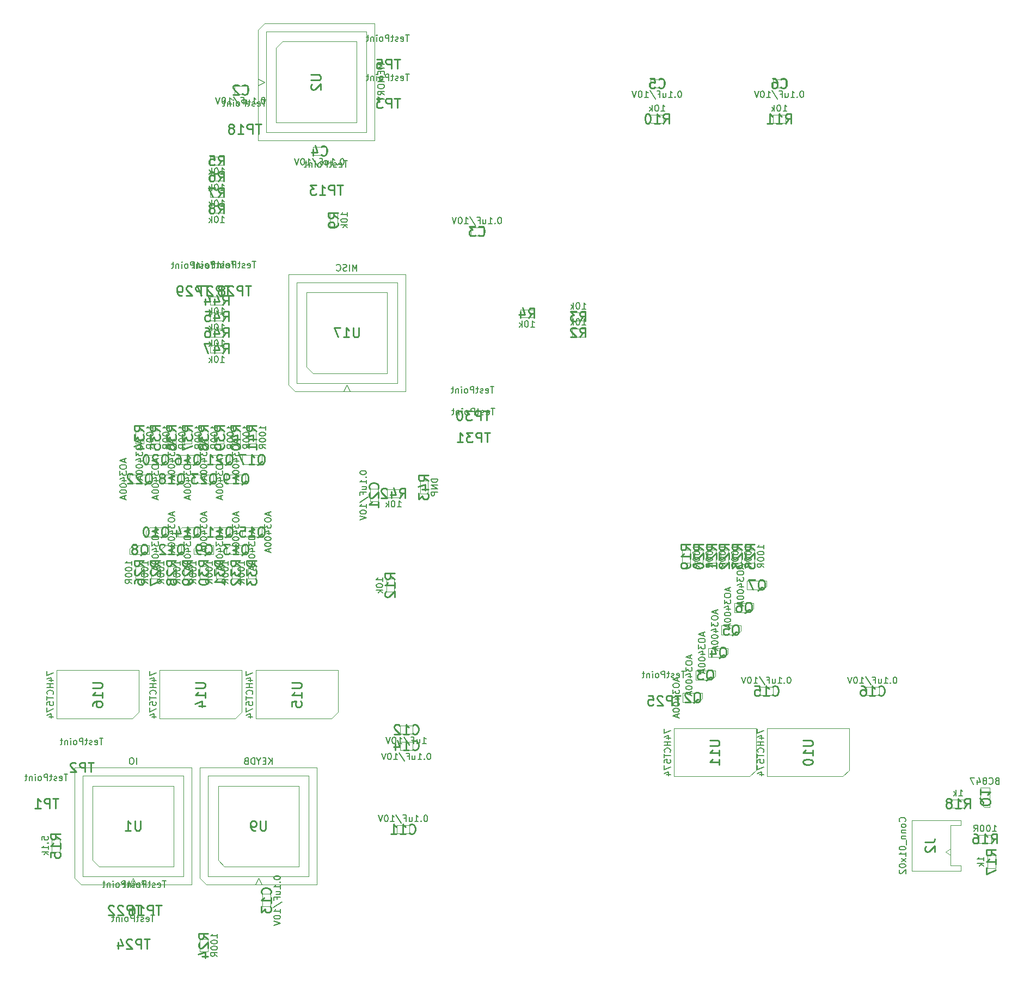
<source format=gbr>
G04 #@! TF.GenerationSoftware,KiCad,Pcbnew,5.1.7-a382d34a8~88~ubuntu20.04.1*
G04 #@! TF.CreationDate,2021-04-25T17:04:25-07:00*
G04 #@! TF.ProjectId,tec-1,7465632d-312e-46b6-9963-61645f706362,Apr2021*
G04 #@! TF.SameCoordinates,Original*
G04 #@! TF.FileFunction,Other,Fab,Bot*
%FSLAX46Y46*%
G04 Gerber Fmt 4.6, Leading zero omitted, Abs format (unit mm)*
G04 Created by KiCad (PCBNEW 5.1.7-a382d34a8~88~ubuntu20.04.1) date 2021-04-25 17:04:25*
%MOMM*%
%LPD*%
G01*
G04 APERTURE LIST*
%ADD10C,0.100000*%
%ADD11C,0.150000*%
%ADD12C,0.250000*%
G04 APERTURE END LIST*
D10*
G04 #@! TO.C,C21*
X75875000Y-98500000D02*
X75875000Y-100500000D01*
X77125000Y-98500000D02*
X75875000Y-98500000D01*
X77125000Y-100500000D02*
X77125000Y-98500000D01*
X75875000Y-100500000D02*
X77125000Y-100500000D01*
G04 #@! TO.C,U17*
X72250000Y-82340000D02*
X72750000Y-83340000D01*
X71750000Y-83340000D02*
X72250000Y-82340000D01*
X80070000Y-82070000D02*
X64430000Y-82070000D01*
X80070000Y-66430000D02*
X80070000Y-82070000D01*
X64430000Y-66430000D02*
X80070000Y-66430000D01*
X64430000Y-82070000D02*
X64430000Y-66430000D01*
X78535000Y-80535000D02*
X66965000Y-80535000D01*
X78535000Y-67965000D02*
X78535000Y-80535000D01*
X65965000Y-67965000D02*
X78535000Y-67965000D01*
X65965000Y-79535000D02*
X65965000Y-67965000D01*
X66965000Y-80535000D02*
X65965000Y-79535000D01*
X81340000Y-83340000D02*
X64160000Y-83340000D01*
X81340000Y-65160000D02*
X81340000Y-83340000D01*
X63160000Y-65160000D02*
X81340000Y-65160000D01*
X63160000Y-82340000D02*
X63160000Y-65160000D01*
X64160000Y-83340000D02*
X63160000Y-82340000D01*
G04 #@! TO.C,R47*
X51000000Y-77375000D02*
X53000000Y-77375000D01*
X51000000Y-76125000D02*
X51000000Y-77375000D01*
X53000000Y-76125000D02*
X51000000Y-76125000D01*
X53000000Y-77375000D02*
X53000000Y-76125000D01*
G04 #@! TO.C,R46*
X51000000Y-74875000D02*
X53000000Y-74875000D01*
X51000000Y-73625000D02*
X51000000Y-74875000D01*
X53000000Y-73625000D02*
X51000000Y-73625000D01*
X53000000Y-74875000D02*
X53000000Y-73625000D01*
G04 #@! TO.C,R45*
X51000000Y-72375000D02*
X53000000Y-72375000D01*
X51000000Y-71125000D02*
X51000000Y-72375000D01*
X53000000Y-71125000D02*
X51000000Y-71125000D01*
X53000000Y-72375000D02*
X53000000Y-71125000D01*
G04 #@! TO.C,R44*
X51000000Y-69875000D02*
X53000000Y-69875000D01*
X51000000Y-68625000D02*
X51000000Y-69875000D01*
X53000000Y-68625000D02*
X51000000Y-68625000D01*
X53000000Y-69875000D02*
X53000000Y-68625000D01*
G04 #@! TO.C,R43*
X84875000Y-99250000D02*
X84875000Y-97250000D01*
X83625000Y-99250000D02*
X84875000Y-99250000D01*
X83625000Y-97250000D02*
X83625000Y-99250000D01*
X84875000Y-97250000D02*
X83625000Y-97250000D01*
G04 #@! TO.C,R42*
X78500000Y-99875000D02*
X80500000Y-99875000D01*
X78500000Y-98625000D02*
X78500000Y-99875000D01*
X80500000Y-98625000D02*
X78500000Y-98625000D01*
X80500000Y-99875000D02*
X80500000Y-98625000D01*
G04 #@! TO.C,J2*
X167700000Y-157950000D02*
X167700000Y-157150000D01*
X167700000Y-157150000D02*
X166100000Y-157150000D01*
X166100000Y-157150000D02*
X166100000Y-150850000D01*
X166100000Y-150850000D02*
X167700000Y-150850000D01*
X167700000Y-150850000D02*
X167700000Y-150050000D01*
X160100000Y-157950000D02*
X160100000Y-150050000D01*
X167700000Y-157950000D02*
X160100000Y-157950000D01*
X167700000Y-150050000D02*
X160100000Y-150050000D01*
X166100000Y-155500000D02*
X165392893Y-155000000D01*
X165392893Y-155000000D02*
X166100000Y-154500000D01*
G04 #@! TO.C,Q1*
X170800000Y-147450000D02*
X170800000Y-145000000D01*
X171350000Y-148020000D02*
X172200000Y-148020000D01*
X170800000Y-147450000D02*
X171350000Y-148020000D01*
X172200000Y-148020000D02*
X172200000Y-144980000D01*
X170800000Y-144980000D02*
X172200000Y-144980000D01*
G04 #@! TO.C,U16*
X39900000Y-133250000D02*
X39900000Y-126750000D01*
X39900000Y-126750000D02*
X27100000Y-126750000D01*
X27100000Y-126750000D02*
X27100000Y-134250000D01*
X27100000Y-134250000D02*
X38900000Y-134250000D01*
X38900000Y-134250000D02*
X39900000Y-133250000D01*
G04 #@! TO.C,U15*
X70900000Y-133250000D02*
X70900000Y-126750000D01*
X70900000Y-126750000D02*
X58100000Y-126750000D01*
X58100000Y-126750000D02*
X58100000Y-134250000D01*
X58100000Y-134250000D02*
X69900000Y-134250000D01*
X69900000Y-134250000D02*
X70900000Y-133250000D01*
G04 #@! TO.C,U14*
X55900000Y-133250000D02*
X55900000Y-126750000D01*
X55900000Y-126750000D02*
X43100000Y-126750000D01*
X43100000Y-126750000D02*
X43100000Y-134250000D01*
X43100000Y-134250000D02*
X54900000Y-134250000D01*
X54900000Y-134250000D02*
X55900000Y-133250000D01*
G04 #@! TO.C,U11*
X135900000Y-142250000D02*
X135900000Y-135750000D01*
X135900000Y-135750000D02*
X123100000Y-135750000D01*
X123100000Y-135750000D02*
X123100000Y-143250000D01*
X123100000Y-143250000D02*
X134900000Y-143250000D01*
X134900000Y-143250000D02*
X135900000Y-142250000D01*
G04 #@! TO.C,U10*
X150400000Y-142250000D02*
X150400000Y-135750000D01*
X150400000Y-135750000D02*
X137600000Y-135750000D01*
X137600000Y-135750000D02*
X137600000Y-143250000D01*
X137600000Y-143250000D02*
X149400000Y-143250000D01*
X149400000Y-143250000D02*
X150400000Y-142250000D01*
G04 #@! TO.C,U9*
X50410000Y-160090000D02*
X49410000Y-159090000D01*
X49410000Y-159090000D02*
X49410000Y-141910000D01*
X49410000Y-141910000D02*
X67590000Y-141910000D01*
X67590000Y-141910000D02*
X67590000Y-160090000D01*
X67590000Y-160090000D02*
X50410000Y-160090000D01*
X53215000Y-157285000D02*
X52215000Y-156285000D01*
X52215000Y-156285000D02*
X52215000Y-144715000D01*
X52215000Y-144715000D02*
X64785000Y-144715000D01*
X64785000Y-144715000D02*
X64785000Y-157285000D01*
X64785000Y-157285000D02*
X53215000Y-157285000D01*
X50680000Y-158820000D02*
X50680000Y-143180000D01*
X50680000Y-143180000D02*
X66320000Y-143180000D01*
X66320000Y-143180000D02*
X66320000Y-158820000D01*
X66320000Y-158820000D02*
X50680000Y-158820000D01*
X58000000Y-160090000D02*
X58500000Y-159090000D01*
X58500000Y-159090000D02*
X59000000Y-160090000D01*
G04 #@! TO.C,U2*
X58410000Y-27160000D02*
X59410000Y-26160000D01*
X59410000Y-26160000D02*
X76590000Y-26160000D01*
X76590000Y-26160000D02*
X76590000Y-44340000D01*
X76590000Y-44340000D02*
X58410000Y-44340000D01*
X58410000Y-44340000D02*
X58410000Y-27160000D01*
X61215000Y-29965000D02*
X62215000Y-28965000D01*
X62215000Y-28965000D02*
X73785000Y-28965000D01*
X73785000Y-28965000D02*
X73785000Y-41535000D01*
X73785000Y-41535000D02*
X61215000Y-41535000D01*
X61215000Y-41535000D02*
X61215000Y-29965000D01*
X59680000Y-27430000D02*
X75320000Y-27430000D01*
X75320000Y-27430000D02*
X75320000Y-43070000D01*
X75320000Y-43070000D02*
X59680000Y-43070000D01*
X59680000Y-43070000D02*
X59680000Y-27430000D01*
X58410000Y-34750000D02*
X59410000Y-35250000D01*
X59410000Y-35250000D02*
X58410000Y-35750000D01*
G04 #@! TO.C,U1*
X30910000Y-160090000D02*
X29910000Y-159090000D01*
X29910000Y-159090000D02*
X29910000Y-141910000D01*
X29910000Y-141910000D02*
X48090000Y-141910000D01*
X48090000Y-141910000D02*
X48090000Y-160090000D01*
X48090000Y-160090000D02*
X30910000Y-160090000D01*
X33715000Y-157285000D02*
X32715000Y-156285000D01*
X32715000Y-156285000D02*
X32715000Y-144715000D01*
X32715000Y-144715000D02*
X45285000Y-144715000D01*
X45285000Y-144715000D02*
X45285000Y-157285000D01*
X45285000Y-157285000D02*
X33715000Y-157285000D01*
X31180000Y-158820000D02*
X31180000Y-143180000D01*
X31180000Y-143180000D02*
X46820000Y-143180000D01*
X46820000Y-143180000D02*
X46820000Y-158820000D01*
X46820000Y-158820000D02*
X31180000Y-158820000D01*
X38500000Y-160090000D02*
X39000000Y-159090000D01*
X39000000Y-159090000D02*
X39500000Y-160090000D01*
G04 #@! TO.C,R41*
X58125000Y-89500000D02*
X56875000Y-89500000D01*
X56875000Y-89500000D02*
X56875000Y-91500000D01*
X56875000Y-91500000D02*
X58125000Y-91500000D01*
X58125000Y-91500000D02*
X58125000Y-89500000D01*
G04 #@! TO.C,R40*
X55625000Y-89500000D02*
X54375000Y-89500000D01*
X54375000Y-89500000D02*
X54375000Y-91500000D01*
X54375000Y-91500000D02*
X55625000Y-91500000D01*
X55625000Y-91500000D02*
X55625000Y-89500000D01*
G04 #@! TO.C,R39*
X53125000Y-89500000D02*
X51875000Y-89500000D01*
X51875000Y-89500000D02*
X51875000Y-91500000D01*
X51875000Y-91500000D02*
X53125000Y-91500000D01*
X53125000Y-91500000D02*
X53125000Y-89500000D01*
G04 #@! TO.C,R38*
X50625000Y-89500000D02*
X49375000Y-89500000D01*
X49375000Y-89500000D02*
X49375000Y-91500000D01*
X49375000Y-91500000D02*
X50625000Y-91500000D01*
X50625000Y-91500000D02*
X50625000Y-89500000D01*
G04 #@! TO.C,R37*
X48125000Y-89500000D02*
X46875000Y-89500000D01*
X46875000Y-89500000D02*
X46875000Y-91500000D01*
X46875000Y-91500000D02*
X48125000Y-91500000D01*
X48125000Y-91500000D02*
X48125000Y-89500000D01*
G04 #@! TO.C,R36*
X45625000Y-89500000D02*
X44375000Y-89500000D01*
X44375000Y-89500000D02*
X44375000Y-91500000D01*
X44375000Y-91500000D02*
X45625000Y-91500000D01*
X45625000Y-91500000D02*
X45625000Y-89500000D01*
G04 #@! TO.C,R35*
X43125000Y-89500000D02*
X41875000Y-89500000D01*
X41875000Y-89500000D02*
X41875000Y-91500000D01*
X41875000Y-91500000D02*
X43125000Y-91500000D01*
X43125000Y-91500000D02*
X43125000Y-89500000D01*
G04 #@! TO.C,R34*
X40625000Y-89500000D02*
X39375000Y-89500000D01*
X39375000Y-89500000D02*
X39375000Y-91500000D01*
X39375000Y-91500000D02*
X40625000Y-91500000D01*
X40625000Y-91500000D02*
X40625000Y-89500000D01*
G04 #@! TO.C,R33*
X56875000Y-112500000D02*
X58125000Y-112500000D01*
X58125000Y-112500000D02*
X58125000Y-110500000D01*
X58125000Y-110500000D02*
X56875000Y-110500000D01*
X56875000Y-110500000D02*
X56875000Y-112500000D01*
G04 #@! TO.C,R32*
X54375000Y-112500000D02*
X55625000Y-112500000D01*
X55625000Y-112500000D02*
X55625000Y-110500000D01*
X55625000Y-110500000D02*
X54375000Y-110500000D01*
X54375000Y-110500000D02*
X54375000Y-112500000D01*
G04 #@! TO.C,R31*
X51875000Y-112500000D02*
X53125000Y-112500000D01*
X53125000Y-112500000D02*
X53125000Y-110500000D01*
X53125000Y-110500000D02*
X51875000Y-110500000D01*
X51875000Y-110500000D02*
X51875000Y-112500000D01*
G04 #@! TO.C,R30*
X49375000Y-112500000D02*
X50625000Y-112500000D01*
X50625000Y-112500000D02*
X50625000Y-110500000D01*
X50625000Y-110500000D02*
X49375000Y-110500000D01*
X49375000Y-110500000D02*
X49375000Y-112500000D01*
G04 #@! TO.C,R29*
X46875000Y-112500000D02*
X48125000Y-112500000D01*
X48125000Y-112500000D02*
X48125000Y-110500000D01*
X48125000Y-110500000D02*
X46875000Y-110500000D01*
X46875000Y-110500000D02*
X46875000Y-112500000D01*
G04 #@! TO.C,R28*
X44375000Y-112500000D02*
X45625000Y-112500000D01*
X45625000Y-112500000D02*
X45625000Y-110500000D01*
X45625000Y-110500000D02*
X44375000Y-110500000D01*
X44375000Y-110500000D02*
X44375000Y-112500000D01*
G04 #@! TO.C,R27*
X41875000Y-112500000D02*
X43125000Y-112500000D01*
X43125000Y-112500000D02*
X43125000Y-110500000D01*
X43125000Y-110500000D02*
X41875000Y-110500000D01*
X41875000Y-110500000D02*
X41875000Y-112500000D01*
G04 #@! TO.C,R26*
X39375000Y-112500000D02*
X40625000Y-112500000D01*
X40625000Y-112500000D02*
X40625000Y-110500000D01*
X40625000Y-110500000D02*
X39375000Y-110500000D01*
X39375000Y-110500000D02*
X39375000Y-112500000D01*
G04 #@! TO.C,R25*
X135625000Y-108000000D02*
X134375000Y-108000000D01*
X134375000Y-108000000D02*
X134375000Y-110000000D01*
X134375000Y-110000000D02*
X135625000Y-110000000D01*
X135625000Y-110000000D02*
X135625000Y-108000000D01*
G04 #@! TO.C,R24*
X50625000Y-168500000D02*
X49375000Y-168500000D01*
X49375000Y-168500000D02*
X49375000Y-170500000D01*
X49375000Y-170500000D02*
X50625000Y-170500000D01*
X50625000Y-170500000D02*
X50625000Y-168500000D01*
G04 #@! TO.C,R23*
X133625000Y-108000000D02*
X132375000Y-108000000D01*
X132375000Y-108000000D02*
X132375000Y-110000000D01*
X132375000Y-110000000D02*
X133625000Y-110000000D01*
X133625000Y-110000000D02*
X133625000Y-108000000D01*
G04 #@! TO.C,R22*
X131625000Y-108000000D02*
X130375000Y-108000000D01*
X130375000Y-108000000D02*
X130375000Y-110000000D01*
X130375000Y-110000000D02*
X131625000Y-110000000D01*
X131625000Y-110000000D02*
X131625000Y-108000000D01*
G04 #@! TO.C,R21*
X129625000Y-108000000D02*
X128375000Y-108000000D01*
X128375000Y-108000000D02*
X128375000Y-110000000D01*
X128375000Y-110000000D02*
X129625000Y-110000000D01*
X129625000Y-110000000D02*
X129625000Y-108000000D01*
G04 #@! TO.C,R20*
X127625000Y-108000000D02*
X126375000Y-108000000D01*
X126375000Y-108000000D02*
X126375000Y-110000000D01*
X126375000Y-110000000D02*
X127625000Y-110000000D01*
X127625000Y-110000000D02*
X127625000Y-108000000D01*
G04 #@! TO.C,R19*
X125625000Y-108000000D02*
X124375000Y-108000000D01*
X124375000Y-108000000D02*
X124375000Y-110000000D01*
X124375000Y-110000000D02*
X125625000Y-110000000D01*
X125625000Y-110000000D02*
X125625000Y-108000000D01*
G04 #@! TO.C,R18*
X166320000Y-146875000D02*
X166320000Y-148125000D01*
X166320000Y-148125000D02*
X168320000Y-148125000D01*
X168320000Y-148125000D02*
X168320000Y-146875000D01*
X168320000Y-146875000D02*
X166320000Y-146875000D01*
G04 #@! TO.C,R17*
X171875000Y-157500000D02*
X173125000Y-157500000D01*
X173125000Y-157500000D02*
X173125000Y-155500000D01*
X173125000Y-155500000D02*
X171875000Y-155500000D01*
X171875000Y-155500000D02*
X171875000Y-157500000D01*
G04 #@! TO.C,R16*
X170500000Y-152375000D02*
X170500000Y-153625000D01*
X170500000Y-153625000D02*
X172500000Y-153625000D01*
X172500000Y-153625000D02*
X172500000Y-152375000D01*
X172500000Y-152375000D02*
X170500000Y-152375000D01*
G04 #@! TO.C,R15*
X26375000Y-155000000D02*
X27625000Y-155000000D01*
X27625000Y-155000000D02*
X27625000Y-153000000D01*
X27625000Y-153000000D02*
X26375000Y-153000000D01*
X26375000Y-153000000D02*
X26375000Y-155000000D01*
G04 #@! TO.C,R12*
X78375000Y-114500000D02*
X79625000Y-114500000D01*
X79625000Y-114500000D02*
X79625000Y-112500000D01*
X79625000Y-112500000D02*
X78375000Y-112500000D01*
X78375000Y-112500000D02*
X78375000Y-114500000D01*
G04 #@! TO.C,R11*
X138500000Y-40375000D02*
X138500000Y-41625000D01*
X138500000Y-41625000D02*
X140500000Y-41625000D01*
X140500000Y-41625000D02*
X140500000Y-40375000D01*
X140500000Y-40375000D02*
X138500000Y-40375000D01*
G04 #@! TO.C,R10*
X119500000Y-40375000D02*
X119500000Y-41625000D01*
X119500000Y-41625000D02*
X121500000Y-41625000D01*
X121500000Y-41625000D02*
X121500000Y-40375000D01*
X121500000Y-40375000D02*
X119500000Y-40375000D01*
G04 #@! TO.C,R9*
X70825000Y-55700000D02*
X69575000Y-55700000D01*
X69575000Y-55700000D02*
X69575000Y-57700000D01*
X69575000Y-57700000D02*
X70825000Y-57700000D01*
X70825000Y-57700000D02*
X70825000Y-55700000D01*
G04 #@! TO.C,R8*
X53000000Y-55625000D02*
X53000000Y-54375000D01*
X53000000Y-54375000D02*
X51000000Y-54375000D01*
X51000000Y-54375000D02*
X51000000Y-55625000D01*
X51000000Y-55625000D02*
X53000000Y-55625000D01*
G04 #@! TO.C,R7*
X53000000Y-53125000D02*
X53000000Y-51875000D01*
X53000000Y-51875000D02*
X51000000Y-51875000D01*
X51000000Y-51875000D02*
X51000000Y-53125000D01*
X51000000Y-53125000D02*
X53000000Y-53125000D01*
G04 #@! TO.C,R6*
X53000000Y-50625000D02*
X53000000Y-49375000D01*
X53000000Y-49375000D02*
X51000000Y-49375000D01*
X51000000Y-49375000D02*
X51000000Y-50625000D01*
X51000000Y-50625000D02*
X53000000Y-50625000D01*
G04 #@! TO.C,R5*
X53000000Y-48125000D02*
X53000000Y-46875000D01*
X53000000Y-46875000D02*
X51000000Y-46875000D01*
X51000000Y-46875000D02*
X51000000Y-48125000D01*
X51000000Y-48125000D02*
X53000000Y-48125000D01*
G04 #@! TO.C,R4*
X101250000Y-71875000D02*
X101250000Y-70625000D01*
X101250000Y-70625000D02*
X99250000Y-70625000D01*
X99250000Y-70625000D02*
X99250000Y-71875000D01*
X99250000Y-71875000D02*
X101250000Y-71875000D01*
G04 #@! TO.C,R3*
X107250000Y-71125000D02*
X107250000Y-72375000D01*
X107250000Y-72375000D02*
X109250000Y-72375000D01*
X109250000Y-72375000D02*
X109250000Y-71125000D01*
X109250000Y-71125000D02*
X107250000Y-71125000D01*
G04 #@! TO.C,R2*
X107250000Y-73625000D02*
X107250000Y-74875000D01*
X107250000Y-74875000D02*
X109250000Y-74875000D01*
X109250000Y-74875000D02*
X109250000Y-73625000D01*
X109250000Y-73625000D02*
X107250000Y-73625000D01*
G04 #@! TO.C,Q23*
X50950000Y-97700000D02*
X48500000Y-97700000D01*
X51520000Y-97150000D02*
X51520000Y-96300000D01*
X50950000Y-97700000D02*
X51520000Y-97150000D01*
X51520000Y-96300000D02*
X48480000Y-96300000D01*
X48480000Y-97700000D02*
X48480000Y-96300000D01*
G04 #@! TO.C,Q22*
X40950000Y-97700000D02*
X38500000Y-97700000D01*
X41520000Y-97150000D02*
X41520000Y-96300000D01*
X40950000Y-97700000D02*
X41520000Y-97150000D01*
X41520000Y-96300000D02*
X38480000Y-96300000D01*
X38480000Y-97700000D02*
X38480000Y-96300000D01*
G04 #@! TO.C,Q21*
X53450000Y-94700000D02*
X51000000Y-94700000D01*
X54020000Y-94150000D02*
X54020000Y-93300000D01*
X53450000Y-94700000D02*
X54020000Y-94150000D01*
X54020000Y-93300000D02*
X50980000Y-93300000D01*
X50980000Y-94700000D02*
X50980000Y-93300000D01*
G04 #@! TO.C,Q20*
X43450000Y-94700000D02*
X41000000Y-94700000D01*
X44020000Y-94150000D02*
X44020000Y-93300000D01*
X43450000Y-94700000D02*
X44020000Y-94150000D01*
X44020000Y-93300000D02*
X40980000Y-93300000D01*
X40980000Y-94700000D02*
X40980000Y-93300000D01*
G04 #@! TO.C,Q19*
X55950000Y-97700000D02*
X53500000Y-97700000D01*
X56520000Y-97150000D02*
X56520000Y-96300000D01*
X55950000Y-97700000D02*
X56520000Y-97150000D01*
X56520000Y-96300000D02*
X53480000Y-96300000D01*
X53480000Y-97700000D02*
X53480000Y-96300000D01*
G04 #@! TO.C,Q18*
X45950000Y-97700000D02*
X43500000Y-97700000D01*
X46520000Y-97150000D02*
X46520000Y-96300000D01*
X45950000Y-97700000D02*
X46520000Y-97150000D01*
X46520000Y-96300000D02*
X43480000Y-96300000D01*
X43480000Y-97700000D02*
X43480000Y-96300000D01*
G04 #@! TO.C,Q17*
X58450000Y-94700000D02*
X56000000Y-94700000D01*
X59020000Y-94150000D02*
X59020000Y-93300000D01*
X58450000Y-94700000D02*
X59020000Y-94150000D01*
X59020000Y-93300000D02*
X55980000Y-93300000D01*
X55980000Y-94700000D02*
X55980000Y-93300000D01*
G04 #@! TO.C,Q16*
X48450000Y-94700000D02*
X46000000Y-94700000D01*
X49020000Y-94150000D02*
X49020000Y-93300000D01*
X48450000Y-94700000D02*
X49020000Y-94150000D01*
X49020000Y-93300000D02*
X45980000Y-93300000D01*
X45980000Y-94700000D02*
X45980000Y-93300000D01*
G04 #@! TO.C,Q15*
X56550000Y-104550000D02*
X59000000Y-104550000D01*
X55980000Y-105100000D02*
X55980000Y-105950000D01*
X56550000Y-104550000D02*
X55980000Y-105100000D01*
X55980000Y-105950000D02*
X59020000Y-105950000D01*
X59020000Y-104550000D02*
X59020000Y-105950000D01*
G04 #@! TO.C,Q14*
X46550000Y-104550000D02*
X49000000Y-104550000D01*
X45980000Y-105100000D02*
X45980000Y-105950000D01*
X46550000Y-104550000D02*
X45980000Y-105100000D01*
X45980000Y-105950000D02*
X49020000Y-105950000D01*
X49020000Y-104550000D02*
X49020000Y-105950000D01*
G04 #@! TO.C,Q13*
X54050000Y-107300000D02*
X56500000Y-107300000D01*
X53480000Y-107850000D02*
X53480000Y-108700000D01*
X54050000Y-107300000D02*
X53480000Y-107850000D01*
X53480000Y-108700000D02*
X56520000Y-108700000D01*
X56520000Y-107300000D02*
X56520000Y-108700000D01*
G04 #@! TO.C,Q12*
X44050000Y-107300000D02*
X46500000Y-107300000D01*
X43480000Y-107850000D02*
X43480000Y-108700000D01*
X44050000Y-107300000D02*
X43480000Y-107850000D01*
X43480000Y-108700000D02*
X46520000Y-108700000D01*
X46520000Y-107300000D02*
X46520000Y-108700000D01*
G04 #@! TO.C,Q11*
X51550000Y-104550000D02*
X54000000Y-104550000D01*
X50980000Y-105100000D02*
X50980000Y-105950000D01*
X51550000Y-104550000D02*
X50980000Y-105100000D01*
X50980000Y-105950000D02*
X54020000Y-105950000D01*
X54020000Y-104550000D02*
X54020000Y-105950000D01*
G04 #@! TO.C,Q10*
X41550000Y-104550000D02*
X44000000Y-104550000D01*
X40980000Y-105100000D02*
X40980000Y-105950000D01*
X41550000Y-104550000D02*
X40980000Y-105100000D01*
X40980000Y-105950000D02*
X44020000Y-105950000D01*
X44020000Y-104550000D02*
X44020000Y-105950000D01*
G04 #@! TO.C,Q9*
X49050000Y-107300000D02*
X51500000Y-107300000D01*
X48480000Y-107850000D02*
X48480000Y-108700000D01*
X49050000Y-107300000D02*
X48480000Y-107850000D01*
X48480000Y-108700000D02*
X51520000Y-108700000D01*
X51520000Y-107300000D02*
X51520000Y-108700000D01*
G04 #@! TO.C,Q8*
X39050000Y-107300000D02*
X41500000Y-107300000D01*
X38480000Y-107850000D02*
X38480000Y-108700000D01*
X39050000Y-107300000D02*
X38480000Y-107850000D01*
X38480000Y-108700000D02*
X41520000Y-108700000D01*
X41520000Y-107300000D02*
X41520000Y-108700000D01*
G04 #@! TO.C,Q7*
X136950000Y-114200000D02*
X134500000Y-114200000D01*
X137520000Y-113650000D02*
X137520000Y-112800000D01*
X136950000Y-114200000D02*
X137520000Y-113650000D01*
X137520000Y-112800000D02*
X134480000Y-112800000D01*
X134480000Y-114200000D02*
X134480000Y-112800000D01*
G04 #@! TO.C,Q6*
X134950000Y-117700000D02*
X132500000Y-117700000D01*
X135520000Y-117150000D02*
X135520000Y-116300000D01*
X134950000Y-117700000D02*
X135520000Y-117150000D01*
X135520000Y-116300000D02*
X132480000Y-116300000D01*
X132480000Y-117700000D02*
X132480000Y-116300000D01*
G04 #@! TO.C,Q5*
X132950000Y-121200000D02*
X130500000Y-121200000D01*
X133520000Y-120650000D02*
X133520000Y-119800000D01*
X132950000Y-121200000D02*
X133520000Y-120650000D01*
X133520000Y-119800000D02*
X130480000Y-119800000D01*
X130480000Y-121200000D02*
X130480000Y-119800000D01*
G04 #@! TO.C,Q4*
X130950000Y-124700000D02*
X128500000Y-124700000D01*
X131520000Y-124150000D02*
X131520000Y-123300000D01*
X130950000Y-124700000D02*
X131520000Y-124150000D01*
X131520000Y-123300000D02*
X128480000Y-123300000D01*
X128480000Y-124700000D02*
X128480000Y-123300000D01*
G04 #@! TO.C,Q3*
X128950000Y-128200000D02*
X126500000Y-128200000D01*
X129520000Y-127650000D02*
X129520000Y-126800000D01*
X128950000Y-128200000D02*
X129520000Y-127650000D01*
X129520000Y-126800000D02*
X126480000Y-126800000D01*
X126480000Y-128200000D02*
X126480000Y-126800000D01*
G04 #@! TO.C,Q2*
X126950000Y-131700000D02*
X124500000Y-131700000D01*
X127520000Y-131150000D02*
X127520000Y-130300000D01*
X126950000Y-131700000D02*
X127520000Y-131150000D01*
X127520000Y-130300000D02*
X124480000Y-130300000D01*
X124480000Y-131700000D02*
X124480000Y-130300000D01*
G04 #@! TO.C,C16*
X153000000Y-129375000D02*
X153000000Y-130625000D01*
X153000000Y-130625000D02*
X155000000Y-130625000D01*
X155000000Y-130625000D02*
X155000000Y-129375000D01*
X155000000Y-129375000D02*
X153000000Y-129375000D01*
G04 #@! TO.C,C15*
X136500000Y-129375000D02*
X136500000Y-130625000D01*
X136500000Y-130625000D02*
X138500000Y-130625000D01*
X138500000Y-130625000D02*
X138500000Y-129375000D01*
X138500000Y-129375000D02*
X136500000Y-129375000D01*
G04 #@! TO.C,C14*
X82500000Y-139125000D02*
X82500000Y-137875000D01*
X82500000Y-137875000D02*
X80500000Y-137875000D01*
X80500000Y-137875000D02*
X80500000Y-139125000D01*
X80500000Y-139125000D02*
X82500000Y-139125000D01*
G04 #@! TO.C,C13*
X60375000Y-161500000D02*
X59125000Y-161500000D01*
X59125000Y-161500000D02*
X59125000Y-163500000D01*
X59125000Y-163500000D02*
X60375000Y-163500000D01*
X60375000Y-163500000D02*
X60375000Y-161500000D01*
G04 #@! TO.C,C12*
X82500000Y-136625000D02*
X82500000Y-135375000D01*
X82500000Y-135375000D02*
X80500000Y-135375000D01*
X80500000Y-135375000D02*
X80500000Y-136625000D01*
X80500000Y-136625000D02*
X82500000Y-136625000D01*
G04 #@! TO.C,C11*
X80000000Y-150875000D02*
X80000000Y-152125000D01*
X80000000Y-152125000D02*
X82000000Y-152125000D01*
X82000000Y-152125000D02*
X82000000Y-150875000D01*
X82000000Y-150875000D02*
X80000000Y-150875000D01*
G04 #@! TO.C,C6*
X140500000Y-36125000D02*
X140500000Y-34875000D01*
X140500000Y-34875000D02*
X138500000Y-34875000D01*
X138500000Y-34875000D02*
X138500000Y-36125000D01*
X138500000Y-36125000D02*
X140500000Y-36125000D01*
G04 #@! TO.C,C5*
X121500000Y-36125000D02*
X121500000Y-34875000D01*
X121500000Y-34875000D02*
X119500000Y-34875000D01*
X119500000Y-34875000D02*
X119500000Y-36125000D01*
X119500000Y-36125000D02*
X121500000Y-36125000D01*
G04 #@! TO.C,C4*
X69000000Y-46625000D02*
X69000000Y-45375000D01*
X69000000Y-45375000D02*
X67000000Y-45375000D01*
X67000000Y-45375000D02*
X67000000Y-46625000D01*
X67000000Y-46625000D02*
X69000000Y-46625000D01*
G04 #@! TO.C,C3*
X91500000Y-57875000D02*
X91500000Y-59125000D01*
X91500000Y-59125000D02*
X93500000Y-59125000D01*
X93500000Y-59125000D02*
X93500000Y-57875000D01*
X93500000Y-57875000D02*
X91500000Y-57875000D01*
G04 #@! TO.C,C2*
X56750000Y-37125000D02*
X56750000Y-35875000D01*
X56750000Y-35875000D02*
X54750000Y-35875000D01*
X54750000Y-35875000D02*
X54750000Y-37125000D01*
X54750000Y-37125000D02*
X56750000Y-37125000D01*
G04 #@! TD*
G04 #@! TO.C,C21*
D11*
X74272380Y-95952380D02*
X74272380Y-96047619D01*
X74320000Y-96142857D01*
X74367619Y-96190476D01*
X74462857Y-96238095D01*
X74653333Y-96285714D01*
X74891428Y-96285714D01*
X75081904Y-96238095D01*
X75177142Y-96190476D01*
X75224761Y-96142857D01*
X75272380Y-96047619D01*
X75272380Y-95952380D01*
X75224761Y-95857142D01*
X75177142Y-95809523D01*
X75081904Y-95761904D01*
X74891428Y-95714285D01*
X74653333Y-95714285D01*
X74462857Y-95761904D01*
X74367619Y-95809523D01*
X74320000Y-95857142D01*
X74272380Y-95952380D01*
X75177142Y-96714285D02*
X75224761Y-96761904D01*
X75272380Y-96714285D01*
X75224761Y-96666666D01*
X75177142Y-96714285D01*
X75272380Y-96714285D01*
X75272380Y-97714285D02*
X75272380Y-97142857D01*
X75272380Y-97428571D02*
X74272380Y-97428571D01*
X74415238Y-97333333D01*
X74510476Y-97238095D01*
X74558095Y-97142857D01*
X74605714Y-98571428D02*
X75272380Y-98571428D01*
X74605714Y-98142857D02*
X75129523Y-98142857D01*
X75224761Y-98190476D01*
X75272380Y-98285714D01*
X75272380Y-98428571D01*
X75224761Y-98523809D01*
X75177142Y-98571428D01*
X74748571Y-99380952D02*
X74748571Y-99047619D01*
X75272380Y-99047619D02*
X74272380Y-99047619D01*
X74272380Y-99523809D01*
X74224761Y-100619047D02*
X75510476Y-99761904D01*
X75272380Y-101476190D02*
X75272380Y-100904761D01*
X75272380Y-101190476D02*
X74272380Y-101190476D01*
X74415238Y-101095238D01*
X74510476Y-101000000D01*
X74558095Y-100904761D01*
X74272380Y-102095238D02*
X74272380Y-102190476D01*
X74320000Y-102285714D01*
X74367619Y-102333333D01*
X74462857Y-102380952D01*
X74653333Y-102428571D01*
X74891428Y-102428571D01*
X75081904Y-102380952D01*
X75177142Y-102333333D01*
X75224761Y-102285714D01*
X75272380Y-102190476D01*
X75272380Y-102095238D01*
X75224761Y-102000000D01*
X75177142Y-101952380D01*
X75081904Y-101904761D01*
X74891428Y-101857142D01*
X74653333Y-101857142D01*
X74462857Y-101904761D01*
X74367619Y-101952380D01*
X74320000Y-102000000D01*
X74272380Y-102095238D01*
X74272380Y-102714285D02*
X75272380Y-103047619D01*
X74272380Y-103380952D01*
D12*
X77035714Y-98535714D02*
X77107142Y-98464285D01*
X77178571Y-98250000D01*
X77178571Y-98107142D01*
X77107142Y-97892857D01*
X76964285Y-97750000D01*
X76821428Y-97678571D01*
X76535714Y-97607142D01*
X76321428Y-97607142D01*
X76035714Y-97678571D01*
X75892857Y-97750000D01*
X75750000Y-97892857D01*
X75678571Y-98107142D01*
X75678571Y-98250000D01*
X75750000Y-98464285D01*
X75821428Y-98535714D01*
X75821428Y-99107142D02*
X75750000Y-99178571D01*
X75678571Y-99321428D01*
X75678571Y-99678571D01*
X75750000Y-99821428D01*
X75821428Y-99892857D01*
X75964285Y-99964285D01*
X76107142Y-99964285D01*
X76321428Y-99892857D01*
X77178571Y-99035714D01*
X77178571Y-99964285D01*
X77178571Y-101392857D02*
X77178571Y-100535714D01*
X77178571Y-100964285D02*
X75678571Y-100964285D01*
X75892857Y-100821428D01*
X76035714Y-100678571D01*
X76107142Y-100535714D01*
G04 #@! TO.C,U17*
D11*
X73797619Y-64612380D02*
X73797619Y-63612380D01*
X73464285Y-64326666D01*
X73130952Y-63612380D01*
X73130952Y-64612380D01*
X72654761Y-64612380D02*
X72654761Y-63612380D01*
X72226190Y-64564761D02*
X72083333Y-64612380D01*
X71845238Y-64612380D01*
X71750000Y-64564761D01*
X71702380Y-64517142D01*
X71654761Y-64421904D01*
X71654761Y-64326666D01*
X71702380Y-64231428D01*
X71750000Y-64183809D01*
X71845238Y-64136190D01*
X72035714Y-64088571D01*
X72130952Y-64040952D01*
X72178571Y-63993333D01*
X72226190Y-63898095D01*
X72226190Y-63802857D01*
X72178571Y-63707619D01*
X72130952Y-63660000D01*
X72035714Y-63612380D01*
X71797619Y-63612380D01*
X71654761Y-63660000D01*
X70654761Y-64517142D02*
X70702380Y-64564761D01*
X70845238Y-64612380D01*
X70940476Y-64612380D01*
X71083333Y-64564761D01*
X71178571Y-64469523D01*
X71226190Y-64374285D01*
X71273809Y-64183809D01*
X71273809Y-64040952D01*
X71226190Y-63850476D01*
X71178571Y-63755238D01*
X71083333Y-63660000D01*
X70940476Y-63612380D01*
X70845238Y-63612380D01*
X70702380Y-63660000D01*
X70654761Y-63707619D01*
D12*
X74107142Y-73428571D02*
X74107142Y-74642857D01*
X74035714Y-74785714D01*
X73964285Y-74857142D01*
X73821428Y-74928571D01*
X73535714Y-74928571D01*
X73392857Y-74857142D01*
X73321428Y-74785714D01*
X73250000Y-74642857D01*
X73250000Y-73428571D01*
X71750000Y-74928571D02*
X72607142Y-74928571D01*
X72178571Y-74928571D02*
X72178571Y-73428571D01*
X72321428Y-73642857D01*
X72464285Y-73785714D01*
X72607142Y-73857142D01*
X71250000Y-73428571D02*
X70250000Y-73428571D01*
X70892857Y-74928571D01*
G04 #@! TO.C,TP31*
D11*
X95233333Y-86002380D02*
X94661904Y-86002380D01*
X94947619Y-87002380D02*
X94947619Y-86002380D01*
X93947619Y-86954761D02*
X94042857Y-87002380D01*
X94233333Y-87002380D01*
X94328571Y-86954761D01*
X94376190Y-86859523D01*
X94376190Y-86478571D01*
X94328571Y-86383333D01*
X94233333Y-86335714D01*
X94042857Y-86335714D01*
X93947619Y-86383333D01*
X93900000Y-86478571D01*
X93900000Y-86573809D01*
X94376190Y-86669047D01*
X93519047Y-86954761D02*
X93423809Y-87002380D01*
X93233333Y-87002380D01*
X93138095Y-86954761D01*
X93090476Y-86859523D01*
X93090476Y-86811904D01*
X93138095Y-86716666D01*
X93233333Y-86669047D01*
X93376190Y-86669047D01*
X93471428Y-86621428D01*
X93519047Y-86526190D01*
X93519047Y-86478571D01*
X93471428Y-86383333D01*
X93376190Y-86335714D01*
X93233333Y-86335714D01*
X93138095Y-86383333D01*
X92804761Y-86335714D02*
X92423809Y-86335714D01*
X92661904Y-86002380D02*
X92661904Y-86859523D01*
X92614285Y-86954761D01*
X92519047Y-87002380D01*
X92423809Y-87002380D01*
X92090476Y-87002380D02*
X92090476Y-86002380D01*
X91709523Y-86002380D01*
X91614285Y-86050000D01*
X91566666Y-86097619D01*
X91519047Y-86192857D01*
X91519047Y-86335714D01*
X91566666Y-86430952D01*
X91614285Y-86478571D01*
X91709523Y-86526190D01*
X92090476Y-86526190D01*
X90947619Y-87002380D02*
X91042857Y-86954761D01*
X91090476Y-86907142D01*
X91138095Y-86811904D01*
X91138095Y-86526190D01*
X91090476Y-86430952D01*
X91042857Y-86383333D01*
X90947619Y-86335714D01*
X90804761Y-86335714D01*
X90709523Y-86383333D01*
X90661904Y-86430952D01*
X90614285Y-86526190D01*
X90614285Y-86811904D01*
X90661904Y-86907142D01*
X90709523Y-86954761D01*
X90804761Y-87002380D01*
X90947619Y-87002380D01*
X90185714Y-87002380D02*
X90185714Y-86335714D01*
X90185714Y-86002380D02*
X90233333Y-86050000D01*
X90185714Y-86097619D01*
X90138095Y-86050000D01*
X90185714Y-86002380D01*
X90185714Y-86097619D01*
X89709523Y-86335714D02*
X89709523Y-87002380D01*
X89709523Y-86430952D02*
X89661904Y-86383333D01*
X89566666Y-86335714D01*
X89423809Y-86335714D01*
X89328571Y-86383333D01*
X89280952Y-86478571D01*
X89280952Y-87002380D01*
X88947619Y-86335714D02*
X88566666Y-86335714D01*
X88804761Y-86002380D02*
X88804761Y-86859523D01*
X88757142Y-86954761D01*
X88661904Y-87002380D01*
X88566666Y-87002380D01*
D12*
X94507142Y-89778571D02*
X93650000Y-89778571D01*
X94078571Y-91278571D02*
X94078571Y-89778571D01*
X93150000Y-91278571D02*
X93150000Y-89778571D01*
X92578571Y-89778571D01*
X92435714Y-89850000D01*
X92364285Y-89921428D01*
X92292857Y-90064285D01*
X92292857Y-90278571D01*
X92364285Y-90421428D01*
X92435714Y-90492857D01*
X92578571Y-90564285D01*
X93150000Y-90564285D01*
X91792857Y-89778571D02*
X90864285Y-89778571D01*
X91364285Y-90350000D01*
X91150000Y-90350000D01*
X91007142Y-90421428D01*
X90935714Y-90492857D01*
X90864285Y-90635714D01*
X90864285Y-90992857D01*
X90935714Y-91135714D01*
X91007142Y-91207142D01*
X91150000Y-91278571D01*
X91578571Y-91278571D01*
X91721428Y-91207142D01*
X91792857Y-91135714D01*
X89435714Y-91278571D02*
X90292857Y-91278571D01*
X89864285Y-91278571D02*
X89864285Y-89778571D01*
X90007142Y-89992857D01*
X90150000Y-90135714D01*
X90292857Y-90207142D01*
G04 #@! TO.C,TP30*
D11*
X95133333Y-82602380D02*
X94561904Y-82602380D01*
X94847619Y-83602380D02*
X94847619Y-82602380D01*
X93847619Y-83554761D02*
X93942857Y-83602380D01*
X94133333Y-83602380D01*
X94228571Y-83554761D01*
X94276190Y-83459523D01*
X94276190Y-83078571D01*
X94228571Y-82983333D01*
X94133333Y-82935714D01*
X93942857Y-82935714D01*
X93847619Y-82983333D01*
X93800000Y-83078571D01*
X93800000Y-83173809D01*
X94276190Y-83269047D01*
X93419047Y-83554761D02*
X93323809Y-83602380D01*
X93133333Y-83602380D01*
X93038095Y-83554761D01*
X92990476Y-83459523D01*
X92990476Y-83411904D01*
X93038095Y-83316666D01*
X93133333Y-83269047D01*
X93276190Y-83269047D01*
X93371428Y-83221428D01*
X93419047Y-83126190D01*
X93419047Y-83078571D01*
X93371428Y-82983333D01*
X93276190Y-82935714D01*
X93133333Y-82935714D01*
X93038095Y-82983333D01*
X92704761Y-82935714D02*
X92323809Y-82935714D01*
X92561904Y-82602380D02*
X92561904Y-83459523D01*
X92514285Y-83554761D01*
X92419047Y-83602380D01*
X92323809Y-83602380D01*
X91990476Y-83602380D02*
X91990476Y-82602380D01*
X91609523Y-82602380D01*
X91514285Y-82650000D01*
X91466666Y-82697619D01*
X91419047Y-82792857D01*
X91419047Y-82935714D01*
X91466666Y-83030952D01*
X91514285Y-83078571D01*
X91609523Y-83126190D01*
X91990476Y-83126190D01*
X90847619Y-83602380D02*
X90942857Y-83554761D01*
X90990476Y-83507142D01*
X91038095Y-83411904D01*
X91038095Y-83126190D01*
X90990476Y-83030952D01*
X90942857Y-82983333D01*
X90847619Y-82935714D01*
X90704761Y-82935714D01*
X90609523Y-82983333D01*
X90561904Y-83030952D01*
X90514285Y-83126190D01*
X90514285Y-83411904D01*
X90561904Y-83507142D01*
X90609523Y-83554761D01*
X90704761Y-83602380D01*
X90847619Y-83602380D01*
X90085714Y-83602380D02*
X90085714Y-82935714D01*
X90085714Y-82602380D02*
X90133333Y-82650000D01*
X90085714Y-82697619D01*
X90038095Y-82650000D01*
X90085714Y-82602380D01*
X90085714Y-82697619D01*
X89609523Y-82935714D02*
X89609523Y-83602380D01*
X89609523Y-83030952D02*
X89561904Y-82983333D01*
X89466666Y-82935714D01*
X89323809Y-82935714D01*
X89228571Y-82983333D01*
X89180952Y-83078571D01*
X89180952Y-83602380D01*
X88847619Y-82935714D02*
X88466666Y-82935714D01*
X88704761Y-82602380D02*
X88704761Y-83459523D01*
X88657142Y-83554761D01*
X88561904Y-83602380D01*
X88466666Y-83602380D01*
D12*
X94407142Y-86378571D02*
X93550000Y-86378571D01*
X93978571Y-87878571D02*
X93978571Y-86378571D01*
X93050000Y-87878571D02*
X93050000Y-86378571D01*
X92478571Y-86378571D01*
X92335714Y-86450000D01*
X92264285Y-86521428D01*
X92192857Y-86664285D01*
X92192857Y-86878571D01*
X92264285Y-87021428D01*
X92335714Y-87092857D01*
X92478571Y-87164285D01*
X93050000Y-87164285D01*
X91692857Y-86378571D02*
X90764285Y-86378571D01*
X91264285Y-86950000D01*
X91050000Y-86950000D01*
X90907142Y-87021428D01*
X90835714Y-87092857D01*
X90764285Y-87235714D01*
X90764285Y-87592857D01*
X90835714Y-87735714D01*
X90907142Y-87807142D01*
X91050000Y-87878571D01*
X91478571Y-87878571D01*
X91621428Y-87807142D01*
X91692857Y-87735714D01*
X89835714Y-86378571D02*
X89692857Y-86378571D01*
X89550000Y-86450000D01*
X89478571Y-86521428D01*
X89407142Y-86664285D01*
X89335714Y-86950000D01*
X89335714Y-87307142D01*
X89407142Y-87592857D01*
X89478571Y-87735714D01*
X89550000Y-87807142D01*
X89692857Y-87878571D01*
X89835714Y-87878571D01*
X89978571Y-87807142D01*
X90050000Y-87735714D01*
X90121428Y-87592857D01*
X90192857Y-87307142D01*
X90192857Y-86950000D01*
X90121428Y-86664285D01*
X90050000Y-86521428D01*
X89978571Y-86450000D01*
X89835714Y-86378571D01*
G04 #@! TO.C,TP29*
D11*
X51633333Y-63202380D02*
X51061904Y-63202380D01*
X51347619Y-64202380D02*
X51347619Y-63202380D01*
X50347619Y-64154761D02*
X50442857Y-64202380D01*
X50633333Y-64202380D01*
X50728571Y-64154761D01*
X50776190Y-64059523D01*
X50776190Y-63678571D01*
X50728571Y-63583333D01*
X50633333Y-63535714D01*
X50442857Y-63535714D01*
X50347619Y-63583333D01*
X50300000Y-63678571D01*
X50300000Y-63773809D01*
X50776190Y-63869047D01*
X49919047Y-64154761D02*
X49823809Y-64202380D01*
X49633333Y-64202380D01*
X49538095Y-64154761D01*
X49490476Y-64059523D01*
X49490476Y-64011904D01*
X49538095Y-63916666D01*
X49633333Y-63869047D01*
X49776190Y-63869047D01*
X49871428Y-63821428D01*
X49919047Y-63726190D01*
X49919047Y-63678571D01*
X49871428Y-63583333D01*
X49776190Y-63535714D01*
X49633333Y-63535714D01*
X49538095Y-63583333D01*
X49204761Y-63535714D02*
X48823809Y-63535714D01*
X49061904Y-63202380D02*
X49061904Y-64059523D01*
X49014285Y-64154761D01*
X48919047Y-64202380D01*
X48823809Y-64202380D01*
X48490476Y-64202380D02*
X48490476Y-63202380D01*
X48109523Y-63202380D01*
X48014285Y-63250000D01*
X47966666Y-63297619D01*
X47919047Y-63392857D01*
X47919047Y-63535714D01*
X47966666Y-63630952D01*
X48014285Y-63678571D01*
X48109523Y-63726190D01*
X48490476Y-63726190D01*
X47347619Y-64202380D02*
X47442857Y-64154761D01*
X47490476Y-64107142D01*
X47538095Y-64011904D01*
X47538095Y-63726190D01*
X47490476Y-63630952D01*
X47442857Y-63583333D01*
X47347619Y-63535714D01*
X47204761Y-63535714D01*
X47109523Y-63583333D01*
X47061904Y-63630952D01*
X47014285Y-63726190D01*
X47014285Y-64011904D01*
X47061904Y-64107142D01*
X47109523Y-64154761D01*
X47204761Y-64202380D01*
X47347619Y-64202380D01*
X46585714Y-64202380D02*
X46585714Y-63535714D01*
X46585714Y-63202380D02*
X46633333Y-63250000D01*
X46585714Y-63297619D01*
X46538095Y-63250000D01*
X46585714Y-63202380D01*
X46585714Y-63297619D01*
X46109523Y-63535714D02*
X46109523Y-64202380D01*
X46109523Y-63630952D02*
X46061904Y-63583333D01*
X45966666Y-63535714D01*
X45823809Y-63535714D01*
X45728571Y-63583333D01*
X45680952Y-63678571D01*
X45680952Y-64202380D01*
X45347619Y-63535714D02*
X44966666Y-63535714D01*
X45204761Y-63202380D02*
X45204761Y-64059523D01*
X45157142Y-64154761D01*
X45061904Y-64202380D01*
X44966666Y-64202380D01*
D12*
X50907142Y-66978571D02*
X50050000Y-66978571D01*
X50478571Y-68478571D02*
X50478571Y-66978571D01*
X49550000Y-68478571D02*
X49550000Y-66978571D01*
X48978571Y-66978571D01*
X48835714Y-67050000D01*
X48764285Y-67121428D01*
X48692857Y-67264285D01*
X48692857Y-67478571D01*
X48764285Y-67621428D01*
X48835714Y-67692857D01*
X48978571Y-67764285D01*
X49550000Y-67764285D01*
X48121428Y-67121428D02*
X48050000Y-67050000D01*
X47907142Y-66978571D01*
X47550000Y-66978571D01*
X47407142Y-67050000D01*
X47335714Y-67121428D01*
X47264285Y-67264285D01*
X47264285Y-67407142D01*
X47335714Y-67621428D01*
X48192857Y-68478571D01*
X47264285Y-68478571D01*
X46550000Y-68478571D02*
X46264285Y-68478571D01*
X46121428Y-68407142D01*
X46050000Y-68335714D01*
X45907142Y-68121428D01*
X45835714Y-67835714D01*
X45835714Y-67264285D01*
X45907142Y-67121428D01*
X45978571Y-67050000D01*
X46121428Y-66978571D01*
X46407142Y-66978571D01*
X46550000Y-67050000D01*
X46621428Y-67121428D01*
X46692857Y-67264285D01*
X46692857Y-67621428D01*
X46621428Y-67764285D01*
X46550000Y-67835714D01*
X46407142Y-67907142D01*
X46121428Y-67907142D01*
X45978571Y-67835714D01*
X45907142Y-67764285D01*
X45835714Y-67621428D01*
G04 #@! TO.C,TP28*
D11*
X58083333Y-63152380D02*
X57511904Y-63152380D01*
X57797619Y-64152380D02*
X57797619Y-63152380D01*
X56797619Y-64104761D02*
X56892857Y-64152380D01*
X57083333Y-64152380D01*
X57178571Y-64104761D01*
X57226190Y-64009523D01*
X57226190Y-63628571D01*
X57178571Y-63533333D01*
X57083333Y-63485714D01*
X56892857Y-63485714D01*
X56797619Y-63533333D01*
X56750000Y-63628571D01*
X56750000Y-63723809D01*
X57226190Y-63819047D01*
X56369047Y-64104761D02*
X56273809Y-64152380D01*
X56083333Y-64152380D01*
X55988095Y-64104761D01*
X55940476Y-64009523D01*
X55940476Y-63961904D01*
X55988095Y-63866666D01*
X56083333Y-63819047D01*
X56226190Y-63819047D01*
X56321428Y-63771428D01*
X56369047Y-63676190D01*
X56369047Y-63628571D01*
X56321428Y-63533333D01*
X56226190Y-63485714D01*
X56083333Y-63485714D01*
X55988095Y-63533333D01*
X55654761Y-63485714D02*
X55273809Y-63485714D01*
X55511904Y-63152380D02*
X55511904Y-64009523D01*
X55464285Y-64104761D01*
X55369047Y-64152380D01*
X55273809Y-64152380D01*
X54940476Y-64152380D02*
X54940476Y-63152380D01*
X54559523Y-63152380D01*
X54464285Y-63200000D01*
X54416666Y-63247619D01*
X54369047Y-63342857D01*
X54369047Y-63485714D01*
X54416666Y-63580952D01*
X54464285Y-63628571D01*
X54559523Y-63676190D01*
X54940476Y-63676190D01*
X53797619Y-64152380D02*
X53892857Y-64104761D01*
X53940476Y-64057142D01*
X53988095Y-63961904D01*
X53988095Y-63676190D01*
X53940476Y-63580952D01*
X53892857Y-63533333D01*
X53797619Y-63485714D01*
X53654761Y-63485714D01*
X53559523Y-63533333D01*
X53511904Y-63580952D01*
X53464285Y-63676190D01*
X53464285Y-63961904D01*
X53511904Y-64057142D01*
X53559523Y-64104761D01*
X53654761Y-64152380D01*
X53797619Y-64152380D01*
X53035714Y-64152380D02*
X53035714Y-63485714D01*
X53035714Y-63152380D02*
X53083333Y-63200000D01*
X53035714Y-63247619D01*
X52988095Y-63200000D01*
X53035714Y-63152380D01*
X53035714Y-63247619D01*
X52559523Y-63485714D02*
X52559523Y-64152380D01*
X52559523Y-63580952D02*
X52511904Y-63533333D01*
X52416666Y-63485714D01*
X52273809Y-63485714D01*
X52178571Y-63533333D01*
X52130952Y-63628571D01*
X52130952Y-64152380D01*
X51797619Y-63485714D02*
X51416666Y-63485714D01*
X51654761Y-63152380D02*
X51654761Y-64009523D01*
X51607142Y-64104761D01*
X51511904Y-64152380D01*
X51416666Y-64152380D01*
D12*
X57357142Y-66928571D02*
X56500000Y-66928571D01*
X56928571Y-68428571D02*
X56928571Y-66928571D01*
X56000000Y-68428571D02*
X56000000Y-66928571D01*
X55428571Y-66928571D01*
X55285714Y-67000000D01*
X55214285Y-67071428D01*
X55142857Y-67214285D01*
X55142857Y-67428571D01*
X55214285Y-67571428D01*
X55285714Y-67642857D01*
X55428571Y-67714285D01*
X56000000Y-67714285D01*
X54571428Y-67071428D02*
X54500000Y-67000000D01*
X54357142Y-66928571D01*
X54000000Y-66928571D01*
X53857142Y-67000000D01*
X53785714Y-67071428D01*
X53714285Y-67214285D01*
X53714285Y-67357142D01*
X53785714Y-67571428D01*
X54642857Y-68428571D01*
X53714285Y-68428571D01*
X52857142Y-67571428D02*
X53000000Y-67500000D01*
X53071428Y-67428571D01*
X53142857Y-67285714D01*
X53142857Y-67214285D01*
X53071428Y-67071428D01*
X53000000Y-67000000D01*
X52857142Y-66928571D01*
X52571428Y-66928571D01*
X52428571Y-67000000D01*
X52357142Y-67071428D01*
X52285714Y-67214285D01*
X52285714Y-67285714D01*
X52357142Y-67428571D01*
X52428571Y-67500000D01*
X52571428Y-67571428D01*
X52857142Y-67571428D01*
X53000000Y-67642857D01*
X53071428Y-67714285D01*
X53142857Y-67857142D01*
X53142857Y-68142857D01*
X53071428Y-68285714D01*
X53000000Y-68357142D01*
X52857142Y-68428571D01*
X52571428Y-68428571D01*
X52428571Y-68357142D01*
X52357142Y-68285714D01*
X52285714Y-68142857D01*
X52285714Y-67857142D01*
X52357142Y-67714285D01*
X52428571Y-67642857D01*
X52571428Y-67571428D01*
G04 #@! TO.C,TP27*
D11*
X54833333Y-63152380D02*
X54261904Y-63152380D01*
X54547619Y-64152380D02*
X54547619Y-63152380D01*
X53547619Y-64104761D02*
X53642857Y-64152380D01*
X53833333Y-64152380D01*
X53928571Y-64104761D01*
X53976190Y-64009523D01*
X53976190Y-63628571D01*
X53928571Y-63533333D01*
X53833333Y-63485714D01*
X53642857Y-63485714D01*
X53547619Y-63533333D01*
X53500000Y-63628571D01*
X53500000Y-63723809D01*
X53976190Y-63819047D01*
X53119047Y-64104761D02*
X53023809Y-64152380D01*
X52833333Y-64152380D01*
X52738095Y-64104761D01*
X52690476Y-64009523D01*
X52690476Y-63961904D01*
X52738095Y-63866666D01*
X52833333Y-63819047D01*
X52976190Y-63819047D01*
X53071428Y-63771428D01*
X53119047Y-63676190D01*
X53119047Y-63628571D01*
X53071428Y-63533333D01*
X52976190Y-63485714D01*
X52833333Y-63485714D01*
X52738095Y-63533333D01*
X52404761Y-63485714D02*
X52023809Y-63485714D01*
X52261904Y-63152380D02*
X52261904Y-64009523D01*
X52214285Y-64104761D01*
X52119047Y-64152380D01*
X52023809Y-64152380D01*
X51690476Y-64152380D02*
X51690476Y-63152380D01*
X51309523Y-63152380D01*
X51214285Y-63200000D01*
X51166666Y-63247619D01*
X51119047Y-63342857D01*
X51119047Y-63485714D01*
X51166666Y-63580952D01*
X51214285Y-63628571D01*
X51309523Y-63676190D01*
X51690476Y-63676190D01*
X50547619Y-64152380D02*
X50642857Y-64104761D01*
X50690476Y-64057142D01*
X50738095Y-63961904D01*
X50738095Y-63676190D01*
X50690476Y-63580952D01*
X50642857Y-63533333D01*
X50547619Y-63485714D01*
X50404761Y-63485714D01*
X50309523Y-63533333D01*
X50261904Y-63580952D01*
X50214285Y-63676190D01*
X50214285Y-63961904D01*
X50261904Y-64057142D01*
X50309523Y-64104761D01*
X50404761Y-64152380D01*
X50547619Y-64152380D01*
X49785714Y-64152380D02*
X49785714Y-63485714D01*
X49785714Y-63152380D02*
X49833333Y-63200000D01*
X49785714Y-63247619D01*
X49738095Y-63200000D01*
X49785714Y-63152380D01*
X49785714Y-63247619D01*
X49309523Y-63485714D02*
X49309523Y-64152380D01*
X49309523Y-63580952D02*
X49261904Y-63533333D01*
X49166666Y-63485714D01*
X49023809Y-63485714D01*
X48928571Y-63533333D01*
X48880952Y-63628571D01*
X48880952Y-64152380D01*
X48547619Y-63485714D02*
X48166666Y-63485714D01*
X48404761Y-63152380D02*
X48404761Y-64009523D01*
X48357142Y-64104761D01*
X48261904Y-64152380D01*
X48166666Y-64152380D01*
D12*
X54107142Y-66928571D02*
X53250000Y-66928571D01*
X53678571Y-68428571D02*
X53678571Y-66928571D01*
X52750000Y-68428571D02*
X52750000Y-66928571D01*
X52178571Y-66928571D01*
X52035714Y-67000000D01*
X51964285Y-67071428D01*
X51892857Y-67214285D01*
X51892857Y-67428571D01*
X51964285Y-67571428D01*
X52035714Y-67642857D01*
X52178571Y-67714285D01*
X52750000Y-67714285D01*
X51321428Y-67071428D02*
X51250000Y-67000000D01*
X51107142Y-66928571D01*
X50750000Y-66928571D01*
X50607142Y-67000000D01*
X50535714Y-67071428D01*
X50464285Y-67214285D01*
X50464285Y-67357142D01*
X50535714Y-67571428D01*
X51392857Y-68428571D01*
X50464285Y-68428571D01*
X49964285Y-66928571D02*
X48964285Y-66928571D01*
X49607142Y-68428571D01*
G04 #@! TO.C,R47*
D11*
X52595238Y-78852380D02*
X53166666Y-78852380D01*
X52880952Y-78852380D02*
X52880952Y-77852380D01*
X52976190Y-77995238D01*
X53071428Y-78090476D01*
X53166666Y-78138095D01*
X51976190Y-77852380D02*
X51880952Y-77852380D01*
X51785714Y-77900000D01*
X51738095Y-77947619D01*
X51690476Y-78042857D01*
X51642857Y-78233333D01*
X51642857Y-78471428D01*
X51690476Y-78661904D01*
X51738095Y-78757142D01*
X51785714Y-78804761D01*
X51880952Y-78852380D01*
X51976190Y-78852380D01*
X52071428Y-78804761D01*
X52119047Y-78757142D01*
X52166666Y-78661904D01*
X52214285Y-78471428D01*
X52214285Y-78233333D01*
X52166666Y-78042857D01*
X52119047Y-77947619D01*
X52071428Y-77900000D01*
X51976190Y-77852380D01*
X51214285Y-78852380D02*
X51214285Y-77852380D01*
X51119047Y-78471428D02*
X50833333Y-78852380D01*
X50833333Y-78185714D02*
X51214285Y-78566666D01*
D12*
X52964285Y-77428571D02*
X53464285Y-76714285D01*
X53821428Y-77428571D02*
X53821428Y-75928571D01*
X53250000Y-75928571D01*
X53107142Y-76000000D01*
X53035714Y-76071428D01*
X52964285Y-76214285D01*
X52964285Y-76428571D01*
X53035714Y-76571428D01*
X53107142Y-76642857D01*
X53250000Y-76714285D01*
X53821428Y-76714285D01*
X51678571Y-76428571D02*
X51678571Y-77428571D01*
X52035714Y-75857142D02*
X52392857Y-76928571D01*
X51464285Y-76928571D01*
X51035714Y-75928571D02*
X50035714Y-75928571D01*
X50678571Y-77428571D01*
G04 #@! TO.C,R46*
D11*
X52595238Y-76352380D02*
X53166666Y-76352380D01*
X52880952Y-76352380D02*
X52880952Y-75352380D01*
X52976190Y-75495238D01*
X53071428Y-75590476D01*
X53166666Y-75638095D01*
X51976190Y-75352380D02*
X51880952Y-75352380D01*
X51785714Y-75400000D01*
X51738095Y-75447619D01*
X51690476Y-75542857D01*
X51642857Y-75733333D01*
X51642857Y-75971428D01*
X51690476Y-76161904D01*
X51738095Y-76257142D01*
X51785714Y-76304761D01*
X51880952Y-76352380D01*
X51976190Y-76352380D01*
X52071428Y-76304761D01*
X52119047Y-76257142D01*
X52166666Y-76161904D01*
X52214285Y-75971428D01*
X52214285Y-75733333D01*
X52166666Y-75542857D01*
X52119047Y-75447619D01*
X52071428Y-75400000D01*
X51976190Y-75352380D01*
X51214285Y-76352380D02*
X51214285Y-75352380D01*
X51119047Y-75971428D02*
X50833333Y-76352380D01*
X50833333Y-75685714D02*
X51214285Y-76066666D01*
D12*
X52964285Y-74928571D02*
X53464285Y-74214285D01*
X53821428Y-74928571D02*
X53821428Y-73428571D01*
X53250000Y-73428571D01*
X53107142Y-73500000D01*
X53035714Y-73571428D01*
X52964285Y-73714285D01*
X52964285Y-73928571D01*
X53035714Y-74071428D01*
X53107142Y-74142857D01*
X53250000Y-74214285D01*
X53821428Y-74214285D01*
X51678571Y-73928571D02*
X51678571Y-74928571D01*
X52035714Y-73357142D02*
X52392857Y-74428571D01*
X51464285Y-74428571D01*
X50250000Y-73428571D02*
X50535714Y-73428571D01*
X50678571Y-73500000D01*
X50750000Y-73571428D01*
X50892857Y-73785714D01*
X50964285Y-74071428D01*
X50964285Y-74642857D01*
X50892857Y-74785714D01*
X50821428Y-74857142D01*
X50678571Y-74928571D01*
X50392857Y-74928571D01*
X50250000Y-74857142D01*
X50178571Y-74785714D01*
X50107142Y-74642857D01*
X50107142Y-74285714D01*
X50178571Y-74142857D01*
X50250000Y-74071428D01*
X50392857Y-74000000D01*
X50678571Y-74000000D01*
X50821428Y-74071428D01*
X50892857Y-74142857D01*
X50964285Y-74285714D01*
G04 #@! TO.C,R45*
D11*
X52595238Y-73852380D02*
X53166666Y-73852380D01*
X52880952Y-73852380D02*
X52880952Y-72852380D01*
X52976190Y-72995238D01*
X53071428Y-73090476D01*
X53166666Y-73138095D01*
X51976190Y-72852380D02*
X51880952Y-72852380D01*
X51785714Y-72900000D01*
X51738095Y-72947619D01*
X51690476Y-73042857D01*
X51642857Y-73233333D01*
X51642857Y-73471428D01*
X51690476Y-73661904D01*
X51738095Y-73757142D01*
X51785714Y-73804761D01*
X51880952Y-73852380D01*
X51976190Y-73852380D01*
X52071428Y-73804761D01*
X52119047Y-73757142D01*
X52166666Y-73661904D01*
X52214285Y-73471428D01*
X52214285Y-73233333D01*
X52166666Y-73042857D01*
X52119047Y-72947619D01*
X52071428Y-72900000D01*
X51976190Y-72852380D01*
X51214285Y-73852380D02*
X51214285Y-72852380D01*
X51119047Y-73471428D02*
X50833333Y-73852380D01*
X50833333Y-73185714D02*
X51214285Y-73566666D01*
D12*
X52964285Y-72428571D02*
X53464285Y-71714285D01*
X53821428Y-72428571D02*
X53821428Y-70928571D01*
X53250000Y-70928571D01*
X53107142Y-71000000D01*
X53035714Y-71071428D01*
X52964285Y-71214285D01*
X52964285Y-71428571D01*
X53035714Y-71571428D01*
X53107142Y-71642857D01*
X53250000Y-71714285D01*
X53821428Y-71714285D01*
X51678571Y-71428571D02*
X51678571Y-72428571D01*
X52035714Y-70857142D02*
X52392857Y-71928571D01*
X51464285Y-71928571D01*
X50178571Y-70928571D02*
X50892857Y-70928571D01*
X50964285Y-71642857D01*
X50892857Y-71571428D01*
X50750000Y-71500000D01*
X50392857Y-71500000D01*
X50250000Y-71571428D01*
X50178571Y-71642857D01*
X50107142Y-71785714D01*
X50107142Y-72142857D01*
X50178571Y-72285714D01*
X50250000Y-72357142D01*
X50392857Y-72428571D01*
X50750000Y-72428571D01*
X50892857Y-72357142D01*
X50964285Y-72285714D01*
G04 #@! TO.C,R44*
D11*
X52595238Y-71352380D02*
X53166666Y-71352380D01*
X52880952Y-71352380D02*
X52880952Y-70352380D01*
X52976190Y-70495238D01*
X53071428Y-70590476D01*
X53166666Y-70638095D01*
X51976190Y-70352380D02*
X51880952Y-70352380D01*
X51785714Y-70400000D01*
X51738095Y-70447619D01*
X51690476Y-70542857D01*
X51642857Y-70733333D01*
X51642857Y-70971428D01*
X51690476Y-71161904D01*
X51738095Y-71257142D01*
X51785714Y-71304761D01*
X51880952Y-71352380D01*
X51976190Y-71352380D01*
X52071428Y-71304761D01*
X52119047Y-71257142D01*
X52166666Y-71161904D01*
X52214285Y-70971428D01*
X52214285Y-70733333D01*
X52166666Y-70542857D01*
X52119047Y-70447619D01*
X52071428Y-70400000D01*
X51976190Y-70352380D01*
X51214285Y-71352380D02*
X51214285Y-70352380D01*
X51119047Y-70971428D02*
X50833333Y-71352380D01*
X50833333Y-70685714D02*
X51214285Y-71066666D01*
D12*
X52964285Y-69928571D02*
X53464285Y-69214285D01*
X53821428Y-69928571D02*
X53821428Y-68428571D01*
X53250000Y-68428571D01*
X53107142Y-68500000D01*
X53035714Y-68571428D01*
X52964285Y-68714285D01*
X52964285Y-68928571D01*
X53035714Y-69071428D01*
X53107142Y-69142857D01*
X53250000Y-69214285D01*
X53821428Y-69214285D01*
X51678571Y-68928571D02*
X51678571Y-69928571D01*
X52035714Y-68357142D02*
X52392857Y-69428571D01*
X51464285Y-69428571D01*
X50250000Y-68928571D02*
X50250000Y-69928571D01*
X50607142Y-68357142D02*
X50964285Y-69428571D01*
X50035714Y-69428571D01*
G04 #@! TO.C,R43*
D11*
X86352380Y-96964285D02*
X85352380Y-96964285D01*
X85352380Y-97202380D01*
X85400000Y-97345238D01*
X85495238Y-97440476D01*
X85590476Y-97488095D01*
X85780952Y-97535714D01*
X85923809Y-97535714D01*
X86114285Y-97488095D01*
X86209523Y-97440476D01*
X86304761Y-97345238D01*
X86352380Y-97202380D01*
X86352380Y-96964285D01*
X86352380Y-97964285D02*
X85352380Y-97964285D01*
X86352380Y-98535714D01*
X85352380Y-98535714D01*
X86352380Y-99011904D02*
X85352380Y-99011904D01*
X85352380Y-99392857D01*
X85400000Y-99488095D01*
X85447619Y-99535714D01*
X85542857Y-99583333D01*
X85685714Y-99583333D01*
X85780952Y-99535714D01*
X85828571Y-99488095D01*
X85876190Y-99392857D01*
X85876190Y-99011904D01*
D12*
X84928571Y-97285714D02*
X84214285Y-96785714D01*
X84928571Y-96428571D02*
X83428571Y-96428571D01*
X83428571Y-97000000D01*
X83500000Y-97142857D01*
X83571428Y-97214285D01*
X83714285Y-97285714D01*
X83928571Y-97285714D01*
X84071428Y-97214285D01*
X84142857Y-97142857D01*
X84214285Y-97000000D01*
X84214285Y-96428571D01*
X83928571Y-98571428D02*
X84928571Y-98571428D01*
X83357142Y-98214285D02*
X84428571Y-97857142D01*
X84428571Y-98785714D01*
X83428571Y-99214285D02*
X83428571Y-100142857D01*
X84000000Y-99642857D01*
X84000000Y-99857142D01*
X84071428Y-100000000D01*
X84142857Y-100071428D01*
X84285714Y-100142857D01*
X84642857Y-100142857D01*
X84785714Y-100071428D01*
X84857142Y-100000000D01*
X84928571Y-99857142D01*
X84928571Y-99428571D01*
X84857142Y-99285714D01*
X84785714Y-99214285D01*
G04 #@! TO.C,R42*
D11*
X80095238Y-101352380D02*
X80666666Y-101352380D01*
X80380952Y-101352380D02*
X80380952Y-100352380D01*
X80476190Y-100495238D01*
X80571428Y-100590476D01*
X80666666Y-100638095D01*
X79476190Y-100352380D02*
X79380952Y-100352380D01*
X79285714Y-100400000D01*
X79238095Y-100447619D01*
X79190476Y-100542857D01*
X79142857Y-100733333D01*
X79142857Y-100971428D01*
X79190476Y-101161904D01*
X79238095Y-101257142D01*
X79285714Y-101304761D01*
X79380952Y-101352380D01*
X79476190Y-101352380D01*
X79571428Y-101304761D01*
X79619047Y-101257142D01*
X79666666Y-101161904D01*
X79714285Y-100971428D01*
X79714285Y-100733333D01*
X79666666Y-100542857D01*
X79619047Y-100447619D01*
X79571428Y-100400000D01*
X79476190Y-100352380D01*
X78714285Y-101352380D02*
X78714285Y-100352380D01*
X78619047Y-100971428D02*
X78333333Y-101352380D01*
X78333333Y-100685714D02*
X78714285Y-101066666D01*
D12*
X80464285Y-99928571D02*
X80964285Y-99214285D01*
X81321428Y-99928571D02*
X81321428Y-98428571D01*
X80750000Y-98428571D01*
X80607142Y-98500000D01*
X80535714Y-98571428D01*
X80464285Y-98714285D01*
X80464285Y-98928571D01*
X80535714Y-99071428D01*
X80607142Y-99142857D01*
X80750000Y-99214285D01*
X81321428Y-99214285D01*
X79178571Y-98928571D02*
X79178571Y-99928571D01*
X79535714Y-98357142D02*
X79892857Y-99428571D01*
X78964285Y-99428571D01*
X78464285Y-98571428D02*
X78392857Y-98500000D01*
X78250000Y-98428571D01*
X77892857Y-98428571D01*
X77750000Y-98500000D01*
X77678571Y-98571428D01*
X77607142Y-98714285D01*
X77607142Y-98857142D01*
X77678571Y-99071428D01*
X78535714Y-99928571D01*
X77607142Y-99928571D01*
G04 #@! TO.C,J2*
D11*
X159057142Y-150261904D02*
X159104761Y-150214285D01*
X159152380Y-150071428D01*
X159152380Y-149976190D01*
X159104761Y-149833333D01*
X159009523Y-149738095D01*
X158914285Y-149690476D01*
X158723809Y-149642857D01*
X158580952Y-149642857D01*
X158390476Y-149690476D01*
X158295238Y-149738095D01*
X158200000Y-149833333D01*
X158152380Y-149976190D01*
X158152380Y-150071428D01*
X158200000Y-150214285D01*
X158247619Y-150261904D01*
X159152380Y-150833333D02*
X159104761Y-150738095D01*
X159057142Y-150690476D01*
X158961904Y-150642857D01*
X158676190Y-150642857D01*
X158580952Y-150690476D01*
X158533333Y-150738095D01*
X158485714Y-150833333D01*
X158485714Y-150976190D01*
X158533333Y-151071428D01*
X158580952Y-151119047D01*
X158676190Y-151166666D01*
X158961904Y-151166666D01*
X159057142Y-151119047D01*
X159104761Y-151071428D01*
X159152380Y-150976190D01*
X159152380Y-150833333D01*
X158485714Y-151595238D02*
X159152380Y-151595238D01*
X158580952Y-151595238D02*
X158533333Y-151642857D01*
X158485714Y-151738095D01*
X158485714Y-151880952D01*
X158533333Y-151976190D01*
X158628571Y-152023809D01*
X159152380Y-152023809D01*
X158485714Y-152500000D02*
X159152380Y-152500000D01*
X158580952Y-152500000D02*
X158533333Y-152547619D01*
X158485714Y-152642857D01*
X158485714Y-152785714D01*
X158533333Y-152880952D01*
X158628571Y-152928571D01*
X159152380Y-152928571D01*
X159247619Y-153166666D02*
X159247619Y-153928571D01*
X158152380Y-154357142D02*
X158152380Y-154452380D01*
X158200000Y-154547619D01*
X158247619Y-154595238D01*
X158342857Y-154642857D01*
X158533333Y-154690476D01*
X158771428Y-154690476D01*
X158961904Y-154642857D01*
X159057142Y-154595238D01*
X159104761Y-154547619D01*
X159152380Y-154452380D01*
X159152380Y-154357142D01*
X159104761Y-154261904D01*
X159057142Y-154214285D01*
X158961904Y-154166666D01*
X158771428Y-154119047D01*
X158533333Y-154119047D01*
X158342857Y-154166666D01*
X158247619Y-154214285D01*
X158200000Y-154261904D01*
X158152380Y-154357142D01*
X159152380Y-155642857D02*
X159152380Y-155071428D01*
X159152380Y-155357142D02*
X158152380Y-155357142D01*
X158295238Y-155261904D01*
X158390476Y-155166666D01*
X158438095Y-155071428D01*
X159152380Y-155976190D02*
X158485714Y-156500000D01*
X158485714Y-155976190D02*
X159152380Y-156500000D01*
X158152380Y-157071428D02*
X158152380Y-157166666D01*
X158200000Y-157261904D01*
X158247619Y-157309523D01*
X158342857Y-157357142D01*
X158533333Y-157404761D01*
X158771428Y-157404761D01*
X158961904Y-157357142D01*
X159057142Y-157309523D01*
X159104761Y-157261904D01*
X159152380Y-157166666D01*
X159152380Y-157071428D01*
X159104761Y-156976190D01*
X159057142Y-156928571D01*
X158961904Y-156880952D01*
X158771428Y-156833333D01*
X158533333Y-156833333D01*
X158342857Y-156880952D01*
X158247619Y-156928571D01*
X158200000Y-156976190D01*
X158152380Y-157071428D01*
X158247619Y-157785714D02*
X158200000Y-157833333D01*
X158152380Y-157928571D01*
X158152380Y-158166666D01*
X158200000Y-158261904D01*
X158247619Y-158309523D01*
X158342857Y-158357142D01*
X158438095Y-158357142D01*
X158580952Y-158309523D01*
X159152380Y-157738095D01*
X159152380Y-158357142D01*
D12*
X162178571Y-153500000D02*
X163250000Y-153500000D01*
X163464285Y-153428571D01*
X163607142Y-153285714D01*
X163678571Y-153071428D01*
X163678571Y-152928571D01*
X162321428Y-154142857D02*
X162250000Y-154214285D01*
X162178571Y-154357142D01*
X162178571Y-154714285D01*
X162250000Y-154857142D01*
X162321428Y-154928571D01*
X162464285Y-155000000D01*
X162607142Y-155000000D01*
X162821428Y-154928571D01*
X163678571Y-154071428D01*
X163678571Y-155000000D01*
G04 #@! TO.C,Q1*
D11*
X173357142Y-143928571D02*
X173214285Y-143976190D01*
X173166666Y-144023809D01*
X173119047Y-144119047D01*
X173119047Y-144261904D01*
X173166666Y-144357142D01*
X173214285Y-144404761D01*
X173309523Y-144452380D01*
X173690476Y-144452380D01*
X173690476Y-143452380D01*
X173357142Y-143452380D01*
X173261904Y-143500000D01*
X173214285Y-143547619D01*
X173166666Y-143642857D01*
X173166666Y-143738095D01*
X173214285Y-143833333D01*
X173261904Y-143880952D01*
X173357142Y-143928571D01*
X173690476Y-143928571D01*
X172119047Y-144357142D02*
X172166666Y-144404761D01*
X172309523Y-144452380D01*
X172404761Y-144452380D01*
X172547619Y-144404761D01*
X172642857Y-144309523D01*
X172690476Y-144214285D01*
X172738095Y-144023809D01*
X172738095Y-143880952D01*
X172690476Y-143690476D01*
X172642857Y-143595238D01*
X172547619Y-143500000D01*
X172404761Y-143452380D01*
X172309523Y-143452380D01*
X172166666Y-143500000D01*
X172119047Y-143547619D01*
X171547619Y-143880952D02*
X171642857Y-143833333D01*
X171690476Y-143785714D01*
X171738095Y-143690476D01*
X171738095Y-143642857D01*
X171690476Y-143547619D01*
X171642857Y-143500000D01*
X171547619Y-143452380D01*
X171357142Y-143452380D01*
X171261904Y-143500000D01*
X171214285Y-143547619D01*
X171166666Y-143642857D01*
X171166666Y-143690476D01*
X171214285Y-143785714D01*
X171261904Y-143833333D01*
X171357142Y-143880952D01*
X171547619Y-143880952D01*
X171642857Y-143928571D01*
X171690476Y-143976190D01*
X171738095Y-144071428D01*
X171738095Y-144261904D01*
X171690476Y-144357142D01*
X171642857Y-144404761D01*
X171547619Y-144452380D01*
X171357142Y-144452380D01*
X171261904Y-144404761D01*
X171214285Y-144357142D01*
X171166666Y-144261904D01*
X171166666Y-144071428D01*
X171214285Y-143976190D01*
X171261904Y-143928571D01*
X171357142Y-143880952D01*
X170309523Y-143785714D02*
X170309523Y-144452380D01*
X170547619Y-143404761D02*
X170785714Y-144119047D01*
X170166666Y-144119047D01*
X169880952Y-143452380D02*
X169214285Y-143452380D01*
X169642857Y-144452380D01*
D12*
X170678571Y-146642857D02*
X170750000Y-146785714D01*
X170892857Y-146928571D01*
X171107142Y-147142857D01*
X171178571Y-147285714D01*
X171178571Y-147428571D01*
X170821428Y-147357142D02*
X170892857Y-147500000D01*
X171035714Y-147642857D01*
X171321428Y-147714285D01*
X171821428Y-147714285D01*
X172107142Y-147642857D01*
X172250000Y-147500000D01*
X172321428Y-147357142D01*
X172321428Y-147071428D01*
X172250000Y-146928571D01*
X172107142Y-146785714D01*
X171821428Y-146714285D01*
X171321428Y-146714285D01*
X171035714Y-146785714D01*
X170892857Y-146928571D01*
X170821428Y-147071428D01*
X170821428Y-147357142D01*
X170821428Y-145285714D02*
X170821428Y-146142857D01*
X170821428Y-145714285D02*
X172321428Y-145714285D01*
X172107142Y-145857142D01*
X171964285Y-146000000D01*
X171892857Y-146142857D01*
G04 #@! TO.C,U16*
D11*
X25602380Y-126857142D02*
X25602380Y-127523809D01*
X26602380Y-127095238D01*
X25935714Y-128333333D02*
X26602380Y-128333333D01*
X25554761Y-128095238D02*
X26269047Y-127857142D01*
X26269047Y-128476190D01*
X26602380Y-128857142D02*
X25602380Y-128857142D01*
X26078571Y-128857142D02*
X26078571Y-129428571D01*
X26602380Y-129428571D02*
X25602380Y-129428571D01*
X26507142Y-130476190D02*
X26554761Y-130428571D01*
X26602380Y-130285714D01*
X26602380Y-130190476D01*
X26554761Y-130047619D01*
X26459523Y-129952380D01*
X26364285Y-129904761D01*
X26173809Y-129857142D01*
X26030952Y-129857142D01*
X25840476Y-129904761D01*
X25745238Y-129952380D01*
X25650000Y-130047619D01*
X25602380Y-130190476D01*
X25602380Y-130285714D01*
X25650000Y-130428571D01*
X25697619Y-130476190D01*
X25602380Y-130761904D02*
X25602380Y-131333333D01*
X26602380Y-131047619D02*
X25602380Y-131047619D01*
X25602380Y-132142857D02*
X25602380Y-131666666D01*
X26078571Y-131619047D01*
X26030952Y-131666666D01*
X25983333Y-131761904D01*
X25983333Y-132000000D01*
X26030952Y-132095238D01*
X26078571Y-132142857D01*
X26173809Y-132190476D01*
X26411904Y-132190476D01*
X26507142Y-132142857D01*
X26554761Y-132095238D01*
X26602380Y-132000000D01*
X26602380Y-131761904D01*
X26554761Y-131666666D01*
X26507142Y-131619047D01*
X25602380Y-132523809D02*
X25602380Y-133190476D01*
X26602380Y-132761904D01*
X25935714Y-134000000D02*
X26602380Y-134000000D01*
X25554761Y-133761904D02*
X26269047Y-133523809D01*
X26269047Y-134142857D01*
D12*
X32678571Y-128642857D02*
X33892857Y-128642857D01*
X34035714Y-128714285D01*
X34107142Y-128785714D01*
X34178571Y-128928571D01*
X34178571Y-129214285D01*
X34107142Y-129357142D01*
X34035714Y-129428571D01*
X33892857Y-129500000D01*
X32678571Y-129500000D01*
X34178571Y-131000000D02*
X34178571Y-130142857D01*
X34178571Y-130571428D02*
X32678571Y-130571428D01*
X32892857Y-130428571D01*
X33035714Y-130285714D01*
X33107142Y-130142857D01*
X32678571Y-132285714D02*
X32678571Y-132000000D01*
X32750000Y-131857142D01*
X32821428Y-131785714D01*
X33035714Y-131642857D01*
X33321428Y-131571428D01*
X33892857Y-131571428D01*
X34035714Y-131642857D01*
X34107142Y-131714285D01*
X34178571Y-131857142D01*
X34178571Y-132142857D01*
X34107142Y-132285714D01*
X34035714Y-132357142D01*
X33892857Y-132428571D01*
X33535714Y-132428571D01*
X33392857Y-132357142D01*
X33321428Y-132285714D01*
X33250000Y-132142857D01*
X33250000Y-131857142D01*
X33321428Y-131714285D01*
X33392857Y-131642857D01*
X33535714Y-131571428D01*
G04 #@! TO.C,U15*
D11*
X56602380Y-126857142D02*
X56602380Y-127523809D01*
X57602380Y-127095238D01*
X56935714Y-128333333D02*
X57602380Y-128333333D01*
X56554761Y-128095238D02*
X57269047Y-127857142D01*
X57269047Y-128476190D01*
X57602380Y-128857142D02*
X56602380Y-128857142D01*
X57078571Y-128857142D02*
X57078571Y-129428571D01*
X57602380Y-129428571D02*
X56602380Y-129428571D01*
X57507142Y-130476190D02*
X57554761Y-130428571D01*
X57602380Y-130285714D01*
X57602380Y-130190476D01*
X57554761Y-130047619D01*
X57459523Y-129952380D01*
X57364285Y-129904761D01*
X57173809Y-129857142D01*
X57030952Y-129857142D01*
X56840476Y-129904761D01*
X56745238Y-129952380D01*
X56650000Y-130047619D01*
X56602380Y-130190476D01*
X56602380Y-130285714D01*
X56650000Y-130428571D01*
X56697619Y-130476190D01*
X56602380Y-130761904D02*
X56602380Y-131333333D01*
X57602380Y-131047619D02*
X56602380Y-131047619D01*
X56602380Y-132142857D02*
X56602380Y-131666666D01*
X57078571Y-131619047D01*
X57030952Y-131666666D01*
X56983333Y-131761904D01*
X56983333Y-132000000D01*
X57030952Y-132095238D01*
X57078571Y-132142857D01*
X57173809Y-132190476D01*
X57411904Y-132190476D01*
X57507142Y-132142857D01*
X57554761Y-132095238D01*
X57602380Y-132000000D01*
X57602380Y-131761904D01*
X57554761Y-131666666D01*
X57507142Y-131619047D01*
X56602380Y-132523809D02*
X56602380Y-133190476D01*
X57602380Y-132761904D01*
X56935714Y-134000000D02*
X57602380Y-134000000D01*
X56554761Y-133761904D02*
X57269047Y-133523809D01*
X57269047Y-134142857D01*
D12*
X63678571Y-128642857D02*
X64892857Y-128642857D01*
X65035714Y-128714285D01*
X65107142Y-128785714D01*
X65178571Y-128928571D01*
X65178571Y-129214285D01*
X65107142Y-129357142D01*
X65035714Y-129428571D01*
X64892857Y-129500000D01*
X63678571Y-129500000D01*
X65178571Y-131000000D02*
X65178571Y-130142857D01*
X65178571Y-130571428D02*
X63678571Y-130571428D01*
X63892857Y-130428571D01*
X64035714Y-130285714D01*
X64107142Y-130142857D01*
X63678571Y-132357142D02*
X63678571Y-131642857D01*
X64392857Y-131571428D01*
X64321428Y-131642857D01*
X64250000Y-131785714D01*
X64250000Y-132142857D01*
X64321428Y-132285714D01*
X64392857Y-132357142D01*
X64535714Y-132428571D01*
X64892857Y-132428571D01*
X65035714Y-132357142D01*
X65107142Y-132285714D01*
X65178571Y-132142857D01*
X65178571Y-131785714D01*
X65107142Y-131642857D01*
X65035714Y-131571428D01*
G04 #@! TO.C,U14*
D11*
X41602380Y-126857142D02*
X41602380Y-127523809D01*
X42602380Y-127095238D01*
X41935714Y-128333333D02*
X42602380Y-128333333D01*
X41554761Y-128095238D02*
X42269047Y-127857142D01*
X42269047Y-128476190D01*
X42602380Y-128857142D02*
X41602380Y-128857142D01*
X42078571Y-128857142D02*
X42078571Y-129428571D01*
X42602380Y-129428571D02*
X41602380Y-129428571D01*
X42507142Y-130476190D02*
X42554761Y-130428571D01*
X42602380Y-130285714D01*
X42602380Y-130190476D01*
X42554761Y-130047619D01*
X42459523Y-129952380D01*
X42364285Y-129904761D01*
X42173809Y-129857142D01*
X42030952Y-129857142D01*
X41840476Y-129904761D01*
X41745238Y-129952380D01*
X41650000Y-130047619D01*
X41602380Y-130190476D01*
X41602380Y-130285714D01*
X41650000Y-130428571D01*
X41697619Y-130476190D01*
X41602380Y-130761904D02*
X41602380Y-131333333D01*
X42602380Y-131047619D02*
X41602380Y-131047619D01*
X41602380Y-132142857D02*
X41602380Y-131666666D01*
X42078571Y-131619047D01*
X42030952Y-131666666D01*
X41983333Y-131761904D01*
X41983333Y-132000000D01*
X42030952Y-132095238D01*
X42078571Y-132142857D01*
X42173809Y-132190476D01*
X42411904Y-132190476D01*
X42507142Y-132142857D01*
X42554761Y-132095238D01*
X42602380Y-132000000D01*
X42602380Y-131761904D01*
X42554761Y-131666666D01*
X42507142Y-131619047D01*
X41602380Y-132523809D02*
X41602380Y-133190476D01*
X42602380Y-132761904D01*
X41935714Y-134000000D02*
X42602380Y-134000000D01*
X41554761Y-133761904D02*
X42269047Y-133523809D01*
X42269047Y-134142857D01*
D12*
X48678571Y-128642857D02*
X49892857Y-128642857D01*
X50035714Y-128714285D01*
X50107142Y-128785714D01*
X50178571Y-128928571D01*
X50178571Y-129214285D01*
X50107142Y-129357142D01*
X50035714Y-129428571D01*
X49892857Y-129500000D01*
X48678571Y-129500000D01*
X50178571Y-131000000D02*
X50178571Y-130142857D01*
X50178571Y-130571428D02*
X48678571Y-130571428D01*
X48892857Y-130428571D01*
X49035714Y-130285714D01*
X49107142Y-130142857D01*
X49178571Y-132285714D02*
X50178571Y-132285714D01*
X48607142Y-131928571D02*
X49678571Y-131571428D01*
X49678571Y-132500000D01*
G04 #@! TO.C,U11*
D11*
X121602380Y-135857142D02*
X121602380Y-136523809D01*
X122602380Y-136095238D01*
X121935714Y-137333333D02*
X122602380Y-137333333D01*
X121554761Y-137095238D02*
X122269047Y-136857142D01*
X122269047Y-137476190D01*
X122602380Y-137857142D02*
X121602380Y-137857142D01*
X122078571Y-137857142D02*
X122078571Y-138428571D01*
X122602380Y-138428571D02*
X121602380Y-138428571D01*
X122507142Y-139476190D02*
X122554761Y-139428571D01*
X122602380Y-139285714D01*
X122602380Y-139190476D01*
X122554761Y-139047619D01*
X122459523Y-138952380D01*
X122364285Y-138904761D01*
X122173809Y-138857142D01*
X122030952Y-138857142D01*
X121840476Y-138904761D01*
X121745238Y-138952380D01*
X121650000Y-139047619D01*
X121602380Y-139190476D01*
X121602380Y-139285714D01*
X121650000Y-139428571D01*
X121697619Y-139476190D01*
X121602380Y-139761904D02*
X121602380Y-140333333D01*
X122602380Y-140047619D02*
X121602380Y-140047619D01*
X121602380Y-141142857D02*
X121602380Y-140666666D01*
X122078571Y-140619047D01*
X122030952Y-140666666D01*
X121983333Y-140761904D01*
X121983333Y-141000000D01*
X122030952Y-141095238D01*
X122078571Y-141142857D01*
X122173809Y-141190476D01*
X122411904Y-141190476D01*
X122507142Y-141142857D01*
X122554761Y-141095238D01*
X122602380Y-141000000D01*
X122602380Y-140761904D01*
X122554761Y-140666666D01*
X122507142Y-140619047D01*
X121602380Y-141523809D02*
X121602380Y-142190476D01*
X122602380Y-141761904D01*
X121935714Y-143000000D02*
X122602380Y-143000000D01*
X121554761Y-142761904D02*
X122269047Y-142523809D01*
X122269047Y-143142857D01*
D12*
X128678571Y-137642857D02*
X129892857Y-137642857D01*
X130035714Y-137714285D01*
X130107142Y-137785714D01*
X130178571Y-137928571D01*
X130178571Y-138214285D01*
X130107142Y-138357142D01*
X130035714Y-138428571D01*
X129892857Y-138500000D01*
X128678571Y-138500000D01*
X130178571Y-140000000D02*
X130178571Y-139142857D01*
X130178571Y-139571428D02*
X128678571Y-139571428D01*
X128892857Y-139428571D01*
X129035714Y-139285714D01*
X129107142Y-139142857D01*
X130178571Y-141428571D02*
X130178571Y-140571428D01*
X130178571Y-141000000D02*
X128678571Y-141000000D01*
X128892857Y-140857142D01*
X129035714Y-140714285D01*
X129107142Y-140571428D01*
G04 #@! TO.C,U10*
D11*
X136102380Y-135857142D02*
X136102380Y-136523809D01*
X137102380Y-136095238D01*
X136435714Y-137333333D02*
X137102380Y-137333333D01*
X136054761Y-137095238D02*
X136769047Y-136857142D01*
X136769047Y-137476190D01*
X137102380Y-137857142D02*
X136102380Y-137857142D01*
X136578571Y-137857142D02*
X136578571Y-138428571D01*
X137102380Y-138428571D02*
X136102380Y-138428571D01*
X137007142Y-139476190D02*
X137054761Y-139428571D01*
X137102380Y-139285714D01*
X137102380Y-139190476D01*
X137054761Y-139047619D01*
X136959523Y-138952380D01*
X136864285Y-138904761D01*
X136673809Y-138857142D01*
X136530952Y-138857142D01*
X136340476Y-138904761D01*
X136245238Y-138952380D01*
X136150000Y-139047619D01*
X136102380Y-139190476D01*
X136102380Y-139285714D01*
X136150000Y-139428571D01*
X136197619Y-139476190D01*
X136102380Y-139761904D02*
X136102380Y-140333333D01*
X137102380Y-140047619D02*
X136102380Y-140047619D01*
X136102380Y-141142857D02*
X136102380Y-140666666D01*
X136578571Y-140619047D01*
X136530952Y-140666666D01*
X136483333Y-140761904D01*
X136483333Y-141000000D01*
X136530952Y-141095238D01*
X136578571Y-141142857D01*
X136673809Y-141190476D01*
X136911904Y-141190476D01*
X137007142Y-141142857D01*
X137054761Y-141095238D01*
X137102380Y-141000000D01*
X137102380Y-140761904D01*
X137054761Y-140666666D01*
X137007142Y-140619047D01*
X136102380Y-141523809D02*
X136102380Y-142190476D01*
X137102380Y-141761904D01*
X136435714Y-143000000D02*
X137102380Y-143000000D01*
X136054761Y-142761904D02*
X136769047Y-142523809D01*
X136769047Y-143142857D01*
D12*
X143178571Y-137642857D02*
X144392857Y-137642857D01*
X144535714Y-137714285D01*
X144607142Y-137785714D01*
X144678571Y-137928571D01*
X144678571Y-138214285D01*
X144607142Y-138357142D01*
X144535714Y-138428571D01*
X144392857Y-138500000D01*
X143178571Y-138500000D01*
X144678571Y-140000000D02*
X144678571Y-139142857D01*
X144678571Y-139571428D02*
X143178571Y-139571428D01*
X143392857Y-139428571D01*
X143535714Y-139285714D01*
X143607142Y-139142857D01*
X143178571Y-140928571D02*
X143178571Y-141071428D01*
X143250000Y-141214285D01*
X143321428Y-141285714D01*
X143464285Y-141357142D01*
X143750000Y-141428571D01*
X144107142Y-141428571D01*
X144392857Y-141357142D01*
X144535714Y-141285714D01*
X144607142Y-141214285D01*
X144678571Y-141071428D01*
X144678571Y-140928571D01*
X144607142Y-140785714D01*
X144535714Y-140714285D01*
X144392857Y-140642857D01*
X144107142Y-140571428D01*
X143750000Y-140571428D01*
X143464285Y-140642857D01*
X143321428Y-140714285D01*
X143250000Y-140785714D01*
X143178571Y-140928571D01*
G04 #@! TO.C,U9*
D11*
X60642857Y-141362380D02*
X60642857Y-140362380D01*
X60071428Y-141362380D02*
X60500000Y-140790952D01*
X60071428Y-140362380D02*
X60642857Y-140933809D01*
X59642857Y-140838571D02*
X59309523Y-140838571D01*
X59166666Y-141362380D02*
X59642857Y-141362380D01*
X59642857Y-140362380D01*
X59166666Y-140362380D01*
X58547619Y-140886190D02*
X58547619Y-141362380D01*
X58880952Y-140362380D02*
X58547619Y-140886190D01*
X58214285Y-140362380D01*
X57880952Y-141362380D02*
X57880952Y-140362380D01*
X57642857Y-140362380D01*
X57500000Y-140410000D01*
X57404761Y-140505238D01*
X57357142Y-140600476D01*
X57309523Y-140790952D01*
X57309523Y-140933809D01*
X57357142Y-141124285D01*
X57404761Y-141219523D01*
X57500000Y-141314761D01*
X57642857Y-141362380D01*
X57880952Y-141362380D01*
X56547619Y-140838571D02*
X56404761Y-140886190D01*
X56357142Y-140933809D01*
X56309523Y-141029047D01*
X56309523Y-141171904D01*
X56357142Y-141267142D01*
X56404761Y-141314761D01*
X56500000Y-141362380D01*
X56880952Y-141362380D01*
X56880952Y-140362380D01*
X56547619Y-140362380D01*
X56452380Y-140410000D01*
X56404761Y-140457619D01*
X56357142Y-140552857D01*
X56357142Y-140648095D01*
X56404761Y-140743333D01*
X56452380Y-140790952D01*
X56547619Y-140838571D01*
X56880952Y-140838571D01*
D12*
X59642857Y-150178571D02*
X59642857Y-151392857D01*
X59571428Y-151535714D01*
X59500000Y-151607142D01*
X59357142Y-151678571D01*
X59071428Y-151678571D01*
X58928571Y-151607142D01*
X58857142Y-151535714D01*
X58785714Y-151392857D01*
X58785714Y-150178571D01*
X58000000Y-151678571D02*
X57714285Y-151678571D01*
X57571428Y-151607142D01*
X57500000Y-151535714D01*
X57357142Y-151321428D01*
X57285714Y-151035714D01*
X57285714Y-150464285D01*
X57357142Y-150321428D01*
X57428571Y-150250000D01*
X57571428Y-150178571D01*
X57857142Y-150178571D01*
X58000000Y-150250000D01*
X58071428Y-150321428D01*
X58142857Y-150464285D01*
X58142857Y-150821428D01*
X58071428Y-150964285D01*
X58000000Y-151035714D01*
X57857142Y-151107142D01*
X57571428Y-151107142D01*
X57428571Y-151035714D01*
X57357142Y-150964285D01*
X57285714Y-150821428D01*
G04 #@! TO.C,U2*
D11*
X78042380Y-32440476D02*
X77042380Y-32440476D01*
X77756666Y-32773809D01*
X77042380Y-33107142D01*
X78042380Y-33107142D01*
X77518571Y-33583333D02*
X77518571Y-33916666D01*
X78042380Y-34059523D02*
X78042380Y-33583333D01*
X77042380Y-33583333D01*
X77042380Y-34059523D01*
X78042380Y-34488095D02*
X77042380Y-34488095D01*
X77756666Y-34821428D01*
X77042380Y-35154761D01*
X78042380Y-35154761D01*
X77042380Y-35821428D02*
X77042380Y-36011904D01*
X77090000Y-36107142D01*
X77185238Y-36202380D01*
X77375714Y-36250000D01*
X77709047Y-36250000D01*
X77899523Y-36202380D01*
X77994761Y-36107142D01*
X78042380Y-36011904D01*
X78042380Y-35821428D01*
X77994761Y-35726190D01*
X77899523Y-35630952D01*
X77709047Y-35583333D01*
X77375714Y-35583333D01*
X77185238Y-35630952D01*
X77090000Y-35726190D01*
X77042380Y-35821428D01*
X78042380Y-37250000D02*
X77566190Y-36916666D01*
X78042380Y-36678571D02*
X77042380Y-36678571D01*
X77042380Y-37059523D01*
X77090000Y-37154761D01*
X77137619Y-37202380D01*
X77232857Y-37250000D01*
X77375714Y-37250000D01*
X77470952Y-37202380D01*
X77518571Y-37154761D01*
X77566190Y-37059523D01*
X77566190Y-36678571D01*
X77566190Y-37869047D02*
X78042380Y-37869047D01*
X77042380Y-37535714D02*
X77566190Y-37869047D01*
X77042380Y-38202380D01*
D12*
X66678571Y-34107142D02*
X67892857Y-34107142D01*
X68035714Y-34178571D01*
X68107142Y-34250000D01*
X68178571Y-34392857D01*
X68178571Y-34678571D01*
X68107142Y-34821428D01*
X68035714Y-34892857D01*
X67892857Y-34964285D01*
X66678571Y-34964285D01*
X66821428Y-35607142D02*
X66750000Y-35678571D01*
X66678571Y-35821428D01*
X66678571Y-36178571D01*
X66750000Y-36321428D01*
X66821428Y-36392857D01*
X66964285Y-36464285D01*
X67107142Y-36464285D01*
X67321428Y-36392857D01*
X68178571Y-35535714D01*
X68178571Y-36464285D01*
G04 #@! TO.C,U1*
D11*
X39523809Y-141362380D02*
X39523809Y-140362380D01*
X38857142Y-140362380D02*
X38666666Y-140362380D01*
X38571428Y-140410000D01*
X38476190Y-140505238D01*
X38428571Y-140695714D01*
X38428571Y-141029047D01*
X38476190Y-141219523D01*
X38571428Y-141314761D01*
X38666666Y-141362380D01*
X38857142Y-141362380D01*
X38952380Y-141314761D01*
X39047619Y-141219523D01*
X39095238Y-141029047D01*
X39095238Y-140695714D01*
X39047619Y-140505238D01*
X38952380Y-140410000D01*
X38857142Y-140362380D01*
D12*
X40142857Y-150178571D02*
X40142857Y-151392857D01*
X40071428Y-151535714D01*
X40000000Y-151607142D01*
X39857142Y-151678571D01*
X39571428Y-151678571D01*
X39428571Y-151607142D01*
X39357142Y-151535714D01*
X39285714Y-151392857D01*
X39285714Y-150178571D01*
X37785714Y-151678571D02*
X38642857Y-151678571D01*
X38214285Y-151678571D02*
X38214285Y-150178571D01*
X38357142Y-150392857D01*
X38500000Y-150535714D01*
X38642857Y-150607142D01*
G04 #@! TO.C,TP25*
D11*
X124833333Y-126902380D02*
X124261904Y-126902380D01*
X124547619Y-127902380D02*
X124547619Y-126902380D01*
X123547619Y-127854761D02*
X123642857Y-127902380D01*
X123833333Y-127902380D01*
X123928571Y-127854761D01*
X123976190Y-127759523D01*
X123976190Y-127378571D01*
X123928571Y-127283333D01*
X123833333Y-127235714D01*
X123642857Y-127235714D01*
X123547619Y-127283333D01*
X123500000Y-127378571D01*
X123500000Y-127473809D01*
X123976190Y-127569047D01*
X123119047Y-127854761D02*
X123023809Y-127902380D01*
X122833333Y-127902380D01*
X122738095Y-127854761D01*
X122690476Y-127759523D01*
X122690476Y-127711904D01*
X122738095Y-127616666D01*
X122833333Y-127569047D01*
X122976190Y-127569047D01*
X123071428Y-127521428D01*
X123119047Y-127426190D01*
X123119047Y-127378571D01*
X123071428Y-127283333D01*
X122976190Y-127235714D01*
X122833333Y-127235714D01*
X122738095Y-127283333D01*
X122404761Y-127235714D02*
X122023809Y-127235714D01*
X122261904Y-126902380D02*
X122261904Y-127759523D01*
X122214285Y-127854761D01*
X122119047Y-127902380D01*
X122023809Y-127902380D01*
X121690476Y-127902380D02*
X121690476Y-126902380D01*
X121309523Y-126902380D01*
X121214285Y-126950000D01*
X121166666Y-126997619D01*
X121119047Y-127092857D01*
X121119047Y-127235714D01*
X121166666Y-127330952D01*
X121214285Y-127378571D01*
X121309523Y-127426190D01*
X121690476Y-127426190D01*
X120547619Y-127902380D02*
X120642857Y-127854761D01*
X120690476Y-127807142D01*
X120738095Y-127711904D01*
X120738095Y-127426190D01*
X120690476Y-127330952D01*
X120642857Y-127283333D01*
X120547619Y-127235714D01*
X120404761Y-127235714D01*
X120309523Y-127283333D01*
X120261904Y-127330952D01*
X120214285Y-127426190D01*
X120214285Y-127711904D01*
X120261904Y-127807142D01*
X120309523Y-127854761D01*
X120404761Y-127902380D01*
X120547619Y-127902380D01*
X119785714Y-127902380D02*
X119785714Y-127235714D01*
X119785714Y-126902380D02*
X119833333Y-126950000D01*
X119785714Y-126997619D01*
X119738095Y-126950000D01*
X119785714Y-126902380D01*
X119785714Y-126997619D01*
X119309523Y-127235714D02*
X119309523Y-127902380D01*
X119309523Y-127330952D02*
X119261904Y-127283333D01*
X119166666Y-127235714D01*
X119023809Y-127235714D01*
X118928571Y-127283333D01*
X118880952Y-127378571D01*
X118880952Y-127902380D01*
X118547619Y-127235714D02*
X118166666Y-127235714D01*
X118404761Y-126902380D02*
X118404761Y-127759523D01*
X118357142Y-127854761D01*
X118261904Y-127902380D01*
X118166666Y-127902380D01*
D12*
X124107142Y-130678571D02*
X123250000Y-130678571D01*
X123678571Y-132178571D02*
X123678571Y-130678571D01*
X122750000Y-132178571D02*
X122750000Y-130678571D01*
X122178571Y-130678571D01*
X122035714Y-130750000D01*
X121964285Y-130821428D01*
X121892857Y-130964285D01*
X121892857Y-131178571D01*
X121964285Y-131321428D01*
X122035714Y-131392857D01*
X122178571Y-131464285D01*
X122750000Y-131464285D01*
X121321428Y-130821428D02*
X121250000Y-130750000D01*
X121107142Y-130678571D01*
X120750000Y-130678571D01*
X120607142Y-130750000D01*
X120535714Y-130821428D01*
X120464285Y-130964285D01*
X120464285Y-131107142D01*
X120535714Y-131321428D01*
X121392857Y-132178571D01*
X120464285Y-132178571D01*
X119107142Y-130678571D02*
X119821428Y-130678571D01*
X119892857Y-131392857D01*
X119821428Y-131321428D01*
X119678571Y-131250000D01*
X119321428Y-131250000D01*
X119178571Y-131321428D01*
X119107142Y-131392857D01*
X119035714Y-131535714D01*
X119035714Y-131892857D01*
X119107142Y-132035714D01*
X119178571Y-132107142D01*
X119321428Y-132178571D01*
X119678571Y-132178571D01*
X119821428Y-132107142D01*
X119892857Y-132035714D01*
G04 #@! TO.C,TP24*
D11*
X42333333Y-164802380D02*
X41761904Y-164802380D01*
X42047619Y-165802380D02*
X42047619Y-164802380D01*
X41047619Y-165754761D02*
X41142857Y-165802380D01*
X41333333Y-165802380D01*
X41428571Y-165754761D01*
X41476190Y-165659523D01*
X41476190Y-165278571D01*
X41428571Y-165183333D01*
X41333333Y-165135714D01*
X41142857Y-165135714D01*
X41047619Y-165183333D01*
X41000000Y-165278571D01*
X41000000Y-165373809D01*
X41476190Y-165469047D01*
X40619047Y-165754761D02*
X40523809Y-165802380D01*
X40333333Y-165802380D01*
X40238095Y-165754761D01*
X40190476Y-165659523D01*
X40190476Y-165611904D01*
X40238095Y-165516666D01*
X40333333Y-165469047D01*
X40476190Y-165469047D01*
X40571428Y-165421428D01*
X40619047Y-165326190D01*
X40619047Y-165278571D01*
X40571428Y-165183333D01*
X40476190Y-165135714D01*
X40333333Y-165135714D01*
X40238095Y-165183333D01*
X39904761Y-165135714D02*
X39523809Y-165135714D01*
X39761904Y-164802380D02*
X39761904Y-165659523D01*
X39714285Y-165754761D01*
X39619047Y-165802380D01*
X39523809Y-165802380D01*
X39190476Y-165802380D02*
X39190476Y-164802380D01*
X38809523Y-164802380D01*
X38714285Y-164850000D01*
X38666666Y-164897619D01*
X38619047Y-164992857D01*
X38619047Y-165135714D01*
X38666666Y-165230952D01*
X38714285Y-165278571D01*
X38809523Y-165326190D01*
X39190476Y-165326190D01*
X38047619Y-165802380D02*
X38142857Y-165754761D01*
X38190476Y-165707142D01*
X38238095Y-165611904D01*
X38238095Y-165326190D01*
X38190476Y-165230952D01*
X38142857Y-165183333D01*
X38047619Y-165135714D01*
X37904761Y-165135714D01*
X37809523Y-165183333D01*
X37761904Y-165230952D01*
X37714285Y-165326190D01*
X37714285Y-165611904D01*
X37761904Y-165707142D01*
X37809523Y-165754761D01*
X37904761Y-165802380D01*
X38047619Y-165802380D01*
X37285714Y-165802380D02*
X37285714Y-165135714D01*
X37285714Y-164802380D02*
X37333333Y-164850000D01*
X37285714Y-164897619D01*
X37238095Y-164850000D01*
X37285714Y-164802380D01*
X37285714Y-164897619D01*
X36809523Y-165135714D02*
X36809523Y-165802380D01*
X36809523Y-165230952D02*
X36761904Y-165183333D01*
X36666666Y-165135714D01*
X36523809Y-165135714D01*
X36428571Y-165183333D01*
X36380952Y-165278571D01*
X36380952Y-165802380D01*
X36047619Y-165135714D02*
X35666666Y-165135714D01*
X35904761Y-164802380D02*
X35904761Y-165659523D01*
X35857142Y-165754761D01*
X35761904Y-165802380D01*
X35666666Y-165802380D01*
D12*
X41607142Y-168578571D02*
X40750000Y-168578571D01*
X41178571Y-170078571D02*
X41178571Y-168578571D01*
X40250000Y-170078571D02*
X40250000Y-168578571D01*
X39678571Y-168578571D01*
X39535714Y-168650000D01*
X39464285Y-168721428D01*
X39392857Y-168864285D01*
X39392857Y-169078571D01*
X39464285Y-169221428D01*
X39535714Y-169292857D01*
X39678571Y-169364285D01*
X40250000Y-169364285D01*
X38821428Y-168721428D02*
X38750000Y-168650000D01*
X38607142Y-168578571D01*
X38250000Y-168578571D01*
X38107142Y-168650000D01*
X38035714Y-168721428D01*
X37964285Y-168864285D01*
X37964285Y-169007142D01*
X38035714Y-169221428D01*
X38892857Y-170078571D01*
X37964285Y-170078571D01*
X36678571Y-169078571D02*
X36678571Y-170078571D01*
X37035714Y-168507142D02*
X37392857Y-169578571D01*
X36464285Y-169578571D01*
G04 #@! TO.C,TP22*
D11*
X40933333Y-159502380D02*
X40361904Y-159502380D01*
X40647619Y-160502380D02*
X40647619Y-159502380D01*
X39647619Y-160454761D02*
X39742857Y-160502380D01*
X39933333Y-160502380D01*
X40028571Y-160454761D01*
X40076190Y-160359523D01*
X40076190Y-159978571D01*
X40028571Y-159883333D01*
X39933333Y-159835714D01*
X39742857Y-159835714D01*
X39647619Y-159883333D01*
X39600000Y-159978571D01*
X39600000Y-160073809D01*
X40076190Y-160169047D01*
X39219047Y-160454761D02*
X39123809Y-160502380D01*
X38933333Y-160502380D01*
X38838095Y-160454761D01*
X38790476Y-160359523D01*
X38790476Y-160311904D01*
X38838095Y-160216666D01*
X38933333Y-160169047D01*
X39076190Y-160169047D01*
X39171428Y-160121428D01*
X39219047Y-160026190D01*
X39219047Y-159978571D01*
X39171428Y-159883333D01*
X39076190Y-159835714D01*
X38933333Y-159835714D01*
X38838095Y-159883333D01*
X38504761Y-159835714D02*
X38123809Y-159835714D01*
X38361904Y-159502380D02*
X38361904Y-160359523D01*
X38314285Y-160454761D01*
X38219047Y-160502380D01*
X38123809Y-160502380D01*
X37790476Y-160502380D02*
X37790476Y-159502380D01*
X37409523Y-159502380D01*
X37314285Y-159550000D01*
X37266666Y-159597619D01*
X37219047Y-159692857D01*
X37219047Y-159835714D01*
X37266666Y-159930952D01*
X37314285Y-159978571D01*
X37409523Y-160026190D01*
X37790476Y-160026190D01*
X36647619Y-160502380D02*
X36742857Y-160454761D01*
X36790476Y-160407142D01*
X36838095Y-160311904D01*
X36838095Y-160026190D01*
X36790476Y-159930952D01*
X36742857Y-159883333D01*
X36647619Y-159835714D01*
X36504761Y-159835714D01*
X36409523Y-159883333D01*
X36361904Y-159930952D01*
X36314285Y-160026190D01*
X36314285Y-160311904D01*
X36361904Y-160407142D01*
X36409523Y-160454761D01*
X36504761Y-160502380D01*
X36647619Y-160502380D01*
X35885714Y-160502380D02*
X35885714Y-159835714D01*
X35885714Y-159502380D02*
X35933333Y-159550000D01*
X35885714Y-159597619D01*
X35838095Y-159550000D01*
X35885714Y-159502380D01*
X35885714Y-159597619D01*
X35409523Y-159835714D02*
X35409523Y-160502380D01*
X35409523Y-159930952D02*
X35361904Y-159883333D01*
X35266666Y-159835714D01*
X35123809Y-159835714D01*
X35028571Y-159883333D01*
X34980952Y-159978571D01*
X34980952Y-160502380D01*
X34647619Y-159835714D02*
X34266666Y-159835714D01*
X34504761Y-159502380D02*
X34504761Y-160359523D01*
X34457142Y-160454761D01*
X34361904Y-160502380D01*
X34266666Y-160502380D01*
D12*
X40207142Y-163278571D02*
X39350000Y-163278571D01*
X39778571Y-164778571D02*
X39778571Y-163278571D01*
X38850000Y-164778571D02*
X38850000Y-163278571D01*
X38278571Y-163278571D01*
X38135714Y-163350000D01*
X38064285Y-163421428D01*
X37992857Y-163564285D01*
X37992857Y-163778571D01*
X38064285Y-163921428D01*
X38135714Y-163992857D01*
X38278571Y-164064285D01*
X38850000Y-164064285D01*
X37421428Y-163421428D02*
X37350000Y-163350000D01*
X37207142Y-163278571D01*
X36850000Y-163278571D01*
X36707142Y-163350000D01*
X36635714Y-163421428D01*
X36564285Y-163564285D01*
X36564285Y-163707142D01*
X36635714Y-163921428D01*
X37492857Y-164778571D01*
X36564285Y-164778571D01*
X35992857Y-163421428D02*
X35921428Y-163350000D01*
X35778571Y-163278571D01*
X35421428Y-163278571D01*
X35278571Y-163350000D01*
X35207142Y-163421428D01*
X35135714Y-163564285D01*
X35135714Y-163707142D01*
X35207142Y-163921428D01*
X36064285Y-164778571D01*
X35135714Y-164778571D01*
G04 #@! TO.C,TP18*
D11*
X59633333Y-38002380D02*
X59061904Y-38002380D01*
X59347619Y-39002380D02*
X59347619Y-38002380D01*
X58347619Y-38954761D02*
X58442857Y-39002380D01*
X58633333Y-39002380D01*
X58728571Y-38954761D01*
X58776190Y-38859523D01*
X58776190Y-38478571D01*
X58728571Y-38383333D01*
X58633333Y-38335714D01*
X58442857Y-38335714D01*
X58347619Y-38383333D01*
X58300000Y-38478571D01*
X58300000Y-38573809D01*
X58776190Y-38669047D01*
X57919047Y-38954761D02*
X57823809Y-39002380D01*
X57633333Y-39002380D01*
X57538095Y-38954761D01*
X57490476Y-38859523D01*
X57490476Y-38811904D01*
X57538095Y-38716666D01*
X57633333Y-38669047D01*
X57776190Y-38669047D01*
X57871428Y-38621428D01*
X57919047Y-38526190D01*
X57919047Y-38478571D01*
X57871428Y-38383333D01*
X57776190Y-38335714D01*
X57633333Y-38335714D01*
X57538095Y-38383333D01*
X57204761Y-38335714D02*
X56823809Y-38335714D01*
X57061904Y-38002380D02*
X57061904Y-38859523D01*
X57014285Y-38954761D01*
X56919047Y-39002380D01*
X56823809Y-39002380D01*
X56490476Y-39002380D02*
X56490476Y-38002380D01*
X56109523Y-38002380D01*
X56014285Y-38050000D01*
X55966666Y-38097619D01*
X55919047Y-38192857D01*
X55919047Y-38335714D01*
X55966666Y-38430952D01*
X56014285Y-38478571D01*
X56109523Y-38526190D01*
X56490476Y-38526190D01*
X55347619Y-39002380D02*
X55442857Y-38954761D01*
X55490476Y-38907142D01*
X55538095Y-38811904D01*
X55538095Y-38526190D01*
X55490476Y-38430952D01*
X55442857Y-38383333D01*
X55347619Y-38335714D01*
X55204761Y-38335714D01*
X55109523Y-38383333D01*
X55061904Y-38430952D01*
X55014285Y-38526190D01*
X55014285Y-38811904D01*
X55061904Y-38907142D01*
X55109523Y-38954761D01*
X55204761Y-39002380D01*
X55347619Y-39002380D01*
X54585714Y-39002380D02*
X54585714Y-38335714D01*
X54585714Y-38002380D02*
X54633333Y-38050000D01*
X54585714Y-38097619D01*
X54538095Y-38050000D01*
X54585714Y-38002380D01*
X54585714Y-38097619D01*
X54109523Y-38335714D02*
X54109523Y-39002380D01*
X54109523Y-38430952D02*
X54061904Y-38383333D01*
X53966666Y-38335714D01*
X53823809Y-38335714D01*
X53728571Y-38383333D01*
X53680952Y-38478571D01*
X53680952Y-39002380D01*
X53347619Y-38335714D02*
X52966666Y-38335714D01*
X53204761Y-38002380D02*
X53204761Y-38859523D01*
X53157142Y-38954761D01*
X53061904Y-39002380D01*
X52966666Y-39002380D01*
D12*
X58907142Y-41778571D02*
X58050000Y-41778571D01*
X58478571Y-43278571D02*
X58478571Y-41778571D01*
X57550000Y-43278571D02*
X57550000Y-41778571D01*
X56978571Y-41778571D01*
X56835714Y-41850000D01*
X56764285Y-41921428D01*
X56692857Y-42064285D01*
X56692857Y-42278571D01*
X56764285Y-42421428D01*
X56835714Y-42492857D01*
X56978571Y-42564285D01*
X57550000Y-42564285D01*
X55264285Y-43278571D02*
X56121428Y-43278571D01*
X55692857Y-43278571D02*
X55692857Y-41778571D01*
X55835714Y-41992857D01*
X55978571Y-42135714D01*
X56121428Y-42207142D01*
X54407142Y-42421428D02*
X54550000Y-42350000D01*
X54621428Y-42278571D01*
X54692857Y-42135714D01*
X54692857Y-42064285D01*
X54621428Y-41921428D01*
X54550000Y-41850000D01*
X54407142Y-41778571D01*
X54121428Y-41778571D01*
X53978571Y-41850000D01*
X53907142Y-41921428D01*
X53835714Y-42064285D01*
X53835714Y-42135714D01*
X53907142Y-42278571D01*
X53978571Y-42350000D01*
X54121428Y-42421428D01*
X54407142Y-42421428D01*
X54550000Y-42492857D01*
X54621428Y-42564285D01*
X54692857Y-42707142D01*
X54692857Y-42992857D01*
X54621428Y-43135714D01*
X54550000Y-43207142D01*
X54407142Y-43278571D01*
X54121428Y-43278571D01*
X53978571Y-43207142D01*
X53907142Y-43135714D01*
X53835714Y-42992857D01*
X53835714Y-42707142D01*
X53907142Y-42564285D01*
X53978571Y-42492857D01*
X54121428Y-42421428D01*
G04 #@! TO.C,TP16*
D11*
X44133333Y-159502380D02*
X43561904Y-159502380D01*
X43847619Y-160502380D02*
X43847619Y-159502380D01*
X42847619Y-160454761D02*
X42942857Y-160502380D01*
X43133333Y-160502380D01*
X43228571Y-160454761D01*
X43276190Y-160359523D01*
X43276190Y-159978571D01*
X43228571Y-159883333D01*
X43133333Y-159835714D01*
X42942857Y-159835714D01*
X42847619Y-159883333D01*
X42800000Y-159978571D01*
X42800000Y-160073809D01*
X43276190Y-160169047D01*
X42419047Y-160454761D02*
X42323809Y-160502380D01*
X42133333Y-160502380D01*
X42038095Y-160454761D01*
X41990476Y-160359523D01*
X41990476Y-160311904D01*
X42038095Y-160216666D01*
X42133333Y-160169047D01*
X42276190Y-160169047D01*
X42371428Y-160121428D01*
X42419047Y-160026190D01*
X42419047Y-159978571D01*
X42371428Y-159883333D01*
X42276190Y-159835714D01*
X42133333Y-159835714D01*
X42038095Y-159883333D01*
X41704761Y-159835714D02*
X41323809Y-159835714D01*
X41561904Y-159502380D02*
X41561904Y-160359523D01*
X41514285Y-160454761D01*
X41419047Y-160502380D01*
X41323809Y-160502380D01*
X40990476Y-160502380D02*
X40990476Y-159502380D01*
X40609523Y-159502380D01*
X40514285Y-159550000D01*
X40466666Y-159597619D01*
X40419047Y-159692857D01*
X40419047Y-159835714D01*
X40466666Y-159930952D01*
X40514285Y-159978571D01*
X40609523Y-160026190D01*
X40990476Y-160026190D01*
X39847619Y-160502380D02*
X39942857Y-160454761D01*
X39990476Y-160407142D01*
X40038095Y-160311904D01*
X40038095Y-160026190D01*
X39990476Y-159930952D01*
X39942857Y-159883333D01*
X39847619Y-159835714D01*
X39704761Y-159835714D01*
X39609523Y-159883333D01*
X39561904Y-159930952D01*
X39514285Y-160026190D01*
X39514285Y-160311904D01*
X39561904Y-160407142D01*
X39609523Y-160454761D01*
X39704761Y-160502380D01*
X39847619Y-160502380D01*
X39085714Y-160502380D02*
X39085714Y-159835714D01*
X39085714Y-159502380D02*
X39133333Y-159550000D01*
X39085714Y-159597619D01*
X39038095Y-159550000D01*
X39085714Y-159502380D01*
X39085714Y-159597619D01*
X38609523Y-159835714D02*
X38609523Y-160502380D01*
X38609523Y-159930952D02*
X38561904Y-159883333D01*
X38466666Y-159835714D01*
X38323809Y-159835714D01*
X38228571Y-159883333D01*
X38180952Y-159978571D01*
X38180952Y-160502380D01*
X37847619Y-159835714D02*
X37466666Y-159835714D01*
X37704761Y-159502380D02*
X37704761Y-160359523D01*
X37657142Y-160454761D01*
X37561904Y-160502380D01*
X37466666Y-160502380D01*
D12*
X43407142Y-163278571D02*
X42550000Y-163278571D01*
X42978571Y-164778571D02*
X42978571Y-163278571D01*
X42050000Y-164778571D02*
X42050000Y-163278571D01*
X41478571Y-163278571D01*
X41335714Y-163350000D01*
X41264285Y-163421428D01*
X41192857Y-163564285D01*
X41192857Y-163778571D01*
X41264285Y-163921428D01*
X41335714Y-163992857D01*
X41478571Y-164064285D01*
X42050000Y-164064285D01*
X39764285Y-164778571D02*
X40621428Y-164778571D01*
X40192857Y-164778571D02*
X40192857Y-163278571D01*
X40335714Y-163492857D01*
X40478571Y-163635714D01*
X40621428Y-163707142D01*
X38478571Y-163278571D02*
X38764285Y-163278571D01*
X38907142Y-163350000D01*
X38978571Y-163421428D01*
X39121428Y-163635714D01*
X39192857Y-163921428D01*
X39192857Y-164492857D01*
X39121428Y-164635714D01*
X39050000Y-164707142D01*
X38907142Y-164778571D01*
X38621428Y-164778571D01*
X38478571Y-164707142D01*
X38407142Y-164635714D01*
X38335714Y-164492857D01*
X38335714Y-164135714D01*
X38407142Y-163992857D01*
X38478571Y-163921428D01*
X38621428Y-163850000D01*
X38907142Y-163850000D01*
X39050000Y-163921428D01*
X39121428Y-163992857D01*
X39192857Y-164135714D01*
G04 #@! TO.C,TP13*
D11*
X72333333Y-47502380D02*
X71761904Y-47502380D01*
X72047619Y-48502380D02*
X72047619Y-47502380D01*
X71047619Y-48454761D02*
X71142857Y-48502380D01*
X71333333Y-48502380D01*
X71428571Y-48454761D01*
X71476190Y-48359523D01*
X71476190Y-47978571D01*
X71428571Y-47883333D01*
X71333333Y-47835714D01*
X71142857Y-47835714D01*
X71047619Y-47883333D01*
X71000000Y-47978571D01*
X71000000Y-48073809D01*
X71476190Y-48169047D01*
X70619047Y-48454761D02*
X70523809Y-48502380D01*
X70333333Y-48502380D01*
X70238095Y-48454761D01*
X70190476Y-48359523D01*
X70190476Y-48311904D01*
X70238095Y-48216666D01*
X70333333Y-48169047D01*
X70476190Y-48169047D01*
X70571428Y-48121428D01*
X70619047Y-48026190D01*
X70619047Y-47978571D01*
X70571428Y-47883333D01*
X70476190Y-47835714D01*
X70333333Y-47835714D01*
X70238095Y-47883333D01*
X69904761Y-47835714D02*
X69523809Y-47835714D01*
X69761904Y-47502380D02*
X69761904Y-48359523D01*
X69714285Y-48454761D01*
X69619047Y-48502380D01*
X69523809Y-48502380D01*
X69190476Y-48502380D02*
X69190476Y-47502380D01*
X68809523Y-47502380D01*
X68714285Y-47550000D01*
X68666666Y-47597619D01*
X68619047Y-47692857D01*
X68619047Y-47835714D01*
X68666666Y-47930952D01*
X68714285Y-47978571D01*
X68809523Y-48026190D01*
X69190476Y-48026190D01*
X68047619Y-48502380D02*
X68142857Y-48454761D01*
X68190476Y-48407142D01*
X68238095Y-48311904D01*
X68238095Y-48026190D01*
X68190476Y-47930952D01*
X68142857Y-47883333D01*
X68047619Y-47835714D01*
X67904761Y-47835714D01*
X67809523Y-47883333D01*
X67761904Y-47930952D01*
X67714285Y-48026190D01*
X67714285Y-48311904D01*
X67761904Y-48407142D01*
X67809523Y-48454761D01*
X67904761Y-48502380D01*
X68047619Y-48502380D01*
X67285714Y-48502380D02*
X67285714Y-47835714D01*
X67285714Y-47502380D02*
X67333333Y-47550000D01*
X67285714Y-47597619D01*
X67238095Y-47550000D01*
X67285714Y-47502380D01*
X67285714Y-47597619D01*
X66809523Y-47835714D02*
X66809523Y-48502380D01*
X66809523Y-47930952D02*
X66761904Y-47883333D01*
X66666666Y-47835714D01*
X66523809Y-47835714D01*
X66428571Y-47883333D01*
X66380952Y-47978571D01*
X66380952Y-48502380D01*
X66047619Y-47835714D02*
X65666666Y-47835714D01*
X65904761Y-47502380D02*
X65904761Y-48359523D01*
X65857142Y-48454761D01*
X65761904Y-48502380D01*
X65666666Y-48502380D01*
D12*
X71607142Y-51278571D02*
X70750000Y-51278571D01*
X71178571Y-52778571D02*
X71178571Y-51278571D01*
X70250000Y-52778571D02*
X70250000Y-51278571D01*
X69678571Y-51278571D01*
X69535714Y-51350000D01*
X69464285Y-51421428D01*
X69392857Y-51564285D01*
X69392857Y-51778571D01*
X69464285Y-51921428D01*
X69535714Y-51992857D01*
X69678571Y-52064285D01*
X70250000Y-52064285D01*
X67964285Y-52778571D02*
X68821428Y-52778571D01*
X68392857Y-52778571D02*
X68392857Y-51278571D01*
X68535714Y-51492857D01*
X68678571Y-51635714D01*
X68821428Y-51707142D01*
X67464285Y-51278571D02*
X66535714Y-51278571D01*
X67035714Y-51850000D01*
X66821428Y-51850000D01*
X66678571Y-51921428D01*
X66607142Y-51992857D01*
X66535714Y-52135714D01*
X66535714Y-52492857D01*
X66607142Y-52635714D01*
X66678571Y-52707142D01*
X66821428Y-52778571D01*
X67250000Y-52778571D01*
X67392857Y-52707142D01*
X67464285Y-52635714D01*
G04 #@! TO.C,TP5*
D11*
X81933333Y-27902380D02*
X81361904Y-27902380D01*
X81647619Y-28902380D02*
X81647619Y-27902380D01*
X80647619Y-28854761D02*
X80742857Y-28902380D01*
X80933333Y-28902380D01*
X81028571Y-28854761D01*
X81076190Y-28759523D01*
X81076190Y-28378571D01*
X81028571Y-28283333D01*
X80933333Y-28235714D01*
X80742857Y-28235714D01*
X80647619Y-28283333D01*
X80600000Y-28378571D01*
X80600000Y-28473809D01*
X81076190Y-28569047D01*
X80219047Y-28854761D02*
X80123809Y-28902380D01*
X79933333Y-28902380D01*
X79838095Y-28854761D01*
X79790476Y-28759523D01*
X79790476Y-28711904D01*
X79838095Y-28616666D01*
X79933333Y-28569047D01*
X80076190Y-28569047D01*
X80171428Y-28521428D01*
X80219047Y-28426190D01*
X80219047Y-28378571D01*
X80171428Y-28283333D01*
X80076190Y-28235714D01*
X79933333Y-28235714D01*
X79838095Y-28283333D01*
X79504761Y-28235714D02*
X79123809Y-28235714D01*
X79361904Y-27902380D02*
X79361904Y-28759523D01*
X79314285Y-28854761D01*
X79219047Y-28902380D01*
X79123809Y-28902380D01*
X78790476Y-28902380D02*
X78790476Y-27902380D01*
X78409523Y-27902380D01*
X78314285Y-27950000D01*
X78266666Y-27997619D01*
X78219047Y-28092857D01*
X78219047Y-28235714D01*
X78266666Y-28330952D01*
X78314285Y-28378571D01*
X78409523Y-28426190D01*
X78790476Y-28426190D01*
X77647619Y-28902380D02*
X77742857Y-28854761D01*
X77790476Y-28807142D01*
X77838095Y-28711904D01*
X77838095Y-28426190D01*
X77790476Y-28330952D01*
X77742857Y-28283333D01*
X77647619Y-28235714D01*
X77504761Y-28235714D01*
X77409523Y-28283333D01*
X77361904Y-28330952D01*
X77314285Y-28426190D01*
X77314285Y-28711904D01*
X77361904Y-28807142D01*
X77409523Y-28854761D01*
X77504761Y-28902380D01*
X77647619Y-28902380D01*
X76885714Y-28902380D02*
X76885714Y-28235714D01*
X76885714Y-27902380D02*
X76933333Y-27950000D01*
X76885714Y-27997619D01*
X76838095Y-27950000D01*
X76885714Y-27902380D01*
X76885714Y-27997619D01*
X76409523Y-28235714D02*
X76409523Y-28902380D01*
X76409523Y-28330952D02*
X76361904Y-28283333D01*
X76266666Y-28235714D01*
X76123809Y-28235714D01*
X76028571Y-28283333D01*
X75980952Y-28378571D01*
X75980952Y-28902380D01*
X75647619Y-28235714D02*
X75266666Y-28235714D01*
X75504761Y-27902380D02*
X75504761Y-28759523D01*
X75457142Y-28854761D01*
X75361904Y-28902380D01*
X75266666Y-28902380D01*
D12*
X80492857Y-31678571D02*
X79635714Y-31678571D01*
X80064285Y-33178571D02*
X80064285Y-31678571D01*
X79135714Y-33178571D02*
X79135714Y-31678571D01*
X78564285Y-31678571D01*
X78421428Y-31750000D01*
X78350000Y-31821428D01*
X78278571Y-31964285D01*
X78278571Y-32178571D01*
X78350000Y-32321428D01*
X78421428Y-32392857D01*
X78564285Y-32464285D01*
X79135714Y-32464285D01*
X76921428Y-31678571D02*
X77635714Y-31678571D01*
X77707142Y-32392857D01*
X77635714Y-32321428D01*
X77492857Y-32250000D01*
X77135714Y-32250000D01*
X76992857Y-32321428D01*
X76921428Y-32392857D01*
X76850000Y-32535714D01*
X76850000Y-32892857D01*
X76921428Y-33035714D01*
X76992857Y-33107142D01*
X77135714Y-33178571D01*
X77492857Y-33178571D01*
X77635714Y-33107142D01*
X77707142Y-33035714D01*
G04 #@! TO.C,TP3*
D11*
X81933333Y-34002380D02*
X81361904Y-34002380D01*
X81647619Y-35002380D02*
X81647619Y-34002380D01*
X80647619Y-34954761D02*
X80742857Y-35002380D01*
X80933333Y-35002380D01*
X81028571Y-34954761D01*
X81076190Y-34859523D01*
X81076190Y-34478571D01*
X81028571Y-34383333D01*
X80933333Y-34335714D01*
X80742857Y-34335714D01*
X80647619Y-34383333D01*
X80600000Y-34478571D01*
X80600000Y-34573809D01*
X81076190Y-34669047D01*
X80219047Y-34954761D02*
X80123809Y-35002380D01*
X79933333Y-35002380D01*
X79838095Y-34954761D01*
X79790476Y-34859523D01*
X79790476Y-34811904D01*
X79838095Y-34716666D01*
X79933333Y-34669047D01*
X80076190Y-34669047D01*
X80171428Y-34621428D01*
X80219047Y-34526190D01*
X80219047Y-34478571D01*
X80171428Y-34383333D01*
X80076190Y-34335714D01*
X79933333Y-34335714D01*
X79838095Y-34383333D01*
X79504761Y-34335714D02*
X79123809Y-34335714D01*
X79361904Y-34002380D02*
X79361904Y-34859523D01*
X79314285Y-34954761D01*
X79219047Y-35002380D01*
X79123809Y-35002380D01*
X78790476Y-35002380D02*
X78790476Y-34002380D01*
X78409523Y-34002380D01*
X78314285Y-34050000D01*
X78266666Y-34097619D01*
X78219047Y-34192857D01*
X78219047Y-34335714D01*
X78266666Y-34430952D01*
X78314285Y-34478571D01*
X78409523Y-34526190D01*
X78790476Y-34526190D01*
X77647619Y-35002380D02*
X77742857Y-34954761D01*
X77790476Y-34907142D01*
X77838095Y-34811904D01*
X77838095Y-34526190D01*
X77790476Y-34430952D01*
X77742857Y-34383333D01*
X77647619Y-34335714D01*
X77504761Y-34335714D01*
X77409523Y-34383333D01*
X77361904Y-34430952D01*
X77314285Y-34526190D01*
X77314285Y-34811904D01*
X77361904Y-34907142D01*
X77409523Y-34954761D01*
X77504761Y-35002380D01*
X77647619Y-35002380D01*
X76885714Y-35002380D02*
X76885714Y-34335714D01*
X76885714Y-34002380D02*
X76933333Y-34050000D01*
X76885714Y-34097619D01*
X76838095Y-34050000D01*
X76885714Y-34002380D01*
X76885714Y-34097619D01*
X76409523Y-34335714D02*
X76409523Y-35002380D01*
X76409523Y-34430952D02*
X76361904Y-34383333D01*
X76266666Y-34335714D01*
X76123809Y-34335714D01*
X76028571Y-34383333D01*
X75980952Y-34478571D01*
X75980952Y-35002380D01*
X75647619Y-34335714D02*
X75266666Y-34335714D01*
X75504761Y-34002380D02*
X75504761Y-34859523D01*
X75457142Y-34954761D01*
X75361904Y-35002380D01*
X75266666Y-35002380D01*
D12*
X80492857Y-37778571D02*
X79635714Y-37778571D01*
X80064285Y-39278571D02*
X80064285Y-37778571D01*
X79135714Y-39278571D02*
X79135714Y-37778571D01*
X78564285Y-37778571D01*
X78421428Y-37850000D01*
X78350000Y-37921428D01*
X78278571Y-38064285D01*
X78278571Y-38278571D01*
X78350000Y-38421428D01*
X78421428Y-38492857D01*
X78564285Y-38564285D01*
X79135714Y-38564285D01*
X77778571Y-37778571D02*
X76850000Y-37778571D01*
X77350000Y-38350000D01*
X77135714Y-38350000D01*
X76992857Y-38421428D01*
X76921428Y-38492857D01*
X76850000Y-38635714D01*
X76850000Y-38992857D01*
X76921428Y-39135714D01*
X76992857Y-39207142D01*
X77135714Y-39278571D01*
X77564285Y-39278571D01*
X77707142Y-39207142D01*
X77778571Y-39135714D01*
G04 #@! TO.C,TP2*
D11*
X34333333Y-137302380D02*
X33761904Y-137302380D01*
X34047619Y-138302380D02*
X34047619Y-137302380D01*
X33047619Y-138254761D02*
X33142857Y-138302380D01*
X33333333Y-138302380D01*
X33428571Y-138254761D01*
X33476190Y-138159523D01*
X33476190Y-137778571D01*
X33428571Y-137683333D01*
X33333333Y-137635714D01*
X33142857Y-137635714D01*
X33047619Y-137683333D01*
X33000000Y-137778571D01*
X33000000Y-137873809D01*
X33476190Y-137969047D01*
X32619047Y-138254761D02*
X32523809Y-138302380D01*
X32333333Y-138302380D01*
X32238095Y-138254761D01*
X32190476Y-138159523D01*
X32190476Y-138111904D01*
X32238095Y-138016666D01*
X32333333Y-137969047D01*
X32476190Y-137969047D01*
X32571428Y-137921428D01*
X32619047Y-137826190D01*
X32619047Y-137778571D01*
X32571428Y-137683333D01*
X32476190Y-137635714D01*
X32333333Y-137635714D01*
X32238095Y-137683333D01*
X31904761Y-137635714D02*
X31523809Y-137635714D01*
X31761904Y-137302380D02*
X31761904Y-138159523D01*
X31714285Y-138254761D01*
X31619047Y-138302380D01*
X31523809Y-138302380D01*
X31190476Y-138302380D02*
X31190476Y-137302380D01*
X30809523Y-137302380D01*
X30714285Y-137350000D01*
X30666666Y-137397619D01*
X30619047Y-137492857D01*
X30619047Y-137635714D01*
X30666666Y-137730952D01*
X30714285Y-137778571D01*
X30809523Y-137826190D01*
X31190476Y-137826190D01*
X30047619Y-138302380D02*
X30142857Y-138254761D01*
X30190476Y-138207142D01*
X30238095Y-138111904D01*
X30238095Y-137826190D01*
X30190476Y-137730952D01*
X30142857Y-137683333D01*
X30047619Y-137635714D01*
X29904761Y-137635714D01*
X29809523Y-137683333D01*
X29761904Y-137730952D01*
X29714285Y-137826190D01*
X29714285Y-138111904D01*
X29761904Y-138207142D01*
X29809523Y-138254761D01*
X29904761Y-138302380D01*
X30047619Y-138302380D01*
X29285714Y-138302380D02*
X29285714Y-137635714D01*
X29285714Y-137302380D02*
X29333333Y-137350000D01*
X29285714Y-137397619D01*
X29238095Y-137350000D01*
X29285714Y-137302380D01*
X29285714Y-137397619D01*
X28809523Y-137635714D02*
X28809523Y-138302380D01*
X28809523Y-137730952D02*
X28761904Y-137683333D01*
X28666666Y-137635714D01*
X28523809Y-137635714D01*
X28428571Y-137683333D01*
X28380952Y-137778571D01*
X28380952Y-138302380D01*
X28047619Y-137635714D02*
X27666666Y-137635714D01*
X27904761Y-137302380D02*
X27904761Y-138159523D01*
X27857142Y-138254761D01*
X27761904Y-138302380D01*
X27666666Y-138302380D01*
D12*
X32892857Y-141078571D02*
X32035714Y-141078571D01*
X32464285Y-142578571D02*
X32464285Y-141078571D01*
X31535714Y-142578571D02*
X31535714Y-141078571D01*
X30964285Y-141078571D01*
X30821428Y-141150000D01*
X30750000Y-141221428D01*
X30678571Y-141364285D01*
X30678571Y-141578571D01*
X30750000Y-141721428D01*
X30821428Y-141792857D01*
X30964285Y-141864285D01*
X31535714Y-141864285D01*
X30107142Y-141221428D02*
X30035714Y-141150000D01*
X29892857Y-141078571D01*
X29535714Y-141078571D01*
X29392857Y-141150000D01*
X29321428Y-141221428D01*
X29250000Y-141364285D01*
X29250000Y-141507142D01*
X29321428Y-141721428D01*
X30178571Y-142578571D01*
X29250000Y-142578571D01*
G04 #@! TO.C,TP1*
D11*
X28833333Y-142902380D02*
X28261904Y-142902380D01*
X28547619Y-143902380D02*
X28547619Y-142902380D01*
X27547619Y-143854761D02*
X27642857Y-143902380D01*
X27833333Y-143902380D01*
X27928571Y-143854761D01*
X27976190Y-143759523D01*
X27976190Y-143378571D01*
X27928571Y-143283333D01*
X27833333Y-143235714D01*
X27642857Y-143235714D01*
X27547619Y-143283333D01*
X27500000Y-143378571D01*
X27500000Y-143473809D01*
X27976190Y-143569047D01*
X27119047Y-143854761D02*
X27023809Y-143902380D01*
X26833333Y-143902380D01*
X26738095Y-143854761D01*
X26690476Y-143759523D01*
X26690476Y-143711904D01*
X26738095Y-143616666D01*
X26833333Y-143569047D01*
X26976190Y-143569047D01*
X27071428Y-143521428D01*
X27119047Y-143426190D01*
X27119047Y-143378571D01*
X27071428Y-143283333D01*
X26976190Y-143235714D01*
X26833333Y-143235714D01*
X26738095Y-143283333D01*
X26404761Y-143235714D02*
X26023809Y-143235714D01*
X26261904Y-142902380D02*
X26261904Y-143759523D01*
X26214285Y-143854761D01*
X26119047Y-143902380D01*
X26023809Y-143902380D01*
X25690476Y-143902380D02*
X25690476Y-142902380D01*
X25309523Y-142902380D01*
X25214285Y-142950000D01*
X25166666Y-142997619D01*
X25119047Y-143092857D01*
X25119047Y-143235714D01*
X25166666Y-143330952D01*
X25214285Y-143378571D01*
X25309523Y-143426190D01*
X25690476Y-143426190D01*
X24547619Y-143902380D02*
X24642857Y-143854761D01*
X24690476Y-143807142D01*
X24738095Y-143711904D01*
X24738095Y-143426190D01*
X24690476Y-143330952D01*
X24642857Y-143283333D01*
X24547619Y-143235714D01*
X24404761Y-143235714D01*
X24309523Y-143283333D01*
X24261904Y-143330952D01*
X24214285Y-143426190D01*
X24214285Y-143711904D01*
X24261904Y-143807142D01*
X24309523Y-143854761D01*
X24404761Y-143902380D01*
X24547619Y-143902380D01*
X23785714Y-143902380D02*
X23785714Y-143235714D01*
X23785714Y-142902380D02*
X23833333Y-142950000D01*
X23785714Y-142997619D01*
X23738095Y-142950000D01*
X23785714Y-142902380D01*
X23785714Y-142997619D01*
X23309523Y-143235714D02*
X23309523Y-143902380D01*
X23309523Y-143330952D02*
X23261904Y-143283333D01*
X23166666Y-143235714D01*
X23023809Y-143235714D01*
X22928571Y-143283333D01*
X22880952Y-143378571D01*
X22880952Y-143902380D01*
X22547619Y-143235714D02*
X22166666Y-143235714D01*
X22404761Y-142902380D02*
X22404761Y-143759523D01*
X22357142Y-143854761D01*
X22261904Y-143902380D01*
X22166666Y-143902380D01*
D12*
X27392857Y-146678571D02*
X26535714Y-146678571D01*
X26964285Y-148178571D02*
X26964285Y-146678571D01*
X26035714Y-148178571D02*
X26035714Y-146678571D01*
X25464285Y-146678571D01*
X25321428Y-146750000D01*
X25250000Y-146821428D01*
X25178571Y-146964285D01*
X25178571Y-147178571D01*
X25250000Y-147321428D01*
X25321428Y-147392857D01*
X25464285Y-147464285D01*
X26035714Y-147464285D01*
X23750000Y-148178571D02*
X24607142Y-148178571D01*
X24178571Y-148178571D02*
X24178571Y-146678571D01*
X24321428Y-146892857D01*
X24464285Y-147035714D01*
X24607142Y-147107142D01*
G04 #@! TO.C,R41*
D11*
X59602380Y-89333333D02*
X59602380Y-88761904D01*
X59602380Y-89047619D02*
X58602380Y-89047619D01*
X58745238Y-88952380D01*
X58840476Y-88857142D01*
X58888095Y-88761904D01*
X58602380Y-89952380D02*
X58602380Y-90047619D01*
X58650000Y-90142857D01*
X58697619Y-90190476D01*
X58792857Y-90238095D01*
X58983333Y-90285714D01*
X59221428Y-90285714D01*
X59411904Y-90238095D01*
X59507142Y-90190476D01*
X59554761Y-90142857D01*
X59602380Y-90047619D01*
X59602380Y-89952380D01*
X59554761Y-89857142D01*
X59507142Y-89809523D01*
X59411904Y-89761904D01*
X59221428Y-89714285D01*
X58983333Y-89714285D01*
X58792857Y-89761904D01*
X58697619Y-89809523D01*
X58650000Y-89857142D01*
X58602380Y-89952380D01*
X58602380Y-90904761D02*
X58602380Y-91000000D01*
X58650000Y-91095238D01*
X58697619Y-91142857D01*
X58792857Y-91190476D01*
X58983333Y-91238095D01*
X59221428Y-91238095D01*
X59411904Y-91190476D01*
X59507142Y-91142857D01*
X59554761Y-91095238D01*
X59602380Y-91000000D01*
X59602380Y-90904761D01*
X59554761Y-90809523D01*
X59507142Y-90761904D01*
X59411904Y-90714285D01*
X59221428Y-90666666D01*
X58983333Y-90666666D01*
X58792857Y-90714285D01*
X58697619Y-90761904D01*
X58650000Y-90809523D01*
X58602380Y-90904761D01*
X59602380Y-92238095D02*
X59126190Y-91904761D01*
X59602380Y-91666666D02*
X58602380Y-91666666D01*
X58602380Y-92047619D01*
X58650000Y-92142857D01*
X58697619Y-92190476D01*
X58792857Y-92238095D01*
X58935714Y-92238095D01*
X59030952Y-92190476D01*
X59078571Y-92142857D01*
X59126190Y-92047619D01*
X59126190Y-91666666D01*
D12*
X58178571Y-89535714D02*
X57464285Y-89035714D01*
X58178571Y-88678571D02*
X56678571Y-88678571D01*
X56678571Y-89250000D01*
X56750000Y-89392857D01*
X56821428Y-89464285D01*
X56964285Y-89535714D01*
X57178571Y-89535714D01*
X57321428Y-89464285D01*
X57392857Y-89392857D01*
X57464285Y-89250000D01*
X57464285Y-88678571D01*
X57178571Y-90821428D02*
X58178571Y-90821428D01*
X56607142Y-90464285D02*
X57678571Y-90107142D01*
X57678571Y-91035714D01*
X58178571Y-92392857D02*
X58178571Y-91535714D01*
X58178571Y-91964285D02*
X56678571Y-91964285D01*
X56892857Y-91821428D01*
X57035714Y-91678571D01*
X57107142Y-91535714D01*
G04 #@! TO.C,R40*
D11*
X57102380Y-89333333D02*
X57102380Y-88761904D01*
X57102380Y-89047619D02*
X56102380Y-89047619D01*
X56245238Y-88952380D01*
X56340476Y-88857142D01*
X56388095Y-88761904D01*
X56102380Y-89952380D02*
X56102380Y-90047619D01*
X56150000Y-90142857D01*
X56197619Y-90190476D01*
X56292857Y-90238095D01*
X56483333Y-90285714D01*
X56721428Y-90285714D01*
X56911904Y-90238095D01*
X57007142Y-90190476D01*
X57054761Y-90142857D01*
X57102380Y-90047619D01*
X57102380Y-89952380D01*
X57054761Y-89857142D01*
X57007142Y-89809523D01*
X56911904Y-89761904D01*
X56721428Y-89714285D01*
X56483333Y-89714285D01*
X56292857Y-89761904D01*
X56197619Y-89809523D01*
X56150000Y-89857142D01*
X56102380Y-89952380D01*
X56102380Y-90904761D02*
X56102380Y-91000000D01*
X56150000Y-91095238D01*
X56197619Y-91142857D01*
X56292857Y-91190476D01*
X56483333Y-91238095D01*
X56721428Y-91238095D01*
X56911904Y-91190476D01*
X57007142Y-91142857D01*
X57054761Y-91095238D01*
X57102380Y-91000000D01*
X57102380Y-90904761D01*
X57054761Y-90809523D01*
X57007142Y-90761904D01*
X56911904Y-90714285D01*
X56721428Y-90666666D01*
X56483333Y-90666666D01*
X56292857Y-90714285D01*
X56197619Y-90761904D01*
X56150000Y-90809523D01*
X56102380Y-90904761D01*
X57102380Y-92238095D02*
X56626190Y-91904761D01*
X57102380Y-91666666D02*
X56102380Y-91666666D01*
X56102380Y-92047619D01*
X56150000Y-92142857D01*
X56197619Y-92190476D01*
X56292857Y-92238095D01*
X56435714Y-92238095D01*
X56530952Y-92190476D01*
X56578571Y-92142857D01*
X56626190Y-92047619D01*
X56626190Y-91666666D01*
D12*
X55678571Y-89535714D02*
X54964285Y-89035714D01*
X55678571Y-88678571D02*
X54178571Y-88678571D01*
X54178571Y-89250000D01*
X54250000Y-89392857D01*
X54321428Y-89464285D01*
X54464285Y-89535714D01*
X54678571Y-89535714D01*
X54821428Y-89464285D01*
X54892857Y-89392857D01*
X54964285Y-89250000D01*
X54964285Y-88678571D01*
X54678571Y-90821428D02*
X55678571Y-90821428D01*
X54107142Y-90464285D02*
X55178571Y-90107142D01*
X55178571Y-91035714D01*
X54178571Y-91892857D02*
X54178571Y-92035714D01*
X54250000Y-92178571D01*
X54321428Y-92250000D01*
X54464285Y-92321428D01*
X54750000Y-92392857D01*
X55107142Y-92392857D01*
X55392857Y-92321428D01*
X55535714Y-92250000D01*
X55607142Y-92178571D01*
X55678571Y-92035714D01*
X55678571Y-91892857D01*
X55607142Y-91750000D01*
X55535714Y-91678571D01*
X55392857Y-91607142D01*
X55107142Y-91535714D01*
X54750000Y-91535714D01*
X54464285Y-91607142D01*
X54321428Y-91678571D01*
X54250000Y-91750000D01*
X54178571Y-91892857D01*
G04 #@! TO.C,R39*
D11*
X54602380Y-89333333D02*
X54602380Y-88761904D01*
X54602380Y-89047619D02*
X53602380Y-89047619D01*
X53745238Y-88952380D01*
X53840476Y-88857142D01*
X53888095Y-88761904D01*
X53602380Y-89952380D02*
X53602380Y-90047619D01*
X53650000Y-90142857D01*
X53697619Y-90190476D01*
X53792857Y-90238095D01*
X53983333Y-90285714D01*
X54221428Y-90285714D01*
X54411904Y-90238095D01*
X54507142Y-90190476D01*
X54554761Y-90142857D01*
X54602380Y-90047619D01*
X54602380Y-89952380D01*
X54554761Y-89857142D01*
X54507142Y-89809523D01*
X54411904Y-89761904D01*
X54221428Y-89714285D01*
X53983333Y-89714285D01*
X53792857Y-89761904D01*
X53697619Y-89809523D01*
X53650000Y-89857142D01*
X53602380Y-89952380D01*
X53602380Y-90904761D02*
X53602380Y-91000000D01*
X53650000Y-91095238D01*
X53697619Y-91142857D01*
X53792857Y-91190476D01*
X53983333Y-91238095D01*
X54221428Y-91238095D01*
X54411904Y-91190476D01*
X54507142Y-91142857D01*
X54554761Y-91095238D01*
X54602380Y-91000000D01*
X54602380Y-90904761D01*
X54554761Y-90809523D01*
X54507142Y-90761904D01*
X54411904Y-90714285D01*
X54221428Y-90666666D01*
X53983333Y-90666666D01*
X53792857Y-90714285D01*
X53697619Y-90761904D01*
X53650000Y-90809523D01*
X53602380Y-90904761D01*
X54602380Y-92238095D02*
X54126190Y-91904761D01*
X54602380Y-91666666D02*
X53602380Y-91666666D01*
X53602380Y-92047619D01*
X53650000Y-92142857D01*
X53697619Y-92190476D01*
X53792857Y-92238095D01*
X53935714Y-92238095D01*
X54030952Y-92190476D01*
X54078571Y-92142857D01*
X54126190Y-92047619D01*
X54126190Y-91666666D01*
D12*
X53178571Y-89535714D02*
X52464285Y-89035714D01*
X53178571Y-88678571D02*
X51678571Y-88678571D01*
X51678571Y-89250000D01*
X51750000Y-89392857D01*
X51821428Y-89464285D01*
X51964285Y-89535714D01*
X52178571Y-89535714D01*
X52321428Y-89464285D01*
X52392857Y-89392857D01*
X52464285Y-89250000D01*
X52464285Y-88678571D01*
X51678571Y-90035714D02*
X51678571Y-90964285D01*
X52250000Y-90464285D01*
X52250000Y-90678571D01*
X52321428Y-90821428D01*
X52392857Y-90892857D01*
X52535714Y-90964285D01*
X52892857Y-90964285D01*
X53035714Y-90892857D01*
X53107142Y-90821428D01*
X53178571Y-90678571D01*
X53178571Y-90250000D01*
X53107142Y-90107142D01*
X53035714Y-90035714D01*
X53178571Y-91678571D02*
X53178571Y-91964285D01*
X53107142Y-92107142D01*
X53035714Y-92178571D01*
X52821428Y-92321428D01*
X52535714Y-92392857D01*
X51964285Y-92392857D01*
X51821428Y-92321428D01*
X51750000Y-92250000D01*
X51678571Y-92107142D01*
X51678571Y-91821428D01*
X51750000Y-91678571D01*
X51821428Y-91607142D01*
X51964285Y-91535714D01*
X52321428Y-91535714D01*
X52464285Y-91607142D01*
X52535714Y-91678571D01*
X52607142Y-91821428D01*
X52607142Y-92107142D01*
X52535714Y-92250000D01*
X52464285Y-92321428D01*
X52321428Y-92392857D01*
G04 #@! TO.C,R38*
D11*
X52102380Y-89333333D02*
X52102380Y-88761904D01*
X52102380Y-89047619D02*
X51102380Y-89047619D01*
X51245238Y-88952380D01*
X51340476Y-88857142D01*
X51388095Y-88761904D01*
X51102380Y-89952380D02*
X51102380Y-90047619D01*
X51150000Y-90142857D01*
X51197619Y-90190476D01*
X51292857Y-90238095D01*
X51483333Y-90285714D01*
X51721428Y-90285714D01*
X51911904Y-90238095D01*
X52007142Y-90190476D01*
X52054761Y-90142857D01*
X52102380Y-90047619D01*
X52102380Y-89952380D01*
X52054761Y-89857142D01*
X52007142Y-89809523D01*
X51911904Y-89761904D01*
X51721428Y-89714285D01*
X51483333Y-89714285D01*
X51292857Y-89761904D01*
X51197619Y-89809523D01*
X51150000Y-89857142D01*
X51102380Y-89952380D01*
X51102380Y-90904761D02*
X51102380Y-91000000D01*
X51150000Y-91095238D01*
X51197619Y-91142857D01*
X51292857Y-91190476D01*
X51483333Y-91238095D01*
X51721428Y-91238095D01*
X51911904Y-91190476D01*
X52007142Y-91142857D01*
X52054761Y-91095238D01*
X52102380Y-91000000D01*
X52102380Y-90904761D01*
X52054761Y-90809523D01*
X52007142Y-90761904D01*
X51911904Y-90714285D01*
X51721428Y-90666666D01*
X51483333Y-90666666D01*
X51292857Y-90714285D01*
X51197619Y-90761904D01*
X51150000Y-90809523D01*
X51102380Y-90904761D01*
X52102380Y-92238095D02*
X51626190Y-91904761D01*
X52102380Y-91666666D02*
X51102380Y-91666666D01*
X51102380Y-92047619D01*
X51150000Y-92142857D01*
X51197619Y-92190476D01*
X51292857Y-92238095D01*
X51435714Y-92238095D01*
X51530952Y-92190476D01*
X51578571Y-92142857D01*
X51626190Y-92047619D01*
X51626190Y-91666666D01*
D12*
X50678571Y-89535714D02*
X49964285Y-89035714D01*
X50678571Y-88678571D02*
X49178571Y-88678571D01*
X49178571Y-89250000D01*
X49250000Y-89392857D01*
X49321428Y-89464285D01*
X49464285Y-89535714D01*
X49678571Y-89535714D01*
X49821428Y-89464285D01*
X49892857Y-89392857D01*
X49964285Y-89250000D01*
X49964285Y-88678571D01*
X49178571Y-90035714D02*
X49178571Y-90964285D01*
X49750000Y-90464285D01*
X49750000Y-90678571D01*
X49821428Y-90821428D01*
X49892857Y-90892857D01*
X50035714Y-90964285D01*
X50392857Y-90964285D01*
X50535714Y-90892857D01*
X50607142Y-90821428D01*
X50678571Y-90678571D01*
X50678571Y-90250000D01*
X50607142Y-90107142D01*
X50535714Y-90035714D01*
X49821428Y-91821428D02*
X49750000Y-91678571D01*
X49678571Y-91607142D01*
X49535714Y-91535714D01*
X49464285Y-91535714D01*
X49321428Y-91607142D01*
X49250000Y-91678571D01*
X49178571Y-91821428D01*
X49178571Y-92107142D01*
X49250000Y-92250000D01*
X49321428Y-92321428D01*
X49464285Y-92392857D01*
X49535714Y-92392857D01*
X49678571Y-92321428D01*
X49750000Y-92250000D01*
X49821428Y-92107142D01*
X49821428Y-91821428D01*
X49892857Y-91678571D01*
X49964285Y-91607142D01*
X50107142Y-91535714D01*
X50392857Y-91535714D01*
X50535714Y-91607142D01*
X50607142Y-91678571D01*
X50678571Y-91821428D01*
X50678571Y-92107142D01*
X50607142Y-92250000D01*
X50535714Y-92321428D01*
X50392857Y-92392857D01*
X50107142Y-92392857D01*
X49964285Y-92321428D01*
X49892857Y-92250000D01*
X49821428Y-92107142D01*
G04 #@! TO.C,R37*
D11*
X49602380Y-89333333D02*
X49602380Y-88761904D01*
X49602380Y-89047619D02*
X48602380Y-89047619D01*
X48745238Y-88952380D01*
X48840476Y-88857142D01*
X48888095Y-88761904D01*
X48602380Y-89952380D02*
X48602380Y-90047619D01*
X48650000Y-90142857D01*
X48697619Y-90190476D01*
X48792857Y-90238095D01*
X48983333Y-90285714D01*
X49221428Y-90285714D01*
X49411904Y-90238095D01*
X49507142Y-90190476D01*
X49554761Y-90142857D01*
X49602380Y-90047619D01*
X49602380Y-89952380D01*
X49554761Y-89857142D01*
X49507142Y-89809523D01*
X49411904Y-89761904D01*
X49221428Y-89714285D01*
X48983333Y-89714285D01*
X48792857Y-89761904D01*
X48697619Y-89809523D01*
X48650000Y-89857142D01*
X48602380Y-89952380D01*
X48602380Y-90904761D02*
X48602380Y-91000000D01*
X48650000Y-91095238D01*
X48697619Y-91142857D01*
X48792857Y-91190476D01*
X48983333Y-91238095D01*
X49221428Y-91238095D01*
X49411904Y-91190476D01*
X49507142Y-91142857D01*
X49554761Y-91095238D01*
X49602380Y-91000000D01*
X49602380Y-90904761D01*
X49554761Y-90809523D01*
X49507142Y-90761904D01*
X49411904Y-90714285D01*
X49221428Y-90666666D01*
X48983333Y-90666666D01*
X48792857Y-90714285D01*
X48697619Y-90761904D01*
X48650000Y-90809523D01*
X48602380Y-90904761D01*
X49602380Y-92238095D02*
X49126190Y-91904761D01*
X49602380Y-91666666D02*
X48602380Y-91666666D01*
X48602380Y-92047619D01*
X48650000Y-92142857D01*
X48697619Y-92190476D01*
X48792857Y-92238095D01*
X48935714Y-92238095D01*
X49030952Y-92190476D01*
X49078571Y-92142857D01*
X49126190Y-92047619D01*
X49126190Y-91666666D01*
D12*
X48178571Y-89535714D02*
X47464285Y-89035714D01*
X48178571Y-88678571D02*
X46678571Y-88678571D01*
X46678571Y-89250000D01*
X46750000Y-89392857D01*
X46821428Y-89464285D01*
X46964285Y-89535714D01*
X47178571Y-89535714D01*
X47321428Y-89464285D01*
X47392857Y-89392857D01*
X47464285Y-89250000D01*
X47464285Y-88678571D01*
X46678571Y-90035714D02*
X46678571Y-90964285D01*
X47250000Y-90464285D01*
X47250000Y-90678571D01*
X47321428Y-90821428D01*
X47392857Y-90892857D01*
X47535714Y-90964285D01*
X47892857Y-90964285D01*
X48035714Y-90892857D01*
X48107142Y-90821428D01*
X48178571Y-90678571D01*
X48178571Y-90250000D01*
X48107142Y-90107142D01*
X48035714Y-90035714D01*
X46678571Y-91464285D02*
X46678571Y-92464285D01*
X48178571Y-91821428D01*
G04 #@! TO.C,R36*
D11*
X47102380Y-89333333D02*
X47102380Y-88761904D01*
X47102380Y-89047619D02*
X46102380Y-89047619D01*
X46245238Y-88952380D01*
X46340476Y-88857142D01*
X46388095Y-88761904D01*
X46102380Y-89952380D02*
X46102380Y-90047619D01*
X46150000Y-90142857D01*
X46197619Y-90190476D01*
X46292857Y-90238095D01*
X46483333Y-90285714D01*
X46721428Y-90285714D01*
X46911904Y-90238095D01*
X47007142Y-90190476D01*
X47054761Y-90142857D01*
X47102380Y-90047619D01*
X47102380Y-89952380D01*
X47054761Y-89857142D01*
X47007142Y-89809523D01*
X46911904Y-89761904D01*
X46721428Y-89714285D01*
X46483333Y-89714285D01*
X46292857Y-89761904D01*
X46197619Y-89809523D01*
X46150000Y-89857142D01*
X46102380Y-89952380D01*
X46102380Y-90904761D02*
X46102380Y-91000000D01*
X46150000Y-91095238D01*
X46197619Y-91142857D01*
X46292857Y-91190476D01*
X46483333Y-91238095D01*
X46721428Y-91238095D01*
X46911904Y-91190476D01*
X47007142Y-91142857D01*
X47054761Y-91095238D01*
X47102380Y-91000000D01*
X47102380Y-90904761D01*
X47054761Y-90809523D01*
X47007142Y-90761904D01*
X46911904Y-90714285D01*
X46721428Y-90666666D01*
X46483333Y-90666666D01*
X46292857Y-90714285D01*
X46197619Y-90761904D01*
X46150000Y-90809523D01*
X46102380Y-90904761D01*
X47102380Y-92238095D02*
X46626190Y-91904761D01*
X47102380Y-91666666D02*
X46102380Y-91666666D01*
X46102380Y-92047619D01*
X46150000Y-92142857D01*
X46197619Y-92190476D01*
X46292857Y-92238095D01*
X46435714Y-92238095D01*
X46530952Y-92190476D01*
X46578571Y-92142857D01*
X46626190Y-92047619D01*
X46626190Y-91666666D01*
D12*
X45678571Y-89535714D02*
X44964285Y-89035714D01*
X45678571Y-88678571D02*
X44178571Y-88678571D01*
X44178571Y-89250000D01*
X44250000Y-89392857D01*
X44321428Y-89464285D01*
X44464285Y-89535714D01*
X44678571Y-89535714D01*
X44821428Y-89464285D01*
X44892857Y-89392857D01*
X44964285Y-89250000D01*
X44964285Y-88678571D01*
X44178571Y-90035714D02*
X44178571Y-90964285D01*
X44750000Y-90464285D01*
X44750000Y-90678571D01*
X44821428Y-90821428D01*
X44892857Y-90892857D01*
X45035714Y-90964285D01*
X45392857Y-90964285D01*
X45535714Y-90892857D01*
X45607142Y-90821428D01*
X45678571Y-90678571D01*
X45678571Y-90250000D01*
X45607142Y-90107142D01*
X45535714Y-90035714D01*
X44178571Y-92250000D02*
X44178571Y-91964285D01*
X44250000Y-91821428D01*
X44321428Y-91750000D01*
X44535714Y-91607142D01*
X44821428Y-91535714D01*
X45392857Y-91535714D01*
X45535714Y-91607142D01*
X45607142Y-91678571D01*
X45678571Y-91821428D01*
X45678571Y-92107142D01*
X45607142Y-92250000D01*
X45535714Y-92321428D01*
X45392857Y-92392857D01*
X45035714Y-92392857D01*
X44892857Y-92321428D01*
X44821428Y-92250000D01*
X44750000Y-92107142D01*
X44750000Y-91821428D01*
X44821428Y-91678571D01*
X44892857Y-91607142D01*
X45035714Y-91535714D01*
G04 #@! TO.C,R35*
D11*
X44602380Y-89333333D02*
X44602380Y-88761904D01*
X44602380Y-89047619D02*
X43602380Y-89047619D01*
X43745238Y-88952380D01*
X43840476Y-88857142D01*
X43888095Y-88761904D01*
X43602380Y-89952380D02*
X43602380Y-90047619D01*
X43650000Y-90142857D01*
X43697619Y-90190476D01*
X43792857Y-90238095D01*
X43983333Y-90285714D01*
X44221428Y-90285714D01*
X44411904Y-90238095D01*
X44507142Y-90190476D01*
X44554761Y-90142857D01*
X44602380Y-90047619D01*
X44602380Y-89952380D01*
X44554761Y-89857142D01*
X44507142Y-89809523D01*
X44411904Y-89761904D01*
X44221428Y-89714285D01*
X43983333Y-89714285D01*
X43792857Y-89761904D01*
X43697619Y-89809523D01*
X43650000Y-89857142D01*
X43602380Y-89952380D01*
X43602380Y-90904761D02*
X43602380Y-91000000D01*
X43650000Y-91095238D01*
X43697619Y-91142857D01*
X43792857Y-91190476D01*
X43983333Y-91238095D01*
X44221428Y-91238095D01*
X44411904Y-91190476D01*
X44507142Y-91142857D01*
X44554761Y-91095238D01*
X44602380Y-91000000D01*
X44602380Y-90904761D01*
X44554761Y-90809523D01*
X44507142Y-90761904D01*
X44411904Y-90714285D01*
X44221428Y-90666666D01*
X43983333Y-90666666D01*
X43792857Y-90714285D01*
X43697619Y-90761904D01*
X43650000Y-90809523D01*
X43602380Y-90904761D01*
X44602380Y-92238095D02*
X44126190Y-91904761D01*
X44602380Y-91666666D02*
X43602380Y-91666666D01*
X43602380Y-92047619D01*
X43650000Y-92142857D01*
X43697619Y-92190476D01*
X43792857Y-92238095D01*
X43935714Y-92238095D01*
X44030952Y-92190476D01*
X44078571Y-92142857D01*
X44126190Y-92047619D01*
X44126190Y-91666666D01*
D12*
X43178571Y-89535714D02*
X42464285Y-89035714D01*
X43178571Y-88678571D02*
X41678571Y-88678571D01*
X41678571Y-89250000D01*
X41750000Y-89392857D01*
X41821428Y-89464285D01*
X41964285Y-89535714D01*
X42178571Y-89535714D01*
X42321428Y-89464285D01*
X42392857Y-89392857D01*
X42464285Y-89250000D01*
X42464285Y-88678571D01*
X41678571Y-90035714D02*
X41678571Y-90964285D01*
X42250000Y-90464285D01*
X42250000Y-90678571D01*
X42321428Y-90821428D01*
X42392857Y-90892857D01*
X42535714Y-90964285D01*
X42892857Y-90964285D01*
X43035714Y-90892857D01*
X43107142Y-90821428D01*
X43178571Y-90678571D01*
X43178571Y-90250000D01*
X43107142Y-90107142D01*
X43035714Y-90035714D01*
X41678571Y-92321428D02*
X41678571Y-91607142D01*
X42392857Y-91535714D01*
X42321428Y-91607142D01*
X42250000Y-91750000D01*
X42250000Y-92107142D01*
X42321428Y-92250000D01*
X42392857Y-92321428D01*
X42535714Y-92392857D01*
X42892857Y-92392857D01*
X43035714Y-92321428D01*
X43107142Y-92250000D01*
X43178571Y-92107142D01*
X43178571Y-91750000D01*
X43107142Y-91607142D01*
X43035714Y-91535714D01*
G04 #@! TO.C,R34*
D11*
X42102380Y-89333333D02*
X42102380Y-88761904D01*
X42102380Y-89047619D02*
X41102380Y-89047619D01*
X41245238Y-88952380D01*
X41340476Y-88857142D01*
X41388095Y-88761904D01*
X41102380Y-89952380D02*
X41102380Y-90047619D01*
X41150000Y-90142857D01*
X41197619Y-90190476D01*
X41292857Y-90238095D01*
X41483333Y-90285714D01*
X41721428Y-90285714D01*
X41911904Y-90238095D01*
X42007142Y-90190476D01*
X42054761Y-90142857D01*
X42102380Y-90047619D01*
X42102380Y-89952380D01*
X42054761Y-89857142D01*
X42007142Y-89809523D01*
X41911904Y-89761904D01*
X41721428Y-89714285D01*
X41483333Y-89714285D01*
X41292857Y-89761904D01*
X41197619Y-89809523D01*
X41150000Y-89857142D01*
X41102380Y-89952380D01*
X41102380Y-90904761D02*
X41102380Y-91000000D01*
X41150000Y-91095238D01*
X41197619Y-91142857D01*
X41292857Y-91190476D01*
X41483333Y-91238095D01*
X41721428Y-91238095D01*
X41911904Y-91190476D01*
X42007142Y-91142857D01*
X42054761Y-91095238D01*
X42102380Y-91000000D01*
X42102380Y-90904761D01*
X42054761Y-90809523D01*
X42007142Y-90761904D01*
X41911904Y-90714285D01*
X41721428Y-90666666D01*
X41483333Y-90666666D01*
X41292857Y-90714285D01*
X41197619Y-90761904D01*
X41150000Y-90809523D01*
X41102380Y-90904761D01*
X42102380Y-92238095D02*
X41626190Y-91904761D01*
X42102380Y-91666666D02*
X41102380Y-91666666D01*
X41102380Y-92047619D01*
X41150000Y-92142857D01*
X41197619Y-92190476D01*
X41292857Y-92238095D01*
X41435714Y-92238095D01*
X41530952Y-92190476D01*
X41578571Y-92142857D01*
X41626190Y-92047619D01*
X41626190Y-91666666D01*
D12*
X40678571Y-89535714D02*
X39964285Y-89035714D01*
X40678571Y-88678571D02*
X39178571Y-88678571D01*
X39178571Y-89250000D01*
X39250000Y-89392857D01*
X39321428Y-89464285D01*
X39464285Y-89535714D01*
X39678571Y-89535714D01*
X39821428Y-89464285D01*
X39892857Y-89392857D01*
X39964285Y-89250000D01*
X39964285Y-88678571D01*
X39178571Y-90035714D02*
X39178571Y-90964285D01*
X39750000Y-90464285D01*
X39750000Y-90678571D01*
X39821428Y-90821428D01*
X39892857Y-90892857D01*
X40035714Y-90964285D01*
X40392857Y-90964285D01*
X40535714Y-90892857D01*
X40607142Y-90821428D01*
X40678571Y-90678571D01*
X40678571Y-90250000D01*
X40607142Y-90107142D01*
X40535714Y-90035714D01*
X39678571Y-92250000D02*
X40678571Y-92250000D01*
X39107142Y-91892857D02*
X40178571Y-91535714D01*
X40178571Y-92464285D01*
G04 #@! TO.C,R33*
D11*
X56302380Y-110333333D02*
X56302380Y-109761904D01*
X56302380Y-110047619D02*
X55302380Y-110047619D01*
X55445238Y-109952380D01*
X55540476Y-109857142D01*
X55588095Y-109761904D01*
X55302380Y-110952380D02*
X55302380Y-111047619D01*
X55350000Y-111142857D01*
X55397619Y-111190476D01*
X55492857Y-111238095D01*
X55683333Y-111285714D01*
X55921428Y-111285714D01*
X56111904Y-111238095D01*
X56207142Y-111190476D01*
X56254761Y-111142857D01*
X56302380Y-111047619D01*
X56302380Y-110952380D01*
X56254761Y-110857142D01*
X56207142Y-110809523D01*
X56111904Y-110761904D01*
X55921428Y-110714285D01*
X55683333Y-110714285D01*
X55492857Y-110761904D01*
X55397619Y-110809523D01*
X55350000Y-110857142D01*
X55302380Y-110952380D01*
X55302380Y-111904761D02*
X55302380Y-112000000D01*
X55350000Y-112095238D01*
X55397619Y-112142857D01*
X55492857Y-112190476D01*
X55683333Y-112238095D01*
X55921428Y-112238095D01*
X56111904Y-112190476D01*
X56207142Y-112142857D01*
X56254761Y-112095238D01*
X56302380Y-112000000D01*
X56302380Y-111904761D01*
X56254761Y-111809523D01*
X56207142Y-111761904D01*
X56111904Y-111714285D01*
X55921428Y-111666666D01*
X55683333Y-111666666D01*
X55492857Y-111714285D01*
X55397619Y-111761904D01*
X55350000Y-111809523D01*
X55302380Y-111904761D01*
X56302380Y-113238095D02*
X55826190Y-112904761D01*
X56302380Y-112666666D02*
X55302380Y-112666666D01*
X55302380Y-113047619D01*
X55350000Y-113142857D01*
X55397619Y-113190476D01*
X55492857Y-113238095D01*
X55635714Y-113238095D01*
X55730952Y-113190476D01*
X55778571Y-113142857D01*
X55826190Y-113047619D01*
X55826190Y-112666666D01*
D12*
X58178571Y-110535714D02*
X57464285Y-110035714D01*
X58178571Y-109678571D02*
X56678571Y-109678571D01*
X56678571Y-110250000D01*
X56750000Y-110392857D01*
X56821428Y-110464285D01*
X56964285Y-110535714D01*
X57178571Y-110535714D01*
X57321428Y-110464285D01*
X57392857Y-110392857D01*
X57464285Y-110250000D01*
X57464285Y-109678571D01*
X56678571Y-111035714D02*
X56678571Y-111964285D01*
X57250000Y-111464285D01*
X57250000Y-111678571D01*
X57321428Y-111821428D01*
X57392857Y-111892857D01*
X57535714Y-111964285D01*
X57892857Y-111964285D01*
X58035714Y-111892857D01*
X58107142Y-111821428D01*
X58178571Y-111678571D01*
X58178571Y-111250000D01*
X58107142Y-111107142D01*
X58035714Y-111035714D01*
X56678571Y-112464285D02*
X56678571Y-113392857D01*
X57250000Y-112892857D01*
X57250000Y-113107142D01*
X57321428Y-113250000D01*
X57392857Y-113321428D01*
X57535714Y-113392857D01*
X57892857Y-113392857D01*
X58035714Y-113321428D01*
X58107142Y-113250000D01*
X58178571Y-113107142D01*
X58178571Y-112678571D01*
X58107142Y-112535714D01*
X58035714Y-112464285D01*
G04 #@! TO.C,R32*
D11*
X53802380Y-110333333D02*
X53802380Y-109761904D01*
X53802380Y-110047619D02*
X52802380Y-110047619D01*
X52945238Y-109952380D01*
X53040476Y-109857142D01*
X53088095Y-109761904D01*
X52802380Y-110952380D02*
X52802380Y-111047619D01*
X52850000Y-111142857D01*
X52897619Y-111190476D01*
X52992857Y-111238095D01*
X53183333Y-111285714D01*
X53421428Y-111285714D01*
X53611904Y-111238095D01*
X53707142Y-111190476D01*
X53754761Y-111142857D01*
X53802380Y-111047619D01*
X53802380Y-110952380D01*
X53754761Y-110857142D01*
X53707142Y-110809523D01*
X53611904Y-110761904D01*
X53421428Y-110714285D01*
X53183333Y-110714285D01*
X52992857Y-110761904D01*
X52897619Y-110809523D01*
X52850000Y-110857142D01*
X52802380Y-110952380D01*
X52802380Y-111904761D02*
X52802380Y-112000000D01*
X52850000Y-112095238D01*
X52897619Y-112142857D01*
X52992857Y-112190476D01*
X53183333Y-112238095D01*
X53421428Y-112238095D01*
X53611904Y-112190476D01*
X53707142Y-112142857D01*
X53754761Y-112095238D01*
X53802380Y-112000000D01*
X53802380Y-111904761D01*
X53754761Y-111809523D01*
X53707142Y-111761904D01*
X53611904Y-111714285D01*
X53421428Y-111666666D01*
X53183333Y-111666666D01*
X52992857Y-111714285D01*
X52897619Y-111761904D01*
X52850000Y-111809523D01*
X52802380Y-111904761D01*
X53802380Y-113238095D02*
X53326190Y-112904761D01*
X53802380Y-112666666D02*
X52802380Y-112666666D01*
X52802380Y-113047619D01*
X52850000Y-113142857D01*
X52897619Y-113190476D01*
X52992857Y-113238095D01*
X53135714Y-113238095D01*
X53230952Y-113190476D01*
X53278571Y-113142857D01*
X53326190Y-113047619D01*
X53326190Y-112666666D01*
D12*
X55678571Y-110535714D02*
X54964285Y-110035714D01*
X55678571Y-109678571D02*
X54178571Y-109678571D01*
X54178571Y-110250000D01*
X54250000Y-110392857D01*
X54321428Y-110464285D01*
X54464285Y-110535714D01*
X54678571Y-110535714D01*
X54821428Y-110464285D01*
X54892857Y-110392857D01*
X54964285Y-110250000D01*
X54964285Y-109678571D01*
X54178571Y-111035714D02*
X54178571Y-111964285D01*
X54750000Y-111464285D01*
X54750000Y-111678571D01*
X54821428Y-111821428D01*
X54892857Y-111892857D01*
X55035714Y-111964285D01*
X55392857Y-111964285D01*
X55535714Y-111892857D01*
X55607142Y-111821428D01*
X55678571Y-111678571D01*
X55678571Y-111250000D01*
X55607142Y-111107142D01*
X55535714Y-111035714D01*
X54321428Y-112535714D02*
X54250000Y-112607142D01*
X54178571Y-112750000D01*
X54178571Y-113107142D01*
X54250000Y-113250000D01*
X54321428Y-113321428D01*
X54464285Y-113392857D01*
X54607142Y-113392857D01*
X54821428Y-113321428D01*
X55678571Y-112464285D01*
X55678571Y-113392857D01*
G04 #@! TO.C,R31*
D11*
X51302380Y-110333333D02*
X51302380Y-109761904D01*
X51302380Y-110047619D02*
X50302380Y-110047619D01*
X50445238Y-109952380D01*
X50540476Y-109857142D01*
X50588095Y-109761904D01*
X50302380Y-110952380D02*
X50302380Y-111047619D01*
X50350000Y-111142857D01*
X50397619Y-111190476D01*
X50492857Y-111238095D01*
X50683333Y-111285714D01*
X50921428Y-111285714D01*
X51111904Y-111238095D01*
X51207142Y-111190476D01*
X51254761Y-111142857D01*
X51302380Y-111047619D01*
X51302380Y-110952380D01*
X51254761Y-110857142D01*
X51207142Y-110809523D01*
X51111904Y-110761904D01*
X50921428Y-110714285D01*
X50683333Y-110714285D01*
X50492857Y-110761904D01*
X50397619Y-110809523D01*
X50350000Y-110857142D01*
X50302380Y-110952380D01*
X50302380Y-111904761D02*
X50302380Y-112000000D01*
X50350000Y-112095238D01*
X50397619Y-112142857D01*
X50492857Y-112190476D01*
X50683333Y-112238095D01*
X50921428Y-112238095D01*
X51111904Y-112190476D01*
X51207142Y-112142857D01*
X51254761Y-112095238D01*
X51302380Y-112000000D01*
X51302380Y-111904761D01*
X51254761Y-111809523D01*
X51207142Y-111761904D01*
X51111904Y-111714285D01*
X50921428Y-111666666D01*
X50683333Y-111666666D01*
X50492857Y-111714285D01*
X50397619Y-111761904D01*
X50350000Y-111809523D01*
X50302380Y-111904761D01*
X51302380Y-113238095D02*
X50826190Y-112904761D01*
X51302380Y-112666666D02*
X50302380Y-112666666D01*
X50302380Y-113047619D01*
X50350000Y-113142857D01*
X50397619Y-113190476D01*
X50492857Y-113238095D01*
X50635714Y-113238095D01*
X50730952Y-113190476D01*
X50778571Y-113142857D01*
X50826190Y-113047619D01*
X50826190Y-112666666D01*
D12*
X53178571Y-110535714D02*
X52464285Y-110035714D01*
X53178571Y-109678571D02*
X51678571Y-109678571D01*
X51678571Y-110250000D01*
X51750000Y-110392857D01*
X51821428Y-110464285D01*
X51964285Y-110535714D01*
X52178571Y-110535714D01*
X52321428Y-110464285D01*
X52392857Y-110392857D01*
X52464285Y-110250000D01*
X52464285Y-109678571D01*
X51678571Y-111035714D02*
X51678571Y-111964285D01*
X52250000Y-111464285D01*
X52250000Y-111678571D01*
X52321428Y-111821428D01*
X52392857Y-111892857D01*
X52535714Y-111964285D01*
X52892857Y-111964285D01*
X53035714Y-111892857D01*
X53107142Y-111821428D01*
X53178571Y-111678571D01*
X53178571Y-111250000D01*
X53107142Y-111107142D01*
X53035714Y-111035714D01*
X53178571Y-113392857D02*
X53178571Y-112535714D01*
X53178571Y-112964285D02*
X51678571Y-112964285D01*
X51892857Y-112821428D01*
X52035714Y-112678571D01*
X52107142Y-112535714D01*
G04 #@! TO.C,R30*
D11*
X48802380Y-110333333D02*
X48802380Y-109761904D01*
X48802380Y-110047619D02*
X47802380Y-110047619D01*
X47945238Y-109952380D01*
X48040476Y-109857142D01*
X48088095Y-109761904D01*
X47802380Y-110952380D02*
X47802380Y-111047619D01*
X47850000Y-111142857D01*
X47897619Y-111190476D01*
X47992857Y-111238095D01*
X48183333Y-111285714D01*
X48421428Y-111285714D01*
X48611904Y-111238095D01*
X48707142Y-111190476D01*
X48754761Y-111142857D01*
X48802380Y-111047619D01*
X48802380Y-110952380D01*
X48754761Y-110857142D01*
X48707142Y-110809523D01*
X48611904Y-110761904D01*
X48421428Y-110714285D01*
X48183333Y-110714285D01*
X47992857Y-110761904D01*
X47897619Y-110809523D01*
X47850000Y-110857142D01*
X47802380Y-110952380D01*
X47802380Y-111904761D02*
X47802380Y-112000000D01*
X47850000Y-112095238D01*
X47897619Y-112142857D01*
X47992857Y-112190476D01*
X48183333Y-112238095D01*
X48421428Y-112238095D01*
X48611904Y-112190476D01*
X48707142Y-112142857D01*
X48754761Y-112095238D01*
X48802380Y-112000000D01*
X48802380Y-111904761D01*
X48754761Y-111809523D01*
X48707142Y-111761904D01*
X48611904Y-111714285D01*
X48421428Y-111666666D01*
X48183333Y-111666666D01*
X47992857Y-111714285D01*
X47897619Y-111761904D01*
X47850000Y-111809523D01*
X47802380Y-111904761D01*
X48802380Y-113238095D02*
X48326190Y-112904761D01*
X48802380Y-112666666D02*
X47802380Y-112666666D01*
X47802380Y-113047619D01*
X47850000Y-113142857D01*
X47897619Y-113190476D01*
X47992857Y-113238095D01*
X48135714Y-113238095D01*
X48230952Y-113190476D01*
X48278571Y-113142857D01*
X48326190Y-113047619D01*
X48326190Y-112666666D01*
D12*
X50678571Y-110535714D02*
X49964285Y-110035714D01*
X50678571Y-109678571D02*
X49178571Y-109678571D01*
X49178571Y-110250000D01*
X49250000Y-110392857D01*
X49321428Y-110464285D01*
X49464285Y-110535714D01*
X49678571Y-110535714D01*
X49821428Y-110464285D01*
X49892857Y-110392857D01*
X49964285Y-110250000D01*
X49964285Y-109678571D01*
X49178571Y-111035714D02*
X49178571Y-111964285D01*
X49750000Y-111464285D01*
X49750000Y-111678571D01*
X49821428Y-111821428D01*
X49892857Y-111892857D01*
X50035714Y-111964285D01*
X50392857Y-111964285D01*
X50535714Y-111892857D01*
X50607142Y-111821428D01*
X50678571Y-111678571D01*
X50678571Y-111250000D01*
X50607142Y-111107142D01*
X50535714Y-111035714D01*
X49178571Y-112892857D02*
X49178571Y-113035714D01*
X49250000Y-113178571D01*
X49321428Y-113250000D01*
X49464285Y-113321428D01*
X49750000Y-113392857D01*
X50107142Y-113392857D01*
X50392857Y-113321428D01*
X50535714Y-113250000D01*
X50607142Y-113178571D01*
X50678571Y-113035714D01*
X50678571Y-112892857D01*
X50607142Y-112750000D01*
X50535714Y-112678571D01*
X50392857Y-112607142D01*
X50107142Y-112535714D01*
X49750000Y-112535714D01*
X49464285Y-112607142D01*
X49321428Y-112678571D01*
X49250000Y-112750000D01*
X49178571Y-112892857D01*
G04 #@! TO.C,R29*
D11*
X46302380Y-110333333D02*
X46302380Y-109761904D01*
X46302380Y-110047619D02*
X45302380Y-110047619D01*
X45445238Y-109952380D01*
X45540476Y-109857142D01*
X45588095Y-109761904D01*
X45302380Y-110952380D02*
X45302380Y-111047619D01*
X45350000Y-111142857D01*
X45397619Y-111190476D01*
X45492857Y-111238095D01*
X45683333Y-111285714D01*
X45921428Y-111285714D01*
X46111904Y-111238095D01*
X46207142Y-111190476D01*
X46254761Y-111142857D01*
X46302380Y-111047619D01*
X46302380Y-110952380D01*
X46254761Y-110857142D01*
X46207142Y-110809523D01*
X46111904Y-110761904D01*
X45921428Y-110714285D01*
X45683333Y-110714285D01*
X45492857Y-110761904D01*
X45397619Y-110809523D01*
X45350000Y-110857142D01*
X45302380Y-110952380D01*
X45302380Y-111904761D02*
X45302380Y-112000000D01*
X45350000Y-112095238D01*
X45397619Y-112142857D01*
X45492857Y-112190476D01*
X45683333Y-112238095D01*
X45921428Y-112238095D01*
X46111904Y-112190476D01*
X46207142Y-112142857D01*
X46254761Y-112095238D01*
X46302380Y-112000000D01*
X46302380Y-111904761D01*
X46254761Y-111809523D01*
X46207142Y-111761904D01*
X46111904Y-111714285D01*
X45921428Y-111666666D01*
X45683333Y-111666666D01*
X45492857Y-111714285D01*
X45397619Y-111761904D01*
X45350000Y-111809523D01*
X45302380Y-111904761D01*
X46302380Y-113238095D02*
X45826190Y-112904761D01*
X46302380Y-112666666D02*
X45302380Y-112666666D01*
X45302380Y-113047619D01*
X45350000Y-113142857D01*
X45397619Y-113190476D01*
X45492857Y-113238095D01*
X45635714Y-113238095D01*
X45730952Y-113190476D01*
X45778571Y-113142857D01*
X45826190Y-113047619D01*
X45826190Y-112666666D01*
D12*
X48178571Y-110535714D02*
X47464285Y-110035714D01*
X48178571Y-109678571D02*
X46678571Y-109678571D01*
X46678571Y-110250000D01*
X46750000Y-110392857D01*
X46821428Y-110464285D01*
X46964285Y-110535714D01*
X47178571Y-110535714D01*
X47321428Y-110464285D01*
X47392857Y-110392857D01*
X47464285Y-110250000D01*
X47464285Y-109678571D01*
X46821428Y-111107142D02*
X46750000Y-111178571D01*
X46678571Y-111321428D01*
X46678571Y-111678571D01*
X46750000Y-111821428D01*
X46821428Y-111892857D01*
X46964285Y-111964285D01*
X47107142Y-111964285D01*
X47321428Y-111892857D01*
X48178571Y-111035714D01*
X48178571Y-111964285D01*
X48178571Y-112678571D02*
X48178571Y-112964285D01*
X48107142Y-113107142D01*
X48035714Y-113178571D01*
X47821428Y-113321428D01*
X47535714Y-113392857D01*
X46964285Y-113392857D01*
X46821428Y-113321428D01*
X46750000Y-113250000D01*
X46678571Y-113107142D01*
X46678571Y-112821428D01*
X46750000Y-112678571D01*
X46821428Y-112607142D01*
X46964285Y-112535714D01*
X47321428Y-112535714D01*
X47464285Y-112607142D01*
X47535714Y-112678571D01*
X47607142Y-112821428D01*
X47607142Y-113107142D01*
X47535714Y-113250000D01*
X47464285Y-113321428D01*
X47321428Y-113392857D01*
G04 #@! TO.C,R28*
D11*
X43802380Y-110333333D02*
X43802380Y-109761904D01*
X43802380Y-110047619D02*
X42802380Y-110047619D01*
X42945238Y-109952380D01*
X43040476Y-109857142D01*
X43088095Y-109761904D01*
X42802380Y-110952380D02*
X42802380Y-111047619D01*
X42850000Y-111142857D01*
X42897619Y-111190476D01*
X42992857Y-111238095D01*
X43183333Y-111285714D01*
X43421428Y-111285714D01*
X43611904Y-111238095D01*
X43707142Y-111190476D01*
X43754761Y-111142857D01*
X43802380Y-111047619D01*
X43802380Y-110952380D01*
X43754761Y-110857142D01*
X43707142Y-110809523D01*
X43611904Y-110761904D01*
X43421428Y-110714285D01*
X43183333Y-110714285D01*
X42992857Y-110761904D01*
X42897619Y-110809523D01*
X42850000Y-110857142D01*
X42802380Y-110952380D01*
X42802380Y-111904761D02*
X42802380Y-112000000D01*
X42850000Y-112095238D01*
X42897619Y-112142857D01*
X42992857Y-112190476D01*
X43183333Y-112238095D01*
X43421428Y-112238095D01*
X43611904Y-112190476D01*
X43707142Y-112142857D01*
X43754761Y-112095238D01*
X43802380Y-112000000D01*
X43802380Y-111904761D01*
X43754761Y-111809523D01*
X43707142Y-111761904D01*
X43611904Y-111714285D01*
X43421428Y-111666666D01*
X43183333Y-111666666D01*
X42992857Y-111714285D01*
X42897619Y-111761904D01*
X42850000Y-111809523D01*
X42802380Y-111904761D01*
X43802380Y-113238095D02*
X43326190Y-112904761D01*
X43802380Y-112666666D02*
X42802380Y-112666666D01*
X42802380Y-113047619D01*
X42850000Y-113142857D01*
X42897619Y-113190476D01*
X42992857Y-113238095D01*
X43135714Y-113238095D01*
X43230952Y-113190476D01*
X43278571Y-113142857D01*
X43326190Y-113047619D01*
X43326190Y-112666666D01*
D12*
X45678571Y-110535714D02*
X44964285Y-110035714D01*
X45678571Y-109678571D02*
X44178571Y-109678571D01*
X44178571Y-110250000D01*
X44250000Y-110392857D01*
X44321428Y-110464285D01*
X44464285Y-110535714D01*
X44678571Y-110535714D01*
X44821428Y-110464285D01*
X44892857Y-110392857D01*
X44964285Y-110250000D01*
X44964285Y-109678571D01*
X44321428Y-111107142D02*
X44250000Y-111178571D01*
X44178571Y-111321428D01*
X44178571Y-111678571D01*
X44250000Y-111821428D01*
X44321428Y-111892857D01*
X44464285Y-111964285D01*
X44607142Y-111964285D01*
X44821428Y-111892857D01*
X45678571Y-111035714D01*
X45678571Y-111964285D01*
X44821428Y-112821428D02*
X44750000Y-112678571D01*
X44678571Y-112607142D01*
X44535714Y-112535714D01*
X44464285Y-112535714D01*
X44321428Y-112607142D01*
X44250000Y-112678571D01*
X44178571Y-112821428D01*
X44178571Y-113107142D01*
X44250000Y-113250000D01*
X44321428Y-113321428D01*
X44464285Y-113392857D01*
X44535714Y-113392857D01*
X44678571Y-113321428D01*
X44750000Y-113250000D01*
X44821428Y-113107142D01*
X44821428Y-112821428D01*
X44892857Y-112678571D01*
X44964285Y-112607142D01*
X45107142Y-112535714D01*
X45392857Y-112535714D01*
X45535714Y-112607142D01*
X45607142Y-112678571D01*
X45678571Y-112821428D01*
X45678571Y-113107142D01*
X45607142Y-113250000D01*
X45535714Y-113321428D01*
X45392857Y-113392857D01*
X45107142Y-113392857D01*
X44964285Y-113321428D01*
X44892857Y-113250000D01*
X44821428Y-113107142D01*
G04 #@! TO.C,R27*
D11*
X41302380Y-110333333D02*
X41302380Y-109761904D01*
X41302380Y-110047619D02*
X40302380Y-110047619D01*
X40445238Y-109952380D01*
X40540476Y-109857142D01*
X40588095Y-109761904D01*
X40302380Y-110952380D02*
X40302380Y-111047619D01*
X40350000Y-111142857D01*
X40397619Y-111190476D01*
X40492857Y-111238095D01*
X40683333Y-111285714D01*
X40921428Y-111285714D01*
X41111904Y-111238095D01*
X41207142Y-111190476D01*
X41254761Y-111142857D01*
X41302380Y-111047619D01*
X41302380Y-110952380D01*
X41254761Y-110857142D01*
X41207142Y-110809523D01*
X41111904Y-110761904D01*
X40921428Y-110714285D01*
X40683333Y-110714285D01*
X40492857Y-110761904D01*
X40397619Y-110809523D01*
X40350000Y-110857142D01*
X40302380Y-110952380D01*
X40302380Y-111904761D02*
X40302380Y-112000000D01*
X40350000Y-112095238D01*
X40397619Y-112142857D01*
X40492857Y-112190476D01*
X40683333Y-112238095D01*
X40921428Y-112238095D01*
X41111904Y-112190476D01*
X41207142Y-112142857D01*
X41254761Y-112095238D01*
X41302380Y-112000000D01*
X41302380Y-111904761D01*
X41254761Y-111809523D01*
X41207142Y-111761904D01*
X41111904Y-111714285D01*
X40921428Y-111666666D01*
X40683333Y-111666666D01*
X40492857Y-111714285D01*
X40397619Y-111761904D01*
X40350000Y-111809523D01*
X40302380Y-111904761D01*
X41302380Y-113238095D02*
X40826190Y-112904761D01*
X41302380Y-112666666D02*
X40302380Y-112666666D01*
X40302380Y-113047619D01*
X40350000Y-113142857D01*
X40397619Y-113190476D01*
X40492857Y-113238095D01*
X40635714Y-113238095D01*
X40730952Y-113190476D01*
X40778571Y-113142857D01*
X40826190Y-113047619D01*
X40826190Y-112666666D01*
D12*
X43178571Y-110535714D02*
X42464285Y-110035714D01*
X43178571Y-109678571D02*
X41678571Y-109678571D01*
X41678571Y-110250000D01*
X41750000Y-110392857D01*
X41821428Y-110464285D01*
X41964285Y-110535714D01*
X42178571Y-110535714D01*
X42321428Y-110464285D01*
X42392857Y-110392857D01*
X42464285Y-110250000D01*
X42464285Y-109678571D01*
X41821428Y-111107142D02*
X41750000Y-111178571D01*
X41678571Y-111321428D01*
X41678571Y-111678571D01*
X41750000Y-111821428D01*
X41821428Y-111892857D01*
X41964285Y-111964285D01*
X42107142Y-111964285D01*
X42321428Y-111892857D01*
X43178571Y-111035714D01*
X43178571Y-111964285D01*
X41678571Y-112464285D02*
X41678571Y-113464285D01*
X43178571Y-112821428D01*
G04 #@! TO.C,R26*
D11*
X38802380Y-110333333D02*
X38802380Y-109761904D01*
X38802380Y-110047619D02*
X37802380Y-110047619D01*
X37945238Y-109952380D01*
X38040476Y-109857142D01*
X38088095Y-109761904D01*
X37802380Y-110952380D02*
X37802380Y-111047619D01*
X37850000Y-111142857D01*
X37897619Y-111190476D01*
X37992857Y-111238095D01*
X38183333Y-111285714D01*
X38421428Y-111285714D01*
X38611904Y-111238095D01*
X38707142Y-111190476D01*
X38754761Y-111142857D01*
X38802380Y-111047619D01*
X38802380Y-110952380D01*
X38754761Y-110857142D01*
X38707142Y-110809523D01*
X38611904Y-110761904D01*
X38421428Y-110714285D01*
X38183333Y-110714285D01*
X37992857Y-110761904D01*
X37897619Y-110809523D01*
X37850000Y-110857142D01*
X37802380Y-110952380D01*
X37802380Y-111904761D02*
X37802380Y-112000000D01*
X37850000Y-112095238D01*
X37897619Y-112142857D01*
X37992857Y-112190476D01*
X38183333Y-112238095D01*
X38421428Y-112238095D01*
X38611904Y-112190476D01*
X38707142Y-112142857D01*
X38754761Y-112095238D01*
X38802380Y-112000000D01*
X38802380Y-111904761D01*
X38754761Y-111809523D01*
X38707142Y-111761904D01*
X38611904Y-111714285D01*
X38421428Y-111666666D01*
X38183333Y-111666666D01*
X37992857Y-111714285D01*
X37897619Y-111761904D01*
X37850000Y-111809523D01*
X37802380Y-111904761D01*
X38802380Y-113238095D02*
X38326190Y-112904761D01*
X38802380Y-112666666D02*
X37802380Y-112666666D01*
X37802380Y-113047619D01*
X37850000Y-113142857D01*
X37897619Y-113190476D01*
X37992857Y-113238095D01*
X38135714Y-113238095D01*
X38230952Y-113190476D01*
X38278571Y-113142857D01*
X38326190Y-113047619D01*
X38326190Y-112666666D01*
D12*
X40678571Y-110535714D02*
X39964285Y-110035714D01*
X40678571Y-109678571D02*
X39178571Y-109678571D01*
X39178571Y-110250000D01*
X39250000Y-110392857D01*
X39321428Y-110464285D01*
X39464285Y-110535714D01*
X39678571Y-110535714D01*
X39821428Y-110464285D01*
X39892857Y-110392857D01*
X39964285Y-110250000D01*
X39964285Y-109678571D01*
X39321428Y-111107142D02*
X39250000Y-111178571D01*
X39178571Y-111321428D01*
X39178571Y-111678571D01*
X39250000Y-111821428D01*
X39321428Y-111892857D01*
X39464285Y-111964285D01*
X39607142Y-111964285D01*
X39821428Y-111892857D01*
X40678571Y-111035714D01*
X40678571Y-111964285D01*
X39178571Y-113250000D02*
X39178571Y-112964285D01*
X39250000Y-112821428D01*
X39321428Y-112750000D01*
X39535714Y-112607142D01*
X39821428Y-112535714D01*
X40392857Y-112535714D01*
X40535714Y-112607142D01*
X40607142Y-112678571D01*
X40678571Y-112821428D01*
X40678571Y-113107142D01*
X40607142Y-113250000D01*
X40535714Y-113321428D01*
X40392857Y-113392857D01*
X40035714Y-113392857D01*
X39892857Y-113321428D01*
X39821428Y-113250000D01*
X39750000Y-113107142D01*
X39750000Y-112821428D01*
X39821428Y-112678571D01*
X39892857Y-112607142D01*
X40035714Y-112535714D01*
G04 #@! TO.C,R25*
D11*
X137102380Y-107833333D02*
X137102380Y-107261904D01*
X137102380Y-107547619D02*
X136102380Y-107547619D01*
X136245238Y-107452380D01*
X136340476Y-107357142D01*
X136388095Y-107261904D01*
X136102380Y-108452380D02*
X136102380Y-108547619D01*
X136150000Y-108642857D01*
X136197619Y-108690476D01*
X136292857Y-108738095D01*
X136483333Y-108785714D01*
X136721428Y-108785714D01*
X136911904Y-108738095D01*
X137007142Y-108690476D01*
X137054761Y-108642857D01*
X137102380Y-108547619D01*
X137102380Y-108452380D01*
X137054761Y-108357142D01*
X137007142Y-108309523D01*
X136911904Y-108261904D01*
X136721428Y-108214285D01*
X136483333Y-108214285D01*
X136292857Y-108261904D01*
X136197619Y-108309523D01*
X136150000Y-108357142D01*
X136102380Y-108452380D01*
X136102380Y-109404761D02*
X136102380Y-109500000D01*
X136150000Y-109595238D01*
X136197619Y-109642857D01*
X136292857Y-109690476D01*
X136483333Y-109738095D01*
X136721428Y-109738095D01*
X136911904Y-109690476D01*
X137007142Y-109642857D01*
X137054761Y-109595238D01*
X137102380Y-109500000D01*
X137102380Y-109404761D01*
X137054761Y-109309523D01*
X137007142Y-109261904D01*
X136911904Y-109214285D01*
X136721428Y-109166666D01*
X136483333Y-109166666D01*
X136292857Y-109214285D01*
X136197619Y-109261904D01*
X136150000Y-109309523D01*
X136102380Y-109404761D01*
X137102380Y-110738095D02*
X136626190Y-110404761D01*
X137102380Y-110166666D02*
X136102380Y-110166666D01*
X136102380Y-110547619D01*
X136150000Y-110642857D01*
X136197619Y-110690476D01*
X136292857Y-110738095D01*
X136435714Y-110738095D01*
X136530952Y-110690476D01*
X136578571Y-110642857D01*
X136626190Y-110547619D01*
X136626190Y-110166666D01*
D12*
X135678571Y-108035714D02*
X134964285Y-107535714D01*
X135678571Y-107178571D02*
X134178571Y-107178571D01*
X134178571Y-107750000D01*
X134250000Y-107892857D01*
X134321428Y-107964285D01*
X134464285Y-108035714D01*
X134678571Y-108035714D01*
X134821428Y-107964285D01*
X134892857Y-107892857D01*
X134964285Y-107750000D01*
X134964285Y-107178571D01*
X134321428Y-108607142D02*
X134250000Y-108678571D01*
X134178571Y-108821428D01*
X134178571Y-109178571D01*
X134250000Y-109321428D01*
X134321428Y-109392857D01*
X134464285Y-109464285D01*
X134607142Y-109464285D01*
X134821428Y-109392857D01*
X135678571Y-108535714D01*
X135678571Y-109464285D01*
X134178571Y-110821428D02*
X134178571Y-110107142D01*
X134892857Y-110035714D01*
X134821428Y-110107142D01*
X134750000Y-110250000D01*
X134750000Y-110607142D01*
X134821428Y-110750000D01*
X134892857Y-110821428D01*
X135035714Y-110892857D01*
X135392857Y-110892857D01*
X135535714Y-110821428D01*
X135607142Y-110750000D01*
X135678571Y-110607142D01*
X135678571Y-110250000D01*
X135607142Y-110107142D01*
X135535714Y-110035714D01*
G04 #@! TO.C,R24*
D11*
X52102380Y-168333333D02*
X52102380Y-167761904D01*
X52102380Y-168047619D02*
X51102380Y-168047619D01*
X51245238Y-167952380D01*
X51340476Y-167857142D01*
X51388095Y-167761904D01*
X51102380Y-168952380D02*
X51102380Y-169047619D01*
X51150000Y-169142857D01*
X51197619Y-169190476D01*
X51292857Y-169238095D01*
X51483333Y-169285714D01*
X51721428Y-169285714D01*
X51911904Y-169238095D01*
X52007142Y-169190476D01*
X52054761Y-169142857D01*
X52102380Y-169047619D01*
X52102380Y-168952380D01*
X52054761Y-168857142D01*
X52007142Y-168809523D01*
X51911904Y-168761904D01*
X51721428Y-168714285D01*
X51483333Y-168714285D01*
X51292857Y-168761904D01*
X51197619Y-168809523D01*
X51150000Y-168857142D01*
X51102380Y-168952380D01*
X51102380Y-169904761D02*
X51102380Y-170000000D01*
X51150000Y-170095238D01*
X51197619Y-170142857D01*
X51292857Y-170190476D01*
X51483333Y-170238095D01*
X51721428Y-170238095D01*
X51911904Y-170190476D01*
X52007142Y-170142857D01*
X52054761Y-170095238D01*
X52102380Y-170000000D01*
X52102380Y-169904761D01*
X52054761Y-169809523D01*
X52007142Y-169761904D01*
X51911904Y-169714285D01*
X51721428Y-169666666D01*
X51483333Y-169666666D01*
X51292857Y-169714285D01*
X51197619Y-169761904D01*
X51150000Y-169809523D01*
X51102380Y-169904761D01*
X52102380Y-171238095D02*
X51626190Y-170904761D01*
X52102380Y-170666666D02*
X51102380Y-170666666D01*
X51102380Y-171047619D01*
X51150000Y-171142857D01*
X51197619Y-171190476D01*
X51292857Y-171238095D01*
X51435714Y-171238095D01*
X51530952Y-171190476D01*
X51578571Y-171142857D01*
X51626190Y-171047619D01*
X51626190Y-170666666D01*
D12*
X50678571Y-168535714D02*
X49964285Y-168035714D01*
X50678571Y-167678571D02*
X49178571Y-167678571D01*
X49178571Y-168250000D01*
X49250000Y-168392857D01*
X49321428Y-168464285D01*
X49464285Y-168535714D01*
X49678571Y-168535714D01*
X49821428Y-168464285D01*
X49892857Y-168392857D01*
X49964285Y-168250000D01*
X49964285Y-167678571D01*
X49321428Y-169107142D02*
X49250000Y-169178571D01*
X49178571Y-169321428D01*
X49178571Y-169678571D01*
X49250000Y-169821428D01*
X49321428Y-169892857D01*
X49464285Y-169964285D01*
X49607142Y-169964285D01*
X49821428Y-169892857D01*
X50678571Y-169035714D01*
X50678571Y-169964285D01*
X49678571Y-171250000D02*
X50678571Y-171250000D01*
X49107142Y-170892857D02*
X50178571Y-170535714D01*
X50178571Y-171464285D01*
G04 #@! TO.C,R23*
D11*
X135102380Y-107833333D02*
X135102380Y-107261904D01*
X135102380Y-107547619D02*
X134102380Y-107547619D01*
X134245238Y-107452380D01*
X134340476Y-107357142D01*
X134388095Y-107261904D01*
X134102380Y-108452380D02*
X134102380Y-108547619D01*
X134150000Y-108642857D01*
X134197619Y-108690476D01*
X134292857Y-108738095D01*
X134483333Y-108785714D01*
X134721428Y-108785714D01*
X134911904Y-108738095D01*
X135007142Y-108690476D01*
X135054761Y-108642857D01*
X135102380Y-108547619D01*
X135102380Y-108452380D01*
X135054761Y-108357142D01*
X135007142Y-108309523D01*
X134911904Y-108261904D01*
X134721428Y-108214285D01*
X134483333Y-108214285D01*
X134292857Y-108261904D01*
X134197619Y-108309523D01*
X134150000Y-108357142D01*
X134102380Y-108452380D01*
X134102380Y-109404761D02*
X134102380Y-109500000D01*
X134150000Y-109595238D01*
X134197619Y-109642857D01*
X134292857Y-109690476D01*
X134483333Y-109738095D01*
X134721428Y-109738095D01*
X134911904Y-109690476D01*
X135007142Y-109642857D01*
X135054761Y-109595238D01*
X135102380Y-109500000D01*
X135102380Y-109404761D01*
X135054761Y-109309523D01*
X135007142Y-109261904D01*
X134911904Y-109214285D01*
X134721428Y-109166666D01*
X134483333Y-109166666D01*
X134292857Y-109214285D01*
X134197619Y-109261904D01*
X134150000Y-109309523D01*
X134102380Y-109404761D01*
X135102380Y-110738095D02*
X134626190Y-110404761D01*
X135102380Y-110166666D02*
X134102380Y-110166666D01*
X134102380Y-110547619D01*
X134150000Y-110642857D01*
X134197619Y-110690476D01*
X134292857Y-110738095D01*
X134435714Y-110738095D01*
X134530952Y-110690476D01*
X134578571Y-110642857D01*
X134626190Y-110547619D01*
X134626190Y-110166666D01*
D12*
X133678571Y-108035714D02*
X132964285Y-107535714D01*
X133678571Y-107178571D02*
X132178571Y-107178571D01*
X132178571Y-107750000D01*
X132250000Y-107892857D01*
X132321428Y-107964285D01*
X132464285Y-108035714D01*
X132678571Y-108035714D01*
X132821428Y-107964285D01*
X132892857Y-107892857D01*
X132964285Y-107750000D01*
X132964285Y-107178571D01*
X132321428Y-108607142D02*
X132250000Y-108678571D01*
X132178571Y-108821428D01*
X132178571Y-109178571D01*
X132250000Y-109321428D01*
X132321428Y-109392857D01*
X132464285Y-109464285D01*
X132607142Y-109464285D01*
X132821428Y-109392857D01*
X133678571Y-108535714D01*
X133678571Y-109464285D01*
X132178571Y-109964285D02*
X132178571Y-110892857D01*
X132750000Y-110392857D01*
X132750000Y-110607142D01*
X132821428Y-110750000D01*
X132892857Y-110821428D01*
X133035714Y-110892857D01*
X133392857Y-110892857D01*
X133535714Y-110821428D01*
X133607142Y-110750000D01*
X133678571Y-110607142D01*
X133678571Y-110178571D01*
X133607142Y-110035714D01*
X133535714Y-109964285D01*
G04 #@! TO.C,R22*
D11*
X133102380Y-107833333D02*
X133102380Y-107261904D01*
X133102380Y-107547619D02*
X132102380Y-107547619D01*
X132245238Y-107452380D01*
X132340476Y-107357142D01*
X132388095Y-107261904D01*
X132102380Y-108452380D02*
X132102380Y-108547619D01*
X132150000Y-108642857D01*
X132197619Y-108690476D01*
X132292857Y-108738095D01*
X132483333Y-108785714D01*
X132721428Y-108785714D01*
X132911904Y-108738095D01*
X133007142Y-108690476D01*
X133054761Y-108642857D01*
X133102380Y-108547619D01*
X133102380Y-108452380D01*
X133054761Y-108357142D01*
X133007142Y-108309523D01*
X132911904Y-108261904D01*
X132721428Y-108214285D01*
X132483333Y-108214285D01*
X132292857Y-108261904D01*
X132197619Y-108309523D01*
X132150000Y-108357142D01*
X132102380Y-108452380D01*
X132102380Y-109404761D02*
X132102380Y-109500000D01*
X132150000Y-109595238D01*
X132197619Y-109642857D01*
X132292857Y-109690476D01*
X132483333Y-109738095D01*
X132721428Y-109738095D01*
X132911904Y-109690476D01*
X133007142Y-109642857D01*
X133054761Y-109595238D01*
X133102380Y-109500000D01*
X133102380Y-109404761D01*
X133054761Y-109309523D01*
X133007142Y-109261904D01*
X132911904Y-109214285D01*
X132721428Y-109166666D01*
X132483333Y-109166666D01*
X132292857Y-109214285D01*
X132197619Y-109261904D01*
X132150000Y-109309523D01*
X132102380Y-109404761D01*
X133102380Y-110738095D02*
X132626190Y-110404761D01*
X133102380Y-110166666D02*
X132102380Y-110166666D01*
X132102380Y-110547619D01*
X132150000Y-110642857D01*
X132197619Y-110690476D01*
X132292857Y-110738095D01*
X132435714Y-110738095D01*
X132530952Y-110690476D01*
X132578571Y-110642857D01*
X132626190Y-110547619D01*
X132626190Y-110166666D01*
D12*
X131678571Y-108035714D02*
X130964285Y-107535714D01*
X131678571Y-107178571D02*
X130178571Y-107178571D01*
X130178571Y-107750000D01*
X130250000Y-107892857D01*
X130321428Y-107964285D01*
X130464285Y-108035714D01*
X130678571Y-108035714D01*
X130821428Y-107964285D01*
X130892857Y-107892857D01*
X130964285Y-107750000D01*
X130964285Y-107178571D01*
X130321428Y-108607142D02*
X130250000Y-108678571D01*
X130178571Y-108821428D01*
X130178571Y-109178571D01*
X130250000Y-109321428D01*
X130321428Y-109392857D01*
X130464285Y-109464285D01*
X130607142Y-109464285D01*
X130821428Y-109392857D01*
X131678571Y-108535714D01*
X131678571Y-109464285D01*
X130321428Y-110035714D02*
X130250000Y-110107142D01*
X130178571Y-110250000D01*
X130178571Y-110607142D01*
X130250000Y-110750000D01*
X130321428Y-110821428D01*
X130464285Y-110892857D01*
X130607142Y-110892857D01*
X130821428Y-110821428D01*
X131678571Y-109964285D01*
X131678571Y-110892857D01*
G04 #@! TO.C,R21*
D11*
X131102380Y-107833333D02*
X131102380Y-107261904D01*
X131102380Y-107547619D02*
X130102380Y-107547619D01*
X130245238Y-107452380D01*
X130340476Y-107357142D01*
X130388095Y-107261904D01*
X130102380Y-108452380D02*
X130102380Y-108547619D01*
X130150000Y-108642857D01*
X130197619Y-108690476D01*
X130292857Y-108738095D01*
X130483333Y-108785714D01*
X130721428Y-108785714D01*
X130911904Y-108738095D01*
X131007142Y-108690476D01*
X131054761Y-108642857D01*
X131102380Y-108547619D01*
X131102380Y-108452380D01*
X131054761Y-108357142D01*
X131007142Y-108309523D01*
X130911904Y-108261904D01*
X130721428Y-108214285D01*
X130483333Y-108214285D01*
X130292857Y-108261904D01*
X130197619Y-108309523D01*
X130150000Y-108357142D01*
X130102380Y-108452380D01*
X130102380Y-109404761D02*
X130102380Y-109500000D01*
X130150000Y-109595238D01*
X130197619Y-109642857D01*
X130292857Y-109690476D01*
X130483333Y-109738095D01*
X130721428Y-109738095D01*
X130911904Y-109690476D01*
X131007142Y-109642857D01*
X131054761Y-109595238D01*
X131102380Y-109500000D01*
X131102380Y-109404761D01*
X131054761Y-109309523D01*
X131007142Y-109261904D01*
X130911904Y-109214285D01*
X130721428Y-109166666D01*
X130483333Y-109166666D01*
X130292857Y-109214285D01*
X130197619Y-109261904D01*
X130150000Y-109309523D01*
X130102380Y-109404761D01*
X131102380Y-110738095D02*
X130626190Y-110404761D01*
X131102380Y-110166666D02*
X130102380Y-110166666D01*
X130102380Y-110547619D01*
X130150000Y-110642857D01*
X130197619Y-110690476D01*
X130292857Y-110738095D01*
X130435714Y-110738095D01*
X130530952Y-110690476D01*
X130578571Y-110642857D01*
X130626190Y-110547619D01*
X130626190Y-110166666D01*
D12*
X129678571Y-108035714D02*
X128964285Y-107535714D01*
X129678571Y-107178571D02*
X128178571Y-107178571D01*
X128178571Y-107750000D01*
X128250000Y-107892857D01*
X128321428Y-107964285D01*
X128464285Y-108035714D01*
X128678571Y-108035714D01*
X128821428Y-107964285D01*
X128892857Y-107892857D01*
X128964285Y-107750000D01*
X128964285Y-107178571D01*
X128321428Y-108607142D02*
X128250000Y-108678571D01*
X128178571Y-108821428D01*
X128178571Y-109178571D01*
X128250000Y-109321428D01*
X128321428Y-109392857D01*
X128464285Y-109464285D01*
X128607142Y-109464285D01*
X128821428Y-109392857D01*
X129678571Y-108535714D01*
X129678571Y-109464285D01*
X129678571Y-110892857D02*
X129678571Y-110035714D01*
X129678571Y-110464285D02*
X128178571Y-110464285D01*
X128392857Y-110321428D01*
X128535714Y-110178571D01*
X128607142Y-110035714D01*
G04 #@! TO.C,R20*
D11*
X129102380Y-107833333D02*
X129102380Y-107261904D01*
X129102380Y-107547619D02*
X128102380Y-107547619D01*
X128245238Y-107452380D01*
X128340476Y-107357142D01*
X128388095Y-107261904D01*
X128102380Y-108452380D02*
X128102380Y-108547619D01*
X128150000Y-108642857D01*
X128197619Y-108690476D01*
X128292857Y-108738095D01*
X128483333Y-108785714D01*
X128721428Y-108785714D01*
X128911904Y-108738095D01*
X129007142Y-108690476D01*
X129054761Y-108642857D01*
X129102380Y-108547619D01*
X129102380Y-108452380D01*
X129054761Y-108357142D01*
X129007142Y-108309523D01*
X128911904Y-108261904D01*
X128721428Y-108214285D01*
X128483333Y-108214285D01*
X128292857Y-108261904D01*
X128197619Y-108309523D01*
X128150000Y-108357142D01*
X128102380Y-108452380D01*
X128102380Y-109404761D02*
X128102380Y-109500000D01*
X128150000Y-109595238D01*
X128197619Y-109642857D01*
X128292857Y-109690476D01*
X128483333Y-109738095D01*
X128721428Y-109738095D01*
X128911904Y-109690476D01*
X129007142Y-109642857D01*
X129054761Y-109595238D01*
X129102380Y-109500000D01*
X129102380Y-109404761D01*
X129054761Y-109309523D01*
X129007142Y-109261904D01*
X128911904Y-109214285D01*
X128721428Y-109166666D01*
X128483333Y-109166666D01*
X128292857Y-109214285D01*
X128197619Y-109261904D01*
X128150000Y-109309523D01*
X128102380Y-109404761D01*
X129102380Y-110738095D02*
X128626190Y-110404761D01*
X129102380Y-110166666D02*
X128102380Y-110166666D01*
X128102380Y-110547619D01*
X128150000Y-110642857D01*
X128197619Y-110690476D01*
X128292857Y-110738095D01*
X128435714Y-110738095D01*
X128530952Y-110690476D01*
X128578571Y-110642857D01*
X128626190Y-110547619D01*
X128626190Y-110166666D01*
D12*
X127678571Y-108035714D02*
X126964285Y-107535714D01*
X127678571Y-107178571D02*
X126178571Y-107178571D01*
X126178571Y-107750000D01*
X126250000Y-107892857D01*
X126321428Y-107964285D01*
X126464285Y-108035714D01*
X126678571Y-108035714D01*
X126821428Y-107964285D01*
X126892857Y-107892857D01*
X126964285Y-107750000D01*
X126964285Y-107178571D01*
X126321428Y-108607142D02*
X126250000Y-108678571D01*
X126178571Y-108821428D01*
X126178571Y-109178571D01*
X126250000Y-109321428D01*
X126321428Y-109392857D01*
X126464285Y-109464285D01*
X126607142Y-109464285D01*
X126821428Y-109392857D01*
X127678571Y-108535714D01*
X127678571Y-109464285D01*
X126178571Y-110392857D02*
X126178571Y-110535714D01*
X126250000Y-110678571D01*
X126321428Y-110750000D01*
X126464285Y-110821428D01*
X126750000Y-110892857D01*
X127107142Y-110892857D01*
X127392857Y-110821428D01*
X127535714Y-110750000D01*
X127607142Y-110678571D01*
X127678571Y-110535714D01*
X127678571Y-110392857D01*
X127607142Y-110250000D01*
X127535714Y-110178571D01*
X127392857Y-110107142D01*
X127107142Y-110035714D01*
X126750000Y-110035714D01*
X126464285Y-110107142D01*
X126321428Y-110178571D01*
X126250000Y-110250000D01*
X126178571Y-110392857D01*
G04 #@! TO.C,R19*
D11*
X127102380Y-107833333D02*
X127102380Y-107261904D01*
X127102380Y-107547619D02*
X126102380Y-107547619D01*
X126245238Y-107452380D01*
X126340476Y-107357142D01*
X126388095Y-107261904D01*
X126102380Y-108452380D02*
X126102380Y-108547619D01*
X126150000Y-108642857D01*
X126197619Y-108690476D01*
X126292857Y-108738095D01*
X126483333Y-108785714D01*
X126721428Y-108785714D01*
X126911904Y-108738095D01*
X127007142Y-108690476D01*
X127054761Y-108642857D01*
X127102380Y-108547619D01*
X127102380Y-108452380D01*
X127054761Y-108357142D01*
X127007142Y-108309523D01*
X126911904Y-108261904D01*
X126721428Y-108214285D01*
X126483333Y-108214285D01*
X126292857Y-108261904D01*
X126197619Y-108309523D01*
X126150000Y-108357142D01*
X126102380Y-108452380D01*
X126102380Y-109404761D02*
X126102380Y-109500000D01*
X126150000Y-109595238D01*
X126197619Y-109642857D01*
X126292857Y-109690476D01*
X126483333Y-109738095D01*
X126721428Y-109738095D01*
X126911904Y-109690476D01*
X127007142Y-109642857D01*
X127054761Y-109595238D01*
X127102380Y-109500000D01*
X127102380Y-109404761D01*
X127054761Y-109309523D01*
X127007142Y-109261904D01*
X126911904Y-109214285D01*
X126721428Y-109166666D01*
X126483333Y-109166666D01*
X126292857Y-109214285D01*
X126197619Y-109261904D01*
X126150000Y-109309523D01*
X126102380Y-109404761D01*
X127102380Y-110738095D02*
X126626190Y-110404761D01*
X127102380Y-110166666D02*
X126102380Y-110166666D01*
X126102380Y-110547619D01*
X126150000Y-110642857D01*
X126197619Y-110690476D01*
X126292857Y-110738095D01*
X126435714Y-110738095D01*
X126530952Y-110690476D01*
X126578571Y-110642857D01*
X126626190Y-110547619D01*
X126626190Y-110166666D01*
D12*
X125678571Y-108035714D02*
X124964285Y-107535714D01*
X125678571Y-107178571D02*
X124178571Y-107178571D01*
X124178571Y-107750000D01*
X124250000Y-107892857D01*
X124321428Y-107964285D01*
X124464285Y-108035714D01*
X124678571Y-108035714D01*
X124821428Y-107964285D01*
X124892857Y-107892857D01*
X124964285Y-107750000D01*
X124964285Y-107178571D01*
X125678571Y-109464285D02*
X125678571Y-108607142D01*
X125678571Y-109035714D02*
X124178571Y-109035714D01*
X124392857Y-108892857D01*
X124535714Y-108750000D01*
X124607142Y-108607142D01*
X125678571Y-110178571D02*
X125678571Y-110464285D01*
X125607142Y-110607142D01*
X125535714Y-110678571D01*
X125321428Y-110821428D01*
X125035714Y-110892857D01*
X124464285Y-110892857D01*
X124321428Y-110821428D01*
X124250000Y-110750000D01*
X124178571Y-110607142D01*
X124178571Y-110321428D01*
X124250000Y-110178571D01*
X124321428Y-110107142D01*
X124464285Y-110035714D01*
X124821428Y-110035714D01*
X124964285Y-110107142D01*
X125035714Y-110178571D01*
X125107142Y-110321428D01*
X125107142Y-110607142D01*
X125035714Y-110750000D01*
X124964285Y-110821428D01*
X124821428Y-110892857D01*
G04 #@! TO.C,R18*
D11*
X167439047Y-146302380D02*
X168010476Y-146302380D01*
X167724761Y-146302380D02*
X167724761Y-145302380D01*
X167820000Y-145445238D01*
X167915238Y-145540476D01*
X168010476Y-145588095D01*
X167010476Y-146302380D02*
X167010476Y-145302380D01*
X166915238Y-145921428D02*
X166629523Y-146302380D01*
X166629523Y-145635714D02*
X167010476Y-146016666D01*
D12*
X168284285Y-148178571D02*
X168784285Y-147464285D01*
X169141428Y-148178571D02*
X169141428Y-146678571D01*
X168570000Y-146678571D01*
X168427142Y-146750000D01*
X168355714Y-146821428D01*
X168284285Y-146964285D01*
X168284285Y-147178571D01*
X168355714Y-147321428D01*
X168427142Y-147392857D01*
X168570000Y-147464285D01*
X169141428Y-147464285D01*
X166855714Y-148178571D02*
X167712857Y-148178571D01*
X167284285Y-148178571D02*
X167284285Y-146678571D01*
X167427142Y-146892857D01*
X167570000Y-147035714D01*
X167712857Y-147107142D01*
X165998571Y-147321428D02*
X166141428Y-147250000D01*
X166212857Y-147178571D01*
X166284285Y-147035714D01*
X166284285Y-146964285D01*
X166212857Y-146821428D01*
X166141428Y-146750000D01*
X165998571Y-146678571D01*
X165712857Y-146678571D01*
X165570000Y-146750000D01*
X165498571Y-146821428D01*
X165427142Y-146964285D01*
X165427142Y-147035714D01*
X165498571Y-147178571D01*
X165570000Y-147250000D01*
X165712857Y-147321428D01*
X165998571Y-147321428D01*
X166141428Y-147392857D01*
X166212857Y-147464285D01*
X166284285Y-147607142D01*
X166284285Y-147892857D01*
X166212857Y-148035714D01*
X166141428Y-148107142D01*
X165998571Y-148178571D01*
X165712857Y-148178571D01*
X165570000Y-148107142D01*
X165498571Y-148035714D01*
X165427142Y-147892857D01*
X165427142Y-147607142D01*
X165498571Y-147464285D01*
X165570000Y-147392857D01*
X165712857Y-147321428D01*
G04 #@! TO.C,R17*
D11*
X171302380Y-156380952D02*
X171302380Y-155809523D01*
X171302380Y-156095238D02*
X170302380Y-156095238D01*
X170445238Y-156000000D01*
X170540476Y-155904761D01*
X170588095Y-155809523D01*
X171302380Y-156809523D02*
X170302380Y-156809523D01*
X170921428Y-156904761D02*
X171302380Y-157190476D01*
X170635714Y-157190476D02*
X171016666Y-156809523D01*
D12*
X173178571Y-155535714D02*
X172464285Y-155035714D01*
X173178571Y-154678571D02*
X171678571Y-154678571D01*
X171678571Y-155250000D01*
X171750000Y-155392857D01*
X171821428Y-155464285D01*
X171964285Y-155535714D01*
X172178571Y-155535714D01*
X172321428Y-155464285D01*
X172392857Y-155392857D01*
X172464285Y-155250000D01*
X172464285Y-154678571D01*
X173178571Y-156964285D02*
X173178571Y-156107142D01*
X173178571Y-156535714D02*
X171678571Y-156535714D01*
X171892857Y-156392857D01*
X172035714Y-156250000D01*
X172107142Y-156107142D01*
X171678571Y-157464285D02*
X171678571Y-158464285D01*
X173178571Y-157821428D01*
G04 #@! TO.C,R16*
D11*
X172666666Y-151802380D02*
X173238095Y-151802380D01*
X172952380Y-151802380D02*
X172952380Y-150802380D01*
X173047619Y-150945238D01*
X173142857Y-151040476D01*
X173238095Y-151088095D01*
X172047619Y-150802380D02*
X171952380Y-150802380D01*
X171857142Y-150850000D01*
X171809523Y-150897619D01*
X171761904Y-150992857D01*
X171714285Y-151183333D01*
X171714285Y-151421428D01*
X171761904Y-151611904D01*
X171809523Y-151707142D01*
X171857142Y-151754761D01*
X171952380Y-151802380D01*
X172047619Y-151802380D01*
X172142857Y-151754761D01*
X172190476Y-151707142D01*
X172238095Y-151611904D01*
X172285714Y-151421428D01*
X172285714Y-151183333D01*
X172238095Y-150992857D01*
X172190476Y-150897619D01*
X172142857Y-150850000D01*
X172047619Y-150802380D01*
X171095238Y-150802380D02*
X171000000Y-150802380D01*
X170904761Y-150850000D01*
X170857142Y-150897619D01*
X170809523Y-150992857D01*
X170761904Y-151183333D01*
X170761904Y-151421428D01*
X170809523Y-151611904D01*
X170857142Y-151707142D01*
X170904761Y-151754761D01*
X171000000Y-151802380D01*
X171095238Y-151802380D01*
X171190476Y-151754761D01*
X171238095Y-151707142D01*
X171285714Y-151611904D01*
X171333333Y-151421428D01*
X171333333Y-151183333D01*
X171285714Y-150992857D01*
X171238095Y-150897619D01*
X171190476Y-150850000D01*
X171095238Y-150802380D01*
X169761904Y-151802380D02*
X170095238Y-151326190D01*
X170333333Y-151802380D02*
X170333333Y-150802380D01*
X169952380Y-150802380D01*
X169857142Y-150850000D01*
X169809523Y-150897619D01*
X169761904Y-150992857D01*
X169761904Y-151135714D01*
X169809523Y-151230952D01*
X169857142Y-151278571D01*
X169952380Y-151326190D01*
X170333333Y-151326190D01*
D12*
X172464285Y-153678571D02*
X172964285Y-152964285D01*
X173321428Y-153678571D02*
X173321428Y-152178571D01*
X172750000Y-152178571D01*
X172607142Y-152250000D01*
X172535714Y-152321428D01*
X172464285Y-152464285D01*
X172464285Y-152678571D01*
X172535714Y-152821428D01*
X172607142Y-152892857D01*
X172750000Y-152964285D01*
X173321428Y-152964285D01*
X171035714Y-153678571D02*
X171892857Y-153678571D01*
X171464285Y-153678571D02*
X171464285Y-152178571D01*
X171607142Y-152392857D01*
X171750000Y-152535714D01*
X171892857Y-152607142D01*
X169750000Y-152178571D02*
X170035714Y-152178571D01*
X170178571Y-152250000D01*
X170250000Y-152321428D01*
X170392857Y-152535714D01*
X170464285Y-152821428D01*
X170464285Y-153392857D01*
X170392857Y-153535714D01*
X170321428Y-153607142D01*
X170178571Y-153678571D01*
X169892857Y-153678571D01*
X169750000Y-153607142D01*
X169678571Y-153535714D01*
X169607142Y-153392857D01*
X169607142Y-153035714D01*
X169678571Y-152892857D01*
X169750000Y-152821428D01*
X169892857Y-152750000D01*
X170178571Y-152750000D01*
X170321428Y-152821428D01*
X170392857Y-152892857D01*
X170464285Y-153035714D01*
G04 #@! TO.C,R15*
D11*
X24802380Y-153119047D02*
X24802380Y-152642857D01*
X25278571Y-152595238D01*
X25230952Y-152642857D01*
X25183333Y-152738095D01*
X25183333Y-152976190D01*
X25230952Y-153071428D01*
X25278571Y-153119047D01*
X25373809Y-153166666D01*
X25611904Y-153166666D01*
X25707142Y-153119047D01*
X25754761Y-153071428D01*
X25802380Y-152976190D01*
X25802380Y-152738095D01*
X25754761Y-152642857D01*
X25707142Y-152595238D01*
X25707142Y-153595238D02*
X25754761Y-153642857D01*
X25802380Y-153595238D01*
X25754761Y-153547619D01*
X25707142Y-153595238D01*
X25802380Y-153595238D01*
X25802380Y-154595238D02*
X25802380Y-154023809D01*
X25802380Y-154309523D02*
X24802380Y-154309523D01*
X24945238Y-154214285D01*
X25040476Y-154119047D01*
X25088095Y-154023809D01*
X25802380Y-155023809D02*
X24802380Y-155023809D01*
X25421428Y-155119047D02*
X25802380Y-155404761D01*
X25135714Y-155404761D02*
X25516666Y-155023809D01*
D12*
X27678571Y-153035714D02*
X26964285Y-152535714D01*
X27678571Y-152178571D02*
X26178571Y-152178571D01*
X26178571Y-152750000D01*
X26250000Y-152892857D01*
X26321428Y-152964285D01*
X26464285Y-153035714D01*
X26678571Y-153035714D01*
X26821428Y-152964285D01*
X26892857Y-152892857D01*
X26964285Y-152750000D01*
X26964285Y-152178571D01*
X27678571Y-154464285D02*
X27678571Y-153607142D01*
X27678571Y-154035714D02*
X26178571Y-154035714D01*
X26392857Y-153892857D01*
X26535714Y-153750000D01*
X26607142Y-153607142D01*
X26178571Y-155821428D02*
X26178571Y-155107142D01*
X26892857Y-155035714D01*
X26821428Y-155107142D01*
X26750000Y-155250000D01*
X26750000Y-155607142D01*
X26821428Y-155750000D01*
X26892857Y-155821428D01*
X27035714Y-155892857D01*
X27392857Y-155892857D01*
X27535714Y-155821428D01*
X27607142Y-155750000D01*
X27678571Y-155607142D01*
X27678571Y-155250000D01*
X27607142Y-155107142D01*
X27535714Y-155035714D01*
G04 #@! TO.C,R12*
D11*
X77802380Y-112904761D02*
X77802380Y-112333333D01*
X77802380Y-112619047D02*
X76802380Y-112619047D01*
X76945238Y-112523809D01*
X77040476Y-112428571D01*
X77088095Y-112333333D01*
X76802380Y-113523809D02*
X76802380Y-113619047D01*
X76850000Y-113714285D01*
X76897619Y-113761904D01*
X76992857Y-113809523D01*
X77183333Y-113857142D01*
X77421428Y-113857142D01*
X77611904Y-113809523D01*
X77707142Y-113761904D01*
X77754761Y-113714285D01*
X77802380Y-113619047D01*
X77802380Y-113523809D01*
X77754761Y-113428571D01*
X77707142Y-113380952D01*
X77611904Y-113333333D01*
X77421428Y-113285714D01*
X77183333Y-113285714D01*
X76992857Y-113333333D01*
X76897619Y-113380952D01*
X76850000Y-113428571D01*
X76802380Y-113523809D01*
X77802380Y-114285714D02*
X76802380Y-114285714D01*
X77421428Y-114380952D02*
X77802380Y-114666666D01*
X77135714Y-114666666D02*
X77516666Y-114285714D01*
D12*
X79678571Y-112535714D02*
X78964285Y-112035714D01*
X79678571Y-111678571D02*
X78178571Y-111678571D01*
X78178571Y-112250000D01*
X78250000Y-112392857D01*
X78321428Y-112464285D01*
X78464285Y-112535714D01*
X78678571Y-112535714D01*
X78821428Y-112464285D01*
X78892857Y-112392857D01*
X78964285Y-112250000D01*
X78964285Y-111678571D01*
X79678571Y-113964285D02*
X79678571Y-113107142D01*
X79678571Y-113535714D02*
X78178571Y-113535714D01*
X78392857Y-113392857D01*
X78535714Y-113250000D01*
X78607142Y-113107142D01*
X78321428Y-114535714D02*
X78250000Y-114607142D01*
X78178571Y-114750000D01*
X78178571Y-115107142D01*
X78250000Y-115250000D01*
X78321428Y-115321428D01*
X78464285Y-115392857D01*
X78607142Y-115392857D01*
X78821428Y-115321428D01*
X79678571Y-114464285D01*
X79678571Y-115392857D01*
G04 #@! TO.C,R11*
D11*
X140095238Y-39802380D02*
X140666666Y-39802380D01*
X140380952Y-39802380D02*
X140380952Y-38802380D01*
X140476190Y-38945238D01*
X140571428Y-39040476D01*
X140666666Y-39088095D01*
X139476190Y-38802380D02*
X139380952Y-38802380D01*
X139285714Y-38850000D01*
X139238095Y-38897619D01*
X139190476Y-38992857D01*
X139142857Y-39183333D01*
X139142857Y-39421428D01*
X139190476Y-39611904D01*
X139238095Y-39707142D01*
X139285714Y-39754761D01*
X139380952Y-39802380D01*
X139476190Y-39802380D01*
X139571428Y-39754761D01*
X139619047Y-39707142D01*
X139666666Y-39611904D01*
X139714285Y-39421428D01*
X139714285Y-39183333D01*
X139666666Y-38992857D01*
X139619047Y-38897619D01*
X139571428Y-38850000D01*
X139476190Y-38802380D01*
X138714285Y-39802380D02*
X138714285Y-38802380D01*
X138619047Y-39421428D02*
X138333333Y-39802380D01*
X138333333Y-39135714D02*
X138714285Y-39516666D01*
D12*
X140464285Y-41678571D02*
X140964285Y-40964285D01*
X141321428Y-41678571D02*
X141321428Y-40178571D01*
X140750000Y-40178571D01*
X140607142Y-40250000D01*
X140535714Y-40321428D01*
X140464285Y-40464285D01*
X140464285Y-40678571D01*
X140535714Y-40821428D01*
X140607142Y-40892857D01*
X140750000Y-40964285D01*
X141321428Y-40964285D01*
X139035714Y-41678571D02*
X139892857Y-41678571D01*
X139464285Y-41678571D02*
X139464285Y-40178571D01*
X139607142Y-40392857D01*
X139750000Y-40535714D01*
X139892857Y-40607142D01*
X137607142Y-41678571D02*
X138464285Y-41678571D01*
X138035714Y-41678571D02*
X138035714Y-40178571D01*
X138178571Y-40392857D01*
X138321428Y-40535714D01*
X138464285Y-40607142D01*
G04 #@! TO.C,R10*
D11*
X121095238Y-39802380D02*
X121666666Y-39802380D01*
X121380952Y-39802380D02*
X121380952Y-38802380D01*
X121476190Y-38945238D01*
X121571428Y-39040476D01*
X121666666Y-39088095D01*
X120476190Y-38802380D02*
X120380952Y-38802380D01*
X120285714Y-38850000D01*
X120238095Y-38897619D01*
X120190476Y-38992857D01*
X120142857Y-39183333D01*
X120142857Y-39421428D01*
X120190476Y-39611904D01*
X120238095Y-39707142D01*
X120285714Y-39754761D01*
X120380952Y-39802380D01*
X120476190Y-39802380D01*
X120571428Y-39754761D01*
X120619047Y-39707142D01*
X120666666Y-39611904D01*
X120714285Y-39421428D01*
X120714285Y-39183333D01*
X120666666Y-38992857D01*
X120619047Y-38897619D01*
X120571428Y-38850000D01*
X120476190Y-38802380D01*
X119714285Y-39802380D02*
X119714285Y-38802380D01*
X119619047Y-39421428D02*
X119333333Y-39802380D01*
X119333333Y-39135714D02*
X119714285Y-39516666D01*
D12*
X121464285Y-41678571D02*
X121964285Y-40964285D01*
X122321428Y-41678571D02*
X122321428Y-40178571D01*
X121750000Y-40178571D01*
X121607142Y-40250000D01*
X121535714Y-40321428D01*
X121464285Y-40464285D01*
X121464285Y-40678571D01*
X121535714Y-40821428D01*
X121607142Y-40892857D01*
X121750000Y-40964285D01*
X122321428Y-40964285D01*
X120035714Y-41678571D02*
X120892857Y-41678571D01*
X120464285Y-41678571D02*
X120464285Y-40178571D01*
X120607142Y-40392857D01*
X120750000Y-40535714D01*
X120892857Y-40607142D01*
X119107142Y-40178571D02*
X118964285Y-40178571D01*
X118821428Y-40250000D01*
X118750000Y-40321428D01*
X118678571Y-40464285D01*
X118607142Y-40750000D01*
X118607142Y-41107142D01*
X118678571Y-41392857D01*
X118750000Y-41535714D01*
X118821428Y-41607142D01*
X118964285Y-41678571D01*
X119107142Y-41678571D01*
X119250000Y-41607142D01*
X119321428Y-41535714D01*
X119392857Y-41392857D01*
X119464285Y-41107142D01*
X119464285Y-40750000D01*
X119392857Y-40464285D01*
X119321428Y-40321428D01*
X119250000Y-40250000D01*
X119107142Y-40178571D01*
G04 #@! TO.C,R9*
D11*
X72302380Y-56104761D02*
X72302380Y-55533333D01*
X72302380Y-55819047D02*
X71302380Y-55819047D01*
X71445238Y-55723809D01*
X71540476Y-55628571D01*
X71588095Y-55533333D01*
X71302380Y-56723809D02*
X71302380Y-56819047D01*
X71350000Y-56914285D01*
X71397619Y-56961904D01*
X71492857Y-57009523D01*
X71683333Y-57057142D01*
X71921428Y-57057142D01*
X72111904Y-57009523D01*
X72207142Y-56961904D01*
X72254761Y-56914285D01*
X72302380Y-56819047D01*
X72302380Y-56723809D01*
X72254761Y-56628571D01*
X72207142Y-56580952D01*
X72111904Y-56533333D01*
X71921428Y-56485714D01*
X71683333Y-56485714D01*
X71492857Y-56533333D01*
X71397619Y-56580952D01*
X71350000Y-56628571D01*
X71302380Y-56723809D01*
X72302380Y-57485714D02*
X71302380Y-57485714D01*
X71921428Y-57580952D02*
X72302380Y-57866666D01*
X71635714Y-57866666D02*
X72016666Y-57485714D01*
D12*
X70878571Y-56450000D02*
X70164285Y-55950000D01*
X70878571Y-55592857D02*
X69378571Y-55592857D01*
X69378571Y-56164285D01*
X69450000Y-56307142D01*
X69521428Y-56378571D01*
X69664285Y-56450000D01*
X69878571Y-56450000D01*
X70021428Y-56378571D01*
X70092857Y-56307142D01*
X70164285Y-56164285D01*
X70164285Y-55592857D01*
X70878571Y-57164285D02*
X70878571Y-57450000D01*
X70807142Y-57592857D01*
X70735714Y-57664285D01*
X70521428Y-57807142D01*
X70235714Y-57878571D01*
X69664285Y-57878571D01*
X69521428Y-57807142D01*
X69450000Y-57735714D01*
X69378571Y-57592857D01*
X69378571Y-57307142D01*
X69450000Y-57164285D01*
X69521428Y-57092857D01*
X69664285Y-57021428D01*
X70021428Y-57021428D01*
X70164285Y-57092857D01*
X70235714Y-57164285D01*
X70307142Y-57307142D01*
X70307142Y-57592857D01*
X70235714Y-57735714D01*
X70164285Y-57807142D01*
X70021428Y-57878571D01*
G04 #@! TO.C,R8*
D11*
X52595238Y-57102380D02*
X53166666Y-57102380D01*
X52880952Y-57102380D02*
X52880952Y-56102380D01*
X52976190Y-56245238D01*
X53071428Y-56340476D01*
X53166666Y-56388095D01*
X51976190Y-56102380D02*
X51880952Y-56102380D01*
X51785714Y-56150000D01*
X51738095Y-56197619D01*
X51690476Y-56292857D01*
X51642857Y-56483333D01*
X51642857Y-56721428D01*
X51690476Y-56911904D01*
X51738095Y-57007142D01*
X51785714Y-57054761D01*
X51880952Y-57102380D01*
X51976190Y-57102380D01*
X52071428Y-57054761D01*
X52119047Y-57007142D01*
X52166666Y-56911904D01*
X52214285Y-56721428D01*
X52214285Y-56483333D01*
X52166666Y-56292857D01*
X52119047Y-56197619D01*
X52071428Y-56150000D01*
X51976190Y-56102380D01*
X51214285Y-57102380D02*
X51214285Y-56102380D01*
X51119047Y-56721428D02*
X50833333Y-57102380D01*
X50833333Y-56435714D02*
X51214285Y-56816666D01*
D12*
X52250000Y-55678571D02*
X52750000Y-54964285D01*
X53107142Y-55678571D02*
X53107142Y-54178571D01*
X52535714Y-54178571D01*
X52392857Y-54250000D01*
X52321428Y-54321428D01*
X52250000Y-54464285D01*
X52250000Y-54678571D01*
X52321428Y-54821428D01*
X52392857Y-54892857D01*
X52535714Y-54964285D01*
X53107142Y-54964285D01*
X51392857Y-54821428D02*
X51535714Y-54750000D01*
X51607142Y-54678571D01*
X51678571Y-54535714D01*
X51678571Y-54464285D01*
X51607142Y-54321428D01*
X51535714Y-54250000D01*
X51392857Y-54178571D01*
X51107142Y-54178571D01*
X50964285Y-54250000D01*
X50892857Y-54321428D01*
X50821428Y-54464285D01*
X50821428Y-54535714D01*
X50892857Y-54678571D01*
X50964285Y-54750000D01*
X51107142Y-54821428D01*
X51392857Y-54821428D01*
X51535714Y-54892857D01*
X51607142Y-54964285D01*
X51678571Y-55107142D01*
X51678571Y-55392857D01*
X51607142Y-55535714D01*
X51535714Y-55607142D01*
X51392857Y-55678571D01*
X51107142Y-55678571D01*
X50964285Y-55607142D01*
X50892857Y-55535714D01*
X50821428Y-55392857D01*
X50821428Y-55107142D01*
X50892857Y-54964285D01*
X50964285Y-54892857D01*
X51107142Y-54821428D01*
G04 #@! TO.C,R7*
D11*
X52595238Y-54602380D02*
X53166666Y-54602380D01*
X52880952Y-54602380D02*
X52880952Y-53602380D01*
X52976190Y-53745238D01*
X53071428Y-53840476D01*
X53166666Y-53888095D01*
X51976190Y-53602380D02*
X51880952Y-53602380D01*
X51785714Y-53650000D01*
X51738095Y-53697619D01*
X51690476Y-53792857D01*
X51642857Y-53983333D01*
X51642857Y-54221428D01*
X51690476Y-54411904D01*
X51738095Y-54507142D01*
X51785714Y-54554761D01*
X51880952Y-54602380D01*
X51976190Y-54602380D01*
X52071428Y-54554761D01*
X52119047Y-54507142D01*
X52166666Y-54411904D01*
X52214285Y-54221428D01*
X52214285Y-53983333D01*
X52166666Y-53792857D01*
X52119047Y-53697619D01*
X52071428Y-53650000D01*
X51976190Y-53602380D01*
X51214285Y-54602380D02*
X51214285Y-53602380D01*
X51119047Y-54221428D02*
X50833333Y-54602380D01*
X50833333Y-53935714D02*
X51214285Y-54316666D01*
D12*
X52250000Y-53178571D02*
X52750000Y-52464285D01*
X53107142Y-53178571D02*
X53107142Y-51678571D01*
X52535714Y-51678571D01*
X52392857Y-51750000D01*
X52321428Y-51821428D01*
X52250000Y-51964285D01*
X52250000Y-52178571D01*
X52321428Y-52321428D01*
X52392857Y-52392857D01*
X52535714Y-52464285D01*
X53107142Y-52464285D01*
X51750000Y-51678571D02*
X50750000Y-51678571D01*
X51392857Y-53178571D01*
G04 #@! TO.C,R6*
D11*
X52595238Y-52102380D02*
X53166666Y-52102380D01*
X52880952Y-52102380D02*
X52880952Y-51102380D01*
X52976190Y-51245238D01*
X53071428Y-51340476D01*
X53166666Y-51388095D01*
X51976190Y-51102380D02*
X51880952Y-51102380D01*
X51785714Y-51150000D01*
X51738095Y-51197619D01*
X51690476Y-51292857D01*
X51642857Y-51483333D01*
X51642857Y-51721428D01*
X51690476Y-51911904D01*
X51738095Y-52007142D01*
X51785714Y-52054761D01*
X51880952Y-52102380D01*
X51976190Y-52102380D01*
X52071428Y-52054761D01*
X52119047Y-52007142D01*
X52166666Y-51911904D01*
X52214285Y-51721428D01*
X52214285Y-51483333D01*
X52166666Y-51292857D01*
X52119047Y-51197619D01*
X52071428Y-51150000D01*
X51976190Y-51102380D01*
X51214285Y-52102380D02*
X51214285Y-51102380D01*
X51119047Y-51721428D02*
X50833333Y-52102380D01*
X50833333Y-51435714D02*
X51214285Y-51816666D01*
D12*
X52250000Y-50678571D02*
X52750000Y-49964285D01*
X53107142Y-50678571D02*
X53107142Y-49178571D01*
X52535714Y-49178571D01*
X52392857Y-49250000D01*
X52321428Y-49321428D01*
X52250000Y-49464285D01*
X52250000Y-49678571D01*
X52321428Y-49821428D01*
X52392857Y-49892857D01*
X52535714Y-49964285D01*
X53107142Y-49964285D01*
X50964285Y-49178571D02*
X51250000Y-49178571D01*
X51392857Y-49250000D01*
X51464285Y-49321428D01*
X51607142Y-49535714D01*
X51678571Y-49821428D01*
X51678571Y-50392857D01*
X51607142Y-50535714D01*
X51535714Y-50607142D01*
X51392857Y-50678571D01*
X51107142Y-50678571D01*
X50964285Y-50607142D01*
X50892857Y-50535714D01*
X50821428Y-50392857D01*
X50821428Y-50035714D01*
X50892857Y-49892857D01*
X50964285Y-49821428D01*
X51107142Y-49750000D01*
X51392857Y-49750000D01*
X51535714Y-49821428D01*
X51607142Y-49892857D01*
X51678571Y-50035714D01*
G04 #@! TO.C,R5*
D11*
X52595238Y-49602380D02*
X53166666Y-49602380D01*
X52880952Y-49602380D02*
X52880952Y-48602380D01*
X52976190Y-48745238D01*
X53071428Y-48840476D01*
X53166666Y-48888095D01*
X51976190Y-48602380D02*
X51880952Y-48602380D01*
X51785714Y-48650000D01*
X51738095Y-48697619D01*
X51690476Y-48792857D01*
X51642857Y-48983333D01*
X51642857Y-49221428D01*
X51690476Y-49411904D01*
X51738095Y-49507142D01*
X51785714Y-49554761D01*
X51880952Y-49602380D01*
X51976190Y-49602380D01*
X52071428Y-49554761D01*
X52119047Y-49507142D01*
X52166666Y-49411904D01*
X52214285Y-49221428D01*
X52214285Y-48983333D01*
X52166666Y-48792857D01*
X52119047Y-48697619D01*
X52071428Y-48650000D01*
X51976190Y-48602380D01*
X51214285Y-49602380D02*
X51214285Y-48602380D01*
X51119047Y-49221428D02*
X50833333Y-49602380D01*
X50833333Y-48935714D02*
X51214285Y-49316666D01*
D12*
X52250000Y-48178571D02*
X52750000Y-47464285D01*
X53107142Y-48178571D02*
X53107142Y-46678571D01*
X52535714Y-46678571D01*
X52392857Y-46750000D01*
X52321428Y-46821428D01*
X52250000Y-46964285D01*
X52250000Y-47178571D01*
X52321428Y-47321428D01*
X52392857Y-47392857D01*
X52535714Y-47464285D01*
X53107142Y-47464285D01*
X50892857Y-46678571D02*
X51607142Y-46678571D01*
X51678571Y-47392857D01*
X51607142Y-47321428D01*
X51464285Y-47250000D01*
X51107142Y-47250000D01*
X50964285Y-47321428D01*
X50892857Y-47392857D01*
X50821428Y-47535714D01*
X50821428Y-47892857D01*
X50892857Y-48035714D01*
X50964285Y-48107142D01*
X51107142Y-48178571D01*
X51464285Y-48178571D01*
X51607142Y-48107142D01*
X51678571Y-48035714D01*
G04 #@! TO.C,R4*
D11*
X100845238Y-73352380D02*
X101416666Y-73352380D01*
X101130952Y-73352380D02*
X101130952Y-72352380D01*
X101226190Y-72495238D01*
X101321428Y-72590476D01*
X101416666Y-72638095D01*
X100226190Y-72352380D02*
X100130952Y-72352380D01*
X100035714Y-72400000D01*
X99988095Y-72447619D01*
X99940476Y-72542857D01*
X99892857Y-72733333D01*
X99892857Y-72971428D01*
X99940476Y-73161904D01*
X99988095Y-73257142D01*
X100035714Y-73304761D01*
X100130952Y-73352380D01*
X100226190Y-73352380D01*
X100321428Y-73304761D01*
X100369047Y-73257142D01*
X100416666Y-73161904D01*
X100464285Y-72971428D01*
X100464285Y-72733333D01*
X100416666Y-72542857D01*
X100369047Y-72447619D01*
X100321428Y-72400000D01*
X100226190Y-72352380D01*
X99464285Y-73352380D02*
X99464285Y-72352380D01*
X99369047Y-72971428D02*
X99083333Y-73352380D01*
X99083333Y-72685714D02*
X99464285Y-73066666D01*
D12*
X100500000Y-71928571D02*
X101000000Y-71214285D01*
X101357142Y-71928571D02*
X101357142Y-70428571D01*
X100785714Y-70428571D01*
X100642857Y-70500000D01*
X100571428Y-70571428D01*
X100500000Y-70714285D01*
X100500000Y-70928571D01*
X100571428Y-71071428D01*
X100642857Y-71142857D01*
X100785714Y-71214285D01*
X101357142Y-71214285D01*
X99214285Y-70928571D02*
X99214285Y-71928571D01*
X99571428Y-70357142D02*
X99928571Y-71428571D01*
X99000000Y-71428571D01*
G04 #@! TO.C,R3*
D11*
X108845238Y-70552380D02*
X109416666Y-70552380D01*
X109130952Y-70552380D02*
X109130952Y-69552380D01*
X109226190Y-69695238D01*
X109321428Y-69790476D01*
X109416666Y-69838095D01*
X108226190Y-69552380D02*
X108130952Y-69552380D01*
X108035714Y-69600000D01*
X107988095Y-69647619D01*
X107940476Y-69742857D01*
X107892857Y-69933333D01*
X107892857Y-70171428D01*
X107940476Y-70361904D01*
X107988095Y-70457142D01*
X108035714Y-70504761D01*
X108130952Y-70552380D01*
X108226190Y-70552380D01*
X108321428Y-70504761D01*
X108369047Y-70457142D01*
X108416666Y-70361904D01*
X108464285Y-70171428D01*
X108464285Y-69933333D01*
X108416666Y-69742857D01*
X108369047Y-69647619D01*
X108321428Y-69600000D01*
X108226190Y-69552380D01*
X107464285Y-70552380D02*
X107464285Y-69552380D01*
X107369047Y-70171428D02*
X107083333Y-70552380D01*
X107083333Y-69885714D02*
X107464285Y-70266666D01*
D12*
X108500000Y-72428571D02*
X109000000Y-71714285D01*
X109357142Y-72428571D02*
X109357142Y-70928571D01*
X108785714Y-70928571D01*
X108642857Y-71000000D01*
X108571428Y-71071428D01*
X108500000Y-71214285D01*
X108500000Y-71428571D01*
X108571428Y-71571428D01*
X108642857Y-71642857D01*
X108785714Y-71714285D01*
X109357142Y-71714285D01*
X108000000Y-70928571D02*
X107071428Y-70928571D01*
X107571428Y-71500000D01*
X107357142Y-71500000D01*
X107214285Y-71571428D01*
X107142857Y-71642857D01*
X107071428Y-71785714D01*
X107071428Y-72142857D01*
X107142857Y-72285714D01*
X107214285Y-72357142D01*
X107357142Y-72428571D01*
X107785714Y-72428571D01*
X107928571Y-72357142D01*
X108000000Y-72285714D01*
G04 #@! TO.C,R2*
D11*
X108845238Y-73052380D02*
X109416666Y-73052380D01*
X109130952Y-73052380D02*
X109130952Y-72052380D01*
X109226190Y-72195238D01*
X109321428Y-72290476D01*
X109416666Y-72338095D01*
X108226190Y-72052380D02*
X108130952Y-72052380D01*
X108035714Y-72100000D01*
X107988095Y-72147619D01*
X107940476Y-72242857D01*
X107892857Y-72433333D01*
X107892857Y-72671428D01*
X107940476Y-72861904D01*
X107988095Y-72957142D01*
X108035714Y-73004761D01*
X108130952Y-73052380D01*
X108226190Y-73052380D01*
X108321428Y-73004761D01*
X108369047Y-72957142D01*
X108416666Y-72861904D01*
X108464285Y-72671428D01*
X108464285Y-72433333D01*
X108416666Y-72242857D01*
X108369047Y-72147619D01*
X108321428Y-72100000D01*
X108226190Y-72052380D01*
X107464285Y-73052380D02*
X107464285Y-72052380D01*
X107369047Y-72671428D02*
X107083333Y-73052380D01*
X107083333Y-72385714D02*
X107464285Y-72766666D01*
D12*
X108500000Y-74928571D02*
X109000000Y-74214285D01*
X109357142Y-74928571D02*
X109357142Y-73428571D01*
X108785714Y-73428571D01*
X108642857Y-73500000D01*
X108571428Y-73571428D01*
X108500000Y-73714285D01*
X108500000Y-73928571D01*
X108571428Y-74071428D01*
X108642857Y-74142857D01*
X108785714Y-74214285D01*
X109357142Y-74214285D01*
X107928571Y-73571428D02*
X107857142Y-73500000D01*
X107714285Y-73428571D01*
X107357142Y-73428571D01*
X107214285Y-73500000D01*
X107142857Y-73571428D01*
X107071428Y-73714285D01*
X107071428Y-73857142D01*
X107142857Y-74071428D01*
X108000000Y-74928571D01*
X107071428Y-74928571D01*
G04 #@! TO.C,Q23*
D11*
X47666666Y-93904761D02*
X47666666Y-94380952D01*
X47952380Y-93809523D02*
X46952380Y-94142857D01*
X47952380Y-94476190D01*
X46952380Y-95000000D02*
X46952380Y-95190476D01*
X47000000Y-95285714D01*
X47095238Y-95380952D01*
X47285714Y-95428571D01*
X47619047Y-95428571D01*
X47809523Y-95380952D01*
X47904761Y-95285714D01*
X47952380Y-95190476D01*
X47952380Y-95000000D01*
X47904761Y-94904761D01*
X47809523Y-94809523D01*
X47619047Y-94761904D01*
X47285714Y-94761904D01*
X47095238Y-94809523D01*
X47000000Y-94904761D01*
X46952380Y-95000000D01*
X46952380Y-95761904D02*
X46952380Y-96380952D01*
X47333333Y-96047619D01*
X47333333Y-96190476D01*
X47380952Y-96285714D01*
X47428571Y-96333333D01*
X47523809Y-96380952D01*
X47761904Y-96380952D01*
X47857142Y-96333333D01*
X47904761Y-96285714D01*
X47952380Y-96190476D01*
X47952380Y-95904761D01*
X47904761Y-95809523D01*
X47857142Y-95761904D01*
X47285714Y-97238095D02*
X47952380Y-97238095D01*
X46904761Y-97000000D02*
X47619047Y-96761904D01*
X47619047Y-97380952D01*
X46952380Y-97952380D02*
X46952380Y-98047619D01*
X47000000Y-98142857D01*
X47047619Y-98190476D01*
X47142857Y-98238095D01*
X47333333Y-98285714D01*
X47571428Y-98285714D01*
X47761904Y-98238095D01*
X47857142Y-98190476D01*
X47904761Y-98142857D01*
X47952380Y-98047619D01*
X47952380Y-97952380D01*
X47904761Y-97857142D01*
X47857142Y-97809523D01*
X47761904Y-97761904D01*
X47571428Y-97714285D01*
X47333333Y-97714285D01*
X47142857Y-97761904D01*
X47047619Y-97809523D01*
X47000000Y-97857142D01*
X46952380Y-97952380D01*
X46952380Y-98904761D02*
X46952380Y-99000000D01*
X47000000Y-99095238D01*
X47047619Y-99142857D01*
X47142857Y-99190476D01*
X47333333Y-99238095D01*
X47571428Y-99238095D01*
X47761904Y-99190476D01*
X47857142Y-99142857D01*
X47904761Y-99095238D01*
X47952380Y-99000000D01*
X47952380Y-98904761D01*
X47904761Y-98809523D01*
X47857142Y-98761904D01*
X47761904Y-98714285D01*
X47571428Y-98666666D01*
X47333333Y-98666666D01*
X47142857Y-98714285D01*
X47047619Y-98761904D01*
X47000000Y-98809523D01*
X46952380Y-98904761D01*
X47666666Y-99619047D02*
X47666666Y-100095238D01*
X47952380Y-99523809D02*
X46952380Y-99857142D01*
X47952380Y-100190476D01*
D12*
X50857142Y-97821428D02*
X51000000Y-97750000D01*
X51142857Y-97607142D01*
X51357142Y-97392857D01*
X51500000Y-97321428D01*
X51642857Y-97321428D01*
X51571428Y-97678571D02*
X51714285Y-97607142D01*
X51857142Y-97464285D01*
X51928571Y-97178571D01*
X51928571Y-96678571D01*
X51857142Y-96392857D01*
X51714285Y-96250000D01*
X51571428Y-96178571D01*
X51285714Y-96178571D01*
X51142857Y-96250000D01*
X51000000Y-96392857D01*
X50928571Y-96678571D01*
X50928571Y-97178571D01*
X51000000Y-97464285D01*
X51142857Y-97607142D01*
X51285714Y-97678571D01*
X51571428Y-97678571D01*
X50357142Y-96321428D02*
X50285714Y-96250000D01*
X50142857Y-96178571D01*
X49785714Y-96178571D01*
X49642857Y-96250000D01*
X49571428Y-96321428D01*
X49500000Y-96464285D01*
X49500000Y-96607142D01*
X49571428Y-96821428D01*
X50428571Y-97678571D01*
X49500000Y-97678571D01*
X49000000Y-96178571D02*
X48071428Y-96178571D01*
X48571428Y-96750000D01*
X48357142Y-96750000D01*
X48214285Y-96821428D01*
X48142857Y-96892857D01*
X48071428Y-97035714D01*
X48071428Y-97392857D01*
X48142857Y-97535714D01*
X48214285Y-97607142D01*
X48357142Y-97678571D01*
X48785714Y-97678571D01*
X48928571Y-97607142D01*
X49000000Y-97535714D01*
G04 #@! TO.C,Q22*
D11*
X37666666Y-93904761D02*
X37666666Y-94380952D01*
X37952380Y-93809523D02*
X36952380Y-94142857D01*
X37952380Y-94476190D01*
X36952380Y-95000000D02*
X36952380Y-95190476D01*
X37000000Y-95285714D01*
X37095238Y-95380952D01*
X37285714Y-95428571D01*
X37619047Y-95428571D01*
X37809523Y-95380952D01*
X37904761Y-95285714D01*
X37952380Y-95190476D01*
X37952380Y-95000000D01*
X37904761Y-94904761D01*
X37809523Y-94809523D01*
X37619047Y-94761904D01*
X37285714Y-94761904D01*
X37095238Y-94809523D01*
X37000000Y-94904761D01*
X36952380Y-95000000D01*
X36952380Y-95761904D02*
X36952380Y-96380952D01*
X37333333Y-96047619D01*
X37333333Y-96190476D01*
X37380952Y-96285714D01*
X37428571Y-96333333D01*
X37523809Y-96380952D01*
X37761904Y-96380952D01*
X37857142Y-96333333D01*
X37904761Y-96285714D01*
X37952380Y-96190476D01*
X37952380Y-95904761D01*
X37904761Y-95809523D01*
X37857142Y-95761904D01*
X37285714Y-97238095D02*
X37952380Y-97238095D01*
X36904761Y-97000000D02*
X37619047Y-96761904D01*
X37619047Y-97380952D01*
X36952380Y-97952380D02*
X36952380Y-98047619D01*
X37000000Y-98142857D01*
X37047619Y-98190476D01*
X37142857Y-98238095D01*
X37333333Y-98285714D01*
X37571428Y-98285714D01*
X37761904Y-98238095D01*
X37857142Y-98190476D01*
X37904761Y-98142857D01*
X37952380Y-98047619D01*
X37952380Y-97952380D01*
X37904761Y-97857142D01*
X37857142Y-97809523D01*
X37761904Y-97761904D01*
X37571428Y-97714285D01*
X37333333Y-97714285D01*
X37142857Y-97761904D01*
X37047619Y-97809523D01*
X37000000Y-97857142D01*
X36952380Y-97952380D01*
X36952380Y-98904761D02*
X36952380Y-99000000D01*
X37000000Y-99095238D01*
X37047619Y-99142857D01*
X37142857Y-99190476D01*
X37333333Y-99238095D01*
X37571428Y-99238095D01*
X37761904Y-99190476D01*
X37857142Y-99142857D01*
X37904761Y-99095238D01*
X37952380Y-99000000D01*
X37952380Y-98904761D01*
X37904761Y-98809523D01*
X37857142Y-98761904D01*
X37761904Y-98714285D01*
X37571428Y-98666666D01*
X37333333Y-98666666D01*
X37142857Y-98714285D01*
X37047619Y-98761904D01*
X37000000Y-98809523D01*
X36952380Y-98904761D01*
X37666666Y-99619047D02*
X37666666Y-100095238D01*
X37952380Y-99523809D02*
X36952380Y-99857142D01*
X37952380Y-100190476D01*
D12*
X40857142Y-97821428D02*
X41000000Y-97750000D01*
X41142857Y-97607142D01*
X41357142Y-97392857D01*
X41500000Y-97321428D01*
X41642857Y-97321428D01*
X41571428Y-97678571D02*
X41714285Y-97607142D01*
X41857142Y-97464285D01*
X41928571Y-97178571D01*
X41928571Y-96678571D01*
X41857142Y-96392857D01*
X41714285Y-96250000D01*
X41571428Y-96178571D01*
X41285714Y-96178571D01*
X41142857Y-96250000D01*
X41000000Y-96392857D01*
X40928571Y-96678571D01*
X40928571Y-97178571D01*
X41000000Y-97464285D01*
X41142857Y-97607142D01*
X41285714Y-97678571D01*
X41571428Y-97678571D01*
X40357142Y-96321428D02*
X40285714Y-96250000D01*
X40142857Y-96178571D01*
X39785714Y-96178571D01*
X39642857Y-96250000D01*
X39571428Y-96321428D01*
X39500000Y-96464285D01*
X39500000Y-96607142D01*
X39571428Y-96821428D01*
X40428571Y-97678571D01*
X39500000Y-97678571D01*
X38928571Y-96321428D02*
X38857142Y-96250000D01*
X38714285Y-96178571D01*
X38357142Y-96178571D01*
X38214285Y-96250000D01*
X38142857Y-96321428D01*
X38071428Y-96464285D01*
X38071428Y-96607142D01*
X38142857Y-96821428D01*
X39000000Y-97678571D01*
X38071428Y-97678571D01*
G04 #@! TO.C,Q21*
D11*
X50166666Y-90904761D02*
X50166666Y-91380952D01*
X50452380Y-90809523D02*
X49452380Y-91142857D01*
X50452380Y-91476190D01*
X49452380Y-92000000D02*
X49452380Y-92190476D01*
X49500000Y-92285714D01*
X49595238Y-92380952D01*
X49785714Y-92428571D01*
X50119047Y-92428571D01*
X50309523Y-92380952D01*
X50404761Y-92285714D01*
X50452380Y-92190476D01*
X50452380Y-92000000D01*
X50404761Y-91904761D01*
X50309523Y-91809523D01*
X50119047Y-91761904D01*
X49785714Y-91761904D01*
X49595238Y-91809523D01*
X49500000Y-91904761D01*
X49452380Y-92000000D01*
X49452380Y-92761904D02*
X49452380Y-93380952D01*
X49833333Y-93047619D01*
X49833333Y-93190476D01*
X49880952Y-93285714D01*
X49928571Y-93333333D01*
X50023809Y-93380952D01*
X50261904Y-93380952D01*
X50357142Y-93333333D01*
X50404761Y-93285714D01*
X50452380Y-93190476D01*
X50452380Y-92904761D01*
X50404761Y-92809523D01*
X50357142Y-92761904D01*
X49785714Y-94238095D02*
X50452380Y-94238095D01*
X49404761Y-94000000D02*
X50119047Y-93761904D01*
X50119047Y-94380952D01*
X49452380Y-94952380D02*
X49452380Y-95047619D01*
X49500000Y-95142857D01*
X49547619Y-95190476D01*
X49642857Y-95238095D01*
X49833333Y-95285714D01*
X50071428Y-95285714D01*
X50261904Y-95238095D01*
X50357142Y-95190476D01*
X50404761Y-95142857D01*
X50452380Y-95047619D01*
X50452380Y-94952380D01*
X50404761Y-94857142D01*
X50357142Y-94809523D01*
X50261904Y-94761904D01*
X50071428Y-94714285D01*
X49833333Y-94714285D01*
X49642857Y-94
... [95362 chars truncated]
</source>
